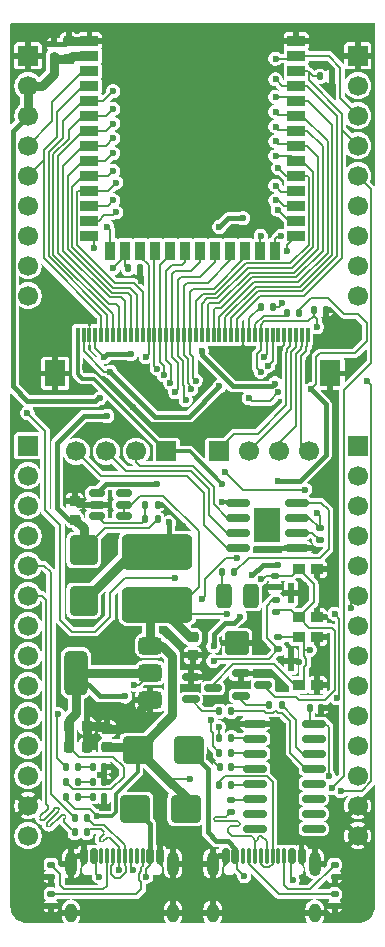
<source format=gbr>
%TF.GenerationSoftware,KiCad,Pcbnew,9.0.6*%
%TF.CreationDate,2025-12-29T11:34:57+00:00*%
%TF.ProjectId,ESP32 S3,45535033-3220-4533-932e-6b696361645f,rev?*%
%TF.SameCoordinates,Original*%
%TF.FileFunction,Copper,L1,Top*%
%TF.FilePolarity,Positive*%
%FSLAX46Y46*%
G04 Gerber Fmt 4.6, Leading zero omitted, Abs format (unit mm)*
G04 Created by KiCad (PCBNEW 9.0.6) date 2025-12-29 11:34:57*
%MOMM*%
%LPD*%
G01*
G04 APERTURE LIST*
G04 Aperture macros list*
%AMRoundRect*
0 Rectangle with rounded corners*
0 $1 Rounding radius*
0 $2 $3 $4 $5 $6 $7 $8 $9 X,Y pos of 4 corners*
0 Add a 4 corners polygon primitive as box body*
4,1,4,$2,$3,$4,$5,$6,$7,$8,$9,$2,$3,0*
0 Add four circle primitives for the rounded corners*
1,1,$1+$1,$2,$3*
1,1,$1+$1,$4,$5*
1,1,$1+$1,$6,$7*
1,1,$1+$1,$8,$9*
0 Add four rect primitives between the rounded corners*
20,1,$1+$1,$2,$3,$4,$5,0*
20,1,$1+$1,$4,$5,$6,$7,0*
20,1,$1+$1,$6,$7,$8,$9,0*
20,1,$1+$1,$8,$9,$2,$3,0*%
G04 Aperture macros list end*
%TA.AperFunction,SMDPad,CuDef*%
%ADD10RoundRect,0.150000X-0.825000X-0.150000X0.825000X-0.150000X0.825000X0.150000X-0.825000X0.150000X0*%
%TD*%
%TA.AperFunction,SMDPad,CuDef*%
%ADD11RoundRect,0.250000X1.000000X0.900000X-1.000000X0.900000X-1.000000X-0.900000X1.000000X-0.900000X0*%
%TD*%
%TA.AperFunction,SMDPad,CuDef*%
%ADD12RoundRect,0.150000X-0.587500X-0.150000X0.587500X-0.150000X0.587500X0.150000X-0.587500X0.150000X0*%
%TD*%
%TA.AperFunction,SMDPad,CuDef*%
%ADD13RoundRect,0.150000X-0.150000X-0.500000X0.150000X-0.500000X0.150000X0.500000X-0.150000X0.500000X0*%
%TD*%
%TA.AperFunction,SMDPad,CuDef*%
%ADD14RoundRect,0.075000X-0.075000X-0.575000X0.075000X-0.575000X0.075000X0.575000X-0.075000X0.575000X0*%
%TD*%
%TA.AperFunction,HeatsinkPad*%
%ADD15O,1.000000X2.100000*%
%TD*%
%TA.AperFunction,HeatsinkPad*%
%ADD16O,1.000000X1.600000*%
%TD*%
%TA.AperFunction,SMDPad,CuDef*%
%ADD17RoundRect,0.135000X0.135000X0.185000X-0.135000X0.185000X-0.135000X-0.185000X0.135000X-0.185000X0*%
%TD*%
%TA.AperFunction,SMDPad,CuDef*%
%ADD18RoundRect,0.135000X-0.185000X0.135000X-0.185000X-0.135000X0.185000X-0.135000X0.185000X0.135000X0*%
%TD*%
%TA.AperFunction,SMDPad,CuDef*%
%ADD19RoundRect,0.135000X-0.135000X-0.185000X0.135000X-0.185000X0.135000X0.185000X-0.135000X0.185000X0*%
%TD*%
%TA.AperFunction,SMDPad,CuDef*%
%ADD20RoundRect,0.140000X0.170000X-0.140000X0.170000X0.140000X-0.170000X0.140000X-0.170000X-0.140000X0*%
%TD*%
%TA.AperFunction,SMDPad,CuDef*%
%ADD21RoundRect,0.140000X-0.170000X0.140000X-0.170000X-0.140000X0.170000X-0.140000X0.170000X0.140000X0*%
%TD*%
%TA.AperFunction,SMDPad,CuDef*%
%ADD22RoundRect,0.225000X0.250000X-0.225000X0.250000X0.225000X-0.250000X0.225000X-0.250000X-0.225000X0*%
%TD*%
%TA.AperFunction,SMDPad,CuDef*%
%ADD23RoundRect,0.140000X0.140000X0.170000X-0.140000X0.170000X-0.140000X-0.170000X0.140000X-0.170000X0*%
%TD*%
%TA.AperFunction,SMDPad,CuDef*%
%ADD24RoundRect,0.135000X0.185000X-0.135000X0.185000X0.135000X-0.185000X0.135000X-0.185000X-0.135000X0*%
%TD*%
%TA.AperFunction,SMDPad,CuDef*%
%ADD25RoundRect,0.250000X-0.400000X-0.750000X0.400000X-0.750000X0.400000X0.750000X-0.400000X0.750000X0*%
%TD*%
%TA.AperFunction,SMDPad,CuDef*%
%ADD26RoundRect,0.250000X-0.750000X-0.750000X0.750000X-0.750000X0.750000X0.750000X-0.750000X0.750000X0*%
%TD*%
%TA.AperFunction,SMDPad,CuDef*%
%ADD27RoundRect,0.150000X-0.512500X-0.150000X0.512500X-0.150000X0.512500X0.150000X-0.512500X0.150000X0*%
%TD*%
%TA.AperFunction,SMDPad,CuDef*%
%ADD28RoundRect,0.375000X0.625000X0.375000X-0.625000X0.375000X-0.625000X-0.375000X0.625000X-0.375000X0*%
%TD*%
%TA.AperFunction,SMDPad,CuDef*%
%ADD29RoundRect,0.500000X0.500000X1.400000X-0.500000X1.400000X-0.500000X-1.400000X0.500000X-1.400000X0*%
%TD*%
%TA.AperFunction,SMDPad,CuDef*%
%ADD30R,1.500000X0.900000*%
%TD*%
%TA.AperFunction,SMDPad,CuDef*%
%ADD31R,0.900000X1.500000*%
%TD*%
%TA.AperFunction,HeatsinkPad*%
%ADD32C,0.600000*%
%TD*%
%TA.AperFunction,HeatsinkPad*%
%ADD33R,3.900000X3.900000*%
%TD*%
%TA.AperFunction,SMDPad,CuDef*%
%ADD34RoundRect,0.250000X-0.900000X1.000000X-0.900000X-1.000000X0.900000X-1.000000X0.900000X1.000000X0*%
%TD*%
%TA.AperFunction,SMDPad,CuDef*%
%ADD35RoundRect,0.225000X-0.250000X0.225000X-0.250000X-0.225000X0.250000X-0.225000X0.250000X0.225000X0*%
%TD*%
%TA.AperFunction,SMDPad,CuDef*%
%ADD36RoundRect,0.450000X2.550000X-1.050000X2.550000X1.050000X-2.550000X1.050000X-2.550000X-1.050000X0*%
%TD*%
%TA.AperFunction,SMDPad,CuDef*%
%ADD37RoundRect,0.225000X0.225000X0.250000X-0.225000X0.250000X-0.225000X-0.250000X0.225000X-0.250000X0*%
%TD*%
%TA.AperFunction,SMDPad,CuDef*%
%ADD38RoundRect,0.147500X0.147500X0.172500X-0.147500X0.172500X-0.147500X-0.172500X0.147500X-0.172500X0*%
%TD*%
%TA.AperFunction,SMDPad,CuDef*%
%ADD39R,1.000000X0.900000*%
%TD*%
%TA.AperFunction,SMDPad,CuDef*%
%ADD40R,0.550000X1.700000*%
%TD*%
%TA.AperFunction,SMDPad,CuDef*%
%ADD41R,0.300000X1.300000*%
%TD*%
%TA.AperFunction,SMDPad,CuDef*%
%ADD42R,1.800000X2.200000*%
%TD*%
%TA.AperFunction,SMDPad,CuDef*%
%ADD43RoundRect,0.250000X-1.000000X-0.900000X1.000000X-0.900000X1.000000X0.900000X-1.000000X0.900000X0*%
%TD*%
%TA.AperFunction,HeatsinkPad*%
%ADD44R,2.290000X3.000000*%
%TD*%
%TA.AperFunction,ComponentPad*%
%ADD45R,1.700000X1.700000*%
%TD*%
%TA.AperFunction,ComponentPad*%
%ADD46C,1.700000*%
%TD*%
%TA.AperFunction,ViaPad*%
%ADD47C,0.600000*%
%TD*%
%TA.AperFunction,Conductor*%
%ADD48C,0.400000*%
%TD*%
%TA.AperFunction,Conductor*%
%ADD49C,0.200000*%
%TD*%
%TA.AperFunction,Conductor*%
%ADD50C,0.800000*%
%TD*%
%TA.AperFunction,Conductor*%
%ADD51C,0.300000*%
%TD*%
G04 APERTURE END LIST*
D10*
%TO.P,U5,1,GND*%
%TO.N,GND*%
X125275000Y-152555000D03*
%TO.P,U5,2,TXD*%
%TO.N,Net-(U5-TXD)*%
X125275000Y-153825000D03*
%TO.P,U5,3,RXD*%
%TO.N,Net-(U5-RXD)*%
X125275000Y-155095000D03*
%TO.P,U5,4,V3*%
%TO.N,Net-(U5-V3)*%
X125275000Y-156365000D03*
%TO.P,U5,5,UD+*%
%TO.N,Net-(U5-UD+)*%
X125275000Y-157635000D03*
%TO.P,U5,6,UD-*%
%TO.N,Net-(U5-UD-)*%
X125275000Y-158905000D03*
%TO.P,U5,7,NC*%
%TO.N,unconnected-(U5-NC-Pad7)*%
X125275000Y-160175000D03*
%TO.P,U5,8,NC*%
%TO.N,unconnected-(U5-NC-Pad8)*%
X125275000Y-161445000D03*
%TO.P,U5,9,~{CTS}*%
%TO.N,unconnected-(U5-~{CTS}-Pad9)*%
X130225000Y-161445000D03*
%TO.P,U5,10,~{DSR}*%
%TO.N,unconnected-(U5-~{DSR}-Pad10)*%
X130225000Y-160175000D03*
%TO.P,U5,11,~{RI}*%
%TO.N,unconnected-(U5-~{RI}-Pad11)*%
X130225000Y-158905000D03*
%TO.P,U5,12,~{DCD}*%
%TO.N,unconnected-(U5-~{DCD}-Pad12)*%
X130225000Y-157635000D03*
%TO.P,U5,13,~{DTR}*%
%TO.N,DTR*%
X130225000Y-156365000D03*
%TO.P,U5,14,~{RTS}*%
%TO.N,RTS*%
X130225000Y-155095000D03*
%TO.P,U5,15,R232*%
%TO.N,unconnected-(U5-R232-Pad15)*%
X130225000Y-153825000D03*
%TO.P,U5,16,VCC*%
%TO.N,+5V*%
X130225000Y-152555000D03*
%TD*%
D11*
%TO.P,D6,1,K*%
%TO.N,+5V*%
X119400000Y-159750000D03*
%TO.P,D6,2,A*%
%TO.N,Net-(D6-A)*%
X115100000Y-159750000D03*
%TD*%
D12*
%TO.P,Q2,1,E*%
%TO.N,GND*%
X119812500Y-148600000D03*
%TO.P,Q2,2,B*%
%TO.N,Net-(Q2-B)*%
X119812500Y-150500000D03*
%TO.P,Q2,3,C*%
%TO.N,BOOT0*%
X121687500Y-149550000D03*
%TD*%
D13*
%TO.P,J1,A1,GND*%
%TO.N,GND*%
X110800000Y-163755000D03*
%TO.P,J1,A4,VBUS*%
%TO.N,Net-(D6-A)*%
X111600000Y-163755000D03*
D14*
%TO.P,J1,A5,CC1*%
%TO.N,Net-(J1-CC1)*%
X112750000Y-163755000D03*
%TO.P,J1,A6,D+*%
%TO.N,Net-(J1-D+-PadA6)*%
X113750000Y-163755000D03*
%TO.P,J1,A7,D-*%
%TO.N,Net-(J1-D--PadA7)*%
X114250000Y-163755000D03*
%TO.P,J1,A8,SBU1*%
%TO.N,unconnected-(J1-SBU1-PadA8)*%
X115250000Y-163755000D03*
D13*
%TO.P,J1,A9,VBUS*%
%TO.N,Net-(D6-A)*%
X116400000Y-163755000D03*
%TO.P,J1,A12,GND*%
%TO.N,GND*%
X117200000Y-163755000D03*
%TO.P,J1,B1,GND*%
X117200000Y-163755000D03*
%TO.P,J1,B4,VBUS*%
%TO.N,Net-(D6-A)*%
X116400000Y-163755000D03*
D14*
%TO.P,J1,B5,CC2*%
%TO.N,Net-(J1-CC2)*%
X115750000Y-163755000D03*
%TO.P,J1,B6,D+*%
%TO.N,Net-(J1-D+-PadA6)*%
X114750000Y-163755000D03*
%TO.P,J1,B7,D-*%
%TO.N,Net-(J1-D--PadA7)*%
X113250000Y-163755000D03*
%TO.P,J1,B8,SBU2*%
%TO.N,unconnected-(J1-SBU2-PadB8)*%
X112250000Y-163755000D03*
D13*
%TO.P,J1,B9,VBUS*%
%TO.N,Net-(D6-A)*%
X111600000Y-163755000D03*
%TO.P,J1,B12,GND*%
%TO.N,GND*%
X110800000Y-163755000D03*
D15*
%TO.P,J1,S1,SHIELD*%
X109680000Y-164395000D03*
D16*
X109680000Y-168575000D03*
D15*
X118320000Y-164395000D03*
D16*
X118320000Y-168575000D03*
%TD*%
D17*
%TO.P,R7,1*%
%TO.N,GND*%
X115510000Y-114000000D03*
%TO.P,R7,2*%
%TO.N,GPIO_LED*%
X114490000Y-114000000D03*
%TD*%
D18*
%TO.P,R22,1*%
%TO.N,Net-(J6-CC2)*%
X132000000Y-164490000D03*
%TO.P,R22,2*%
%TO.N,GND*%
X132000000Y-165510000D03*
%TD*%
D17*
%TO.P,R27,1*%
%TO.N,GND*%
X131760000Y-97750000D03*
%TO.P,R27,2*%
%TO.N,B7*%
X130740000Y-97750000D03*
%TD*%
D19*
%TO.P,R6,1*%
%TO.N,+3.3V*%
X109240000Y-157500000D03*
%TO.P,R6,2*%
%TO.N,Net-(D2-A)*%
X110260000Y-157500000D03*
%TD*%
D20*
%TO.P,C10,1*%
%TO.N,GND*%
X126950000Y-141000000D03*
%TO.P,C10,2*%
%TO.N,EN*%
X126950000Y-140040000D03*
%TD*%
D21*
%TO.P,C1,1*%
%TO.N,GND*%
X108250000Y-95040000D03*
%TO.P,C1,2*%
%TO.N,+3.3V*%
X108250000Y-96000000D03*
%TD*%
D22*
%TO.P,C3,1*%
%TO.N,+5V*%
X112750000Y-154525000D03*
%TO.P,C3,2*%
%TO.N,GND*%
X112750000Y-152975000D03*
%TD*%
D17*
%TO.P,R26,1*%
%TO.N,RTS*%
X127510000Y-151000000D03*
%TO.P,R26,2*%
%TO.N,Net-(Q1-B)*%
X126490000Y-151000000D03*
%TD*%
D23*
%TO.P,C7,1*%
%TO.N,Net-(U5-V3)*%
X123230000Y-156250000D03*
%TO.P,C7,2*%
%TO.N,GND*%
X122270000Y-156250000D03*
%TD*%
D18*
%TO.P,R1,1*%
%TO.N,Net-(J1-CC1)*%
X108000000Y-164490000D03*
%TO.P,R1,2*%
%TO.N,GND*%
X108000000Y-165510000D03*
%TD*%
D24*
%TO.P,R12,1*%
%TO.N,Net-(U4-EN{slash}PWM)*%
X130750000Y-137010000D03*
%TO.P,R12,2*%
%TO.N,+5V*%
X130750000Y-135990000D03*
%TD*%
D17*
%TO.P,R4,1*%
%TO.N,Net-(J1-D+-PadA6)*%
X111010000Y-161750000D03*
%TO.P,R4,2*%
%TO.N,GPIO20*%
X109990000Y-161750000D03*
%TD*%
%TO.P,R10,1*%
%TO.N,VLED+*%
X117010000Y-135250000D03*
%TO.P,R10,2*%
%TO.N,Net-(U3-FB)*%
X115990000Y-135250000D03*
%TD*%
%TO.P,R23,1*%
%TO.N,Net-(U5-RXD)*%
X123260000Y-155000000D03*
%TO.P,R23,2*%
%TO.N,B5*%
X122240000Y-155000000D03*
%TD*%
D25*
%TO.P,RV1,1,1*%
%TO.N,unconnected-(RV1-Pad1)*%
X124900000Y-141750000D03*
D26*
%TO.P,RV1,2,2*%
%TO.N,GND*%
X123750000Y-145750000D03*
D25*
%TO.P,RV1,3,3*%
%TO.N,Net-(R13-Pad1)*%
X122600000Y-141750000D03*
%TD*%
D23*
%TO.P,C8,1*%
%TO.N,GND*%
X130880000Y-151200000D03*
%TO.P,C8,2*%
%TO.N,+5V*%
X129920000Y-151200000D03*
%TD*%
D27*
%TO.P,U3,1,SW*%
%TO.N,Net-(D4-A)*%
X111862500Y-133050000D03*
%TO.P,U3,2,GND*%
%TO.N,GND*%
X111862500Y-134000000D03*
%TO.P,U3,3,FB*%
%TO.N,Net-(U3-FB)*%
X111862500Y-134950000D03*
%TO.P,U3,4,EN*%
%TO.N,+5V*%
X114137500Y-134950000D03*
%TO.P,U3,5,IN*%
X114137500Y-134000000D03*
%TO.P,U3,6,NC*%
%TO.N,unconnected-(U3-NC-Pad6)*%
X114137500Y-133050000D03*
%TD*%
D24*
%TO.P,R8,1*%
%TO.N,EN*%
X127050000Y-143110000D03*
%TO.P,R8,2*%
%TO.N,+3.3V*%
X127050000Y-142090000D03*
%TD*%
D28*
%TO.P,U6,1,GND*%
%TO.N,GND*%
X116400000Y-150550000D03*
%TO.P,U6,2,VO*%
%TO.N,+3.3V*%
X116400000Y-148250000D03*
D29*
X110100000Y-148250000D03*
D28*
%TO.P,U6,3,VI*%
%TO.N,+5V*%
X116400000Y-145950000D03*
%TD*%
D17*
%TO.P,R24,1*%
%TO.N,Net-(U5-TXD)*%
X123260000Y-153750000D03*
%TO.P,R24,2*%
%TO.N,B6*%
X122240000Y-153750000D03*
%TD*%
%TO.P,R18,1*%
%TO.N,IO8*%
X126760000Y-117250000D03*
%TO.P,R18,2*%
%TO.N,PCLK*%
X125740000Y-117250000D03*
%TD*%
D30*
%TO.P,U1,1,GND*%
%TO.N,GND*%
X111250000Y-94740000D03*
%TO.P,U1,2,3V3*%
%TO.N,+3.3V*%
X111250000Y-96010000D03*
%TO.P,U1,3,EN*%
%TO.N,EN*%
X111250000Y-97280000D03*
%TO.P,U1,4,IO4*%
%TO.N,IO4*%
X111250000Y-98550000D03*
%TO.P,U1,5,IO5*%
%TO.N,IO5*%
X111250000Y-99820000D03*
%TO.P,U1,6,IO6*%
%TO.N,IO6*%
X111250000Y-101090000D03*
%TO.P,U1,7,IO7*%
%TO.N,IO7*%
X111250000Y-102360000D03*
%TO.P,U1,8,IO15*%
%TO.N,IO15*%
X111250000Y-103630000D03*
%TO.P,U1,9,IO16*%
%TO.N,IO16*%
X111250000Y-104900000D03*
%TO.P,U1,10,IO17*%
%TO.N,IO17*%
X111250000Y-106170000D03*
%TO.P,U1,11,IO18*%
%TO.N,IO18*%
X111250000Y-107440000D03*
%TO.P,U1,12,IO8*%
%TO.N,IO8*%
X111250000Y-108710000D03*
%TO.P,U1,13,USB_D-*%
%TO.N,GPIO19*%
X111250000Y-109980000D03*
%TO.P,U1,14,USB_D+*%
%TO.N,GPIO20*%
X111250000Y-111250000D03*
D31*
%TO.P,U1,15,IO3*%
%TO.N,IO3*%
X113015000Y-112500000D03*
%TO.P,U1,16,IO46*%
%TO.N,GPIO_LED*%
X114285000Y-112500000D03*
%TO.P,U1,17,IO9*%
%TO.N,G0*%
X115555000Y-112500000D03*
%TO.P,U1,18,IO10*%
%TO.N,G1*%
X116825000Y-112500000D03*
%TO.P,U1,19,IO11*%
%TO.N,G2*%
X118095000Y-112500000D03*
%TO.P,U1,20,IO12*%
%TO.N,G3*%
X119365000Y-112500000D03*
%TO.P,U1,21,IO13*%
%TO.N,G4*%
X120635000Y-112500000D03*
%TO.P,U1,22,IO14*%
%TO.N,G5*%
X121905000Y-112500000D03*
%TO.P,U1,23,IO21*%
%TO.N,G6*%
X123175000Y-112500000D03*
%TO.P,U1,24,IO47*%
%TO.N,G7*%
X124445000Y-112500000D03*
%TO.P,U1,25,IO48*%
%TO.N,IO48*%
X125715000Y-112500000D03*
%TO.P,U1,26,IO45*%
%TO.N,HSYNC*%
X126985000Y-112500000D03*
D30*
%TO.P,U1,27,IO0*%
%TO.N,BOOT0*%
X128750000Y-111250000D03*
%TO.P,U1,28,IO35*%
%TO.N,IO35*%
X128750000Y-109980000D03*
%TO.P,U1,29,IO36*%
%TO.N,IO36*%
X128750000Y-108710000D03*
%TO.P,U1,30,IO37*%
%TO.N,IO37*%
X128750000Y-107440000D03*
%TO.P,U1,31,IO38*%
%TO.N,B0*%
X128750000Y-106170000D03*
%TO.P,U1,32,IO39*%
%TO.N,B1*%
X128750000Y-104900000D03*
%TO.P,U1,33,IO40*%
%TO.N,B2*%
X128750000Y-103630000D03*
%TO.P,U1,34,IO41*%
%TO.N,B3*%
X128750000Y-102360000D03*
%TO.P,U1,35,IO42*%
%TO.N,B4*%
X128750000Y-101090000D03*
%TO.P,U1,36,RXD0*%
%TO.N,B5*%
X128750000Y-99820000D03*
%TO.P,U1,37,TXD0*%
%TO.N,B6*%
X128750000Y-98550000D03*
%TO.P,U1,38,IO2*%
%TO.N,B7*%
X128750000Y-97280000D03*
%TO.P,U1,39,IO1*%
%TO.N,DE*%
X128750000Y-96010000D03*
%TO.P,U1,40,GND*%
%TO.N,GND*%
X128750000Y-94740000D03*
D32*
%TO.P,U1,41,GND*%
X117100000Y-101760000D03*
X117100000Y-103160000D03*
X117800000Y-101060000D03*
X117800000Y-102460000D03*
X117800000Y-103860000D03*
X118500000Y-101760000D03*
D33*
X118500000Y-102460000D03*
D32*
X118500000Y-103160000D03*
X119200000Y-101060000D03*
X119200000Y-102460000D03*
X119200000Y-103860000D03*
X119900000Y-101760000D03*
X119900000Y-103160000D03*
%TD*%
D17*
%TO.P,R25,1*%
%TO.N,DTR*%
X123260000Y-151500000D03*
%TO.P,R25,2*%
%TO.N,Net-(Q2-B)*%
X122240000Y-151500000D03*
%TD*%
D19*
%TO.P,R11,1*%
%TO.N,Net-(U3-FB)*%
X115990000Y-134000000D03*
%TO.P,R11,2*%
%TO.N,GND*%
X117010000Y-134000000D03*
%TD*%
D13*
%TO.P,J6,A1,GND*%
%TO.N,GND*%
X122800000Y-163755000D03*
%TO.P,J6,A4,VBUS*%
%TO.N,Net-(D5-A)*%
X123600000Y-163755000D03*
D14*
%TO.P,J6,A5,CC1*%
%TO.N,Net-(J6-CC1)*%
X124750000Y-163755000D03*
%TO.P,J6,A6,D+*%
%TO.N,Net-(J6-D+-PadA6)*%
X125750000Y-163755000D03*
%TO.P,J6,A7,D-*%
%TO.N,Net-(J6-D--PadA7)*%
X126250000Y-163755000D03*
%TO.P,J6,A8,SBU1*%
%TO.N,unconnected-(J6-SBU1-PadA8)*%
X127250000Y-163755000D03*
D13*
%TO.P,J6,A9,VBUS*%
%TO.N,Net-(D5-A)*%
X128400000Y-163755000D03*
%TO.P,J6,A12,GND*%
%TO.N,GND*%
X129200000Y-163755000D03*
%TO.P,J6,B1,GND*%
X129200000Y-163755000D03*
%TO.P,J6,B4,VBUS*%
%TO.N,Net-(D5-A)*%
X128400000Y-163755000D03*
D14*
%TO.P,J6,B5,CC2*%
%TO.N,Net-(J6-CC2)*%
X127750000Y-163755000D03*
%TO.P,J6,B6,D+*%
%TO.N,Net-(J6-D+-PadA6)*%
X126750000Y-163755000D03*
%TO.P,J6,B7,D-*%
%TO.N,Net-(J6-D--PadA7)*%
X125250000Y-163755000D03*
%TO.P,J6,B8,SBU2*%
%TO.N,unconnected-(J6-SBU2-PadB8)*%
X124250000Y-163755000D03*
D13*
%TO.P,J6,B9,VBUS*%
%TO.N,Net-(D5-A)*%
X123600000Y-163755000D03*
%TO.P,J6,B12,GND*%
%TO.N,GND*%
X122800000Y-163755000D03*
D15*
%TO.P,J6,S1,SHIELD*%
X121680000Y-164395000D03*
D16*
X121680000Y-168575000D03*
D15*
X130320000Y-164395000D03*
D16*
X130320000Y-168575000D03*
%TD*%
D12*
%TO.P,Q1,1,E*%
%TO.N,GND*%
X124062500Y-148300000D03*
%TO.P,Q1,2,B*%
%TO.N,Net-(Q1-B)*%
X124062500Y-150200000D03*
%TO.P,Q1,3,C*%
%TO.N,EN*%
X125937500Y-149250000D03*
%TD*%
D34*
%TO.P,D4,1,K*%
%TO.N,VLED+*%
X110750000Y-137850000D03*
%TO.P,D4,2,A*%
%TO.N,Net-(D4-A)*%
X110750000Y-142150000D03*
%TD*%
D19*
%TO.P,R20,1*%
%TO.N,Net-(J6-D+-PadA6)*%
X122240000Y-157750000D03*
%TO.P,R20,2*%
%TO.N,Net-(U5-UD+)*%
X123260000Y-157750000D03*
%TD*%
%TO.P,R5,1*%
%TO.N,+5V*%
X109240000Y-158750000D03*
%TO.P,R5,2*%
%TO.N,Net-(D1-A)*%
X110260000Y-158750000D03*
%TD*%
D35*
%TO.P,C5,1*%
%TO.N,GND*%
X110000000Y-133725000D03*
%TO.P,C5,2*%
%TO.N,VLED+*%
X110000000Y-135275000D03*
%TD*%
D18*
%TO.P,R2,1*%
%TO.N,Net-(J1-CC2)*%
X108000000Y-166990000D03*
%TO.P,R2,2*%
%TO.N,GND*%
X108000000Y-168010000D03*
%TD*%
D36*
%TO.P,L1,1,1*%
%TO.N,+5V*%
X117000000Y-142500000D03*
%TO.P,L1,2,2*%
%TO.N,Net-(D4-A)*%
X117000000Y-138000000D03*
%TD*%
D37*
%TO.P,C4,1*%
%TO.N,GND*%
X111025000Y-152750000D03*
%TO.P,C4,2*%
%TO.N,+3.3V*%
X109475000Y-152750000D03*
%TD*%
D38*
%TO.P,D2,1,K*%
%TO.N,GND*%
X112485000Y-157500000D03*
%TO.P,D2,2,A*%
%TO.N,Net-(D2-A)*%
X111515000Y-157500000D03*
%TD*%
%TO.P,D1,1,K*%
%TO.N,GND*%
X112485000Y-158750000D03*
%TO.P,D1,2,A*%
%TO.N,Net-(D1-A)*%
X111515000Y-158750000D03*
%TD*%
D37*
%TO.P,C9,1*%
%TO.N,GND*%
X111025000Y-154500000D03*
%TO.P,C9,2*%
%TO.N,+3.3V*%
X109475000Y-154500000D03*
%TD*%
D18*
%TO.P,R9,1*%
%TO.N,BOOT0*%
X127250000Y-145240000D03*
%TO.P,R9,2*%
%TO.N,+3.3V*%
X127250000Y-146260000D03*
%TD*%
D38*
%TO.P,D3,1,K*%
%TO.N,GND*%
X112485000Y-156250000D03*
%TO.P,D3,2,A*%
%TO.N,Net-(D3-A)*%
X111515000Y-156250000D03*
%TD*%
D19*
%TO.P,R15,1*%
%TO.N,DISP*%
X127990000Y-117750000D03*
%TO.P,R15,2*%
%TO.N,+3.3V*%
X129010000Y-117750000D03*
%TD*%
%TO.P,R14,1*%
%TO.N,GPIO_LED*%
X109240000Y-156250000D03*
%TO.P,R14,2*%
%TO.N,Net-(D3-A)*%
X110260000Y-156250000D03*
%TD*%
D24*
%TO.P,R19,1*%
%TO.N,Net-(J6-D--PadA7)*%
X123250000Y-160010000D03*
%TO.P,R19,2*%
%TO.N,Net-(U5-UD-)*%
X123250000Y-158990000D03*
%TD*%
D39*
%TO.P,SW1,1,1*%
%TO.N,EN*%
X128950000Y-143550000D03*
X128950000Y-139450000D03*
%TO.P,SW1,2,2*%
%TO.N,GND*%
X130550000Y-143550000D03*
X130550000Y-139450000D03*
D40*
%TO.P,SW1,SH*%
X128325000Y-141500000D03*
%TD*%
D41*
%TO.P,J2,1,Pin_1*%
%TO.N,LED_SINK_1*%
X110250000Y-119650000D03*
%TO.P,J2,2,Pin_2*%
%TO.N,VLED+*%
X110750000Y-119650000D03*
%TO.P,J2,3,Pin_3*%
%TO.N,GND*%
X111250000Y-119650000D03*
%TO.P,J2,4,Pin_4*%
%TO.N,+3.3V*%
X111750000Y-119650000D03*
%TO.P,J2,5,Pin_5*%
%TO.N,IO4*%
X112250000Y-119650000D03*
%TO.P,J2,6,Pin_6*%
%TO.N,IO5*%
X112750000Y-119650000D03*
%TO.P,J2,7,Pin_7*%
%TO.N,IO6*%
X113250000Y-119650000D03*
%TO.P,J2,8,Pin_8*%
%TO.N,IO7*%
X113750000Y-119650000D03*
%TO.P,J2,9,Pin_9*%
%TO.N,IO15*%
X114250000Y-119650000D03*
%TO.P,J2,10,Pin_10*%
%TO.N,IO16*%
X114750000Y-119650000D03*
%TO.P,J2,11,Pin_11*%
%TO.N,IO17*%
X115250000Y-119650000D03*
%TO.P,J2,12,Pin_12*%
%TO.N,IO18*%
X115750000Y-119650000D03*
%TO.P,J2,13,Pin_13*%
%TO.N,G0*%
X116250000Y-119650000D03*
%TO.P,J2,14,Pin_14*%
%TO.N,G1*%
X116750000Y-119650000D03*
%TO.P,J2,15,Pin_15*%
%TO.N,G2*%
X117250000Y-119650000D03*
%TO.P,J2,16,Pin_16*%
%TO.N,G3*%
X117750000Y-119650000D03*
%TO.P,J2,17,Pin_17*%
%TO.N,G4*%
X118250000Y-119650000D03*
%TO.P,J2,18,Pin_18*%
%TO.N,G5*%
X118750000Y-119650000D03*
%TO.P,J2,19,Pin_19*%
%TO.N,G6*%
X119250000Y-119650000D03*
%TO.P,J2,20,Pin_20*%
%TO.N,G7*%
X119750000Y-119650000D03*
%TO.P,J2,21,Pin_21*%
%TO.N,B0*%
X120250000Y-119650000D03*
%TO.P,J2,22,Pin_22*%
%TO.N,B1*%
X120750000Y-119650000D03*
%TO.P,J2,23,Pin_23*%
%TO.N,B2*%
X121250000Y-119650000D03*
%TO.P,J2,24,Pin_24*%
%TO.N,B3*%
X121750000Y-119650000D03*
%TO.P,J2,25,Pin_25*%
%TO.N,B4*%
X122250000Y-119650000D03*
%TO.P,J2,26,Pin_26*%
%TO.N,B5*%
X122750000Y-119650000D03*
%TO.P,J2,27,Pin_27*%
%TO.N,B6*%
X123250000Y-119650000D03*
%TO.P,J2,28,Pin_28*%
%TO.N,B7*%
X123750000Y-119650000D03*
%TO.P,J2,29,Pin_29*%
%TO.N,GND*%
X124250000Y-119650000D03*
%TO.P,J2,30,Pin_30*%
%TO.N,PCLK*%
X124750000Y-119650000D03*
%TO.P,J2,31,Pin_31*%
%TO.N,DISP*%
X125250000Y-119650000D03*
%TO.P,J2,32,Pin_32*%
%TO.N,HSYNC*%
X125750000Y-119650000D03*
%TO.P,J2,33,Pin_33*%
%TO.N,IO48*%
X126250000Y-119650000D03*
%TO.P,J2,34,Pin_34*%
%TO.N,DE*%
X126750000Y-119650000D03*
%TO.P,J2,35,Pin_35*%
%TO.N,unconnected-(J2-Pin_35-Pad35)*%
X127250000Y-119650000D03*
%TO.P,J2,36,Pin_36*%
%TO.N,GND*%
X127750000Y-119650000D03*
%TO.P,J2,37,Pin_37*%
%TO.N,XR*%
X128250000Y-119650000D03*
%TO.P,J2,38,Pin_38*%
%TO.N,YD*%
X128750000Y-119650000D03*
%TO.P,J2,39,Pin_39*%
%TO.N,XL*%
X129250000Y-119650000D03*
%TO.P,J2,40,Pin_40*%
%TO.N,YU*%
X129750000Y-119650000D03*
D42*
%TO.P,J2,MP*%
%TO.N,GND*%
X108350000Y-122900000D03*
X131650000Y-122900000D03*
%TD*%
D18*
%TO.P,R21,1*%
%TO.N,Net-(J6-CC1)*%
X132000000Y-166990000D03*
%TO.P,R21,2*%
%TO.N,GND*%
X132000000Y-168010000D03*
%TD*%
D22*
%TO.P,C6,1*%
%TO.N,GND*%
X120000000Y-146775000D03*
%TO.P,C6,2*%
%TO.N,+5V*%
X120000000Y-145225000D03*
%TD*%
D17*
%TO.P,R3,1*%
%TO.N,Net-(J1-D--PadA7)*%
X111010000Y-160500000D03*
%TO.P,R3,2*%
%TO.N,GPIO19*%
X109990000Y-160500000D03*
%TD*%
D35*
%TO.P,C2,1*%
%TO.N,GND*%
X109500000Y-94725000D03*
%TO.P,C2,2*%
%TO.N,+3.3V*%
X109500000Y-96275000D03*
%TD*%
D39*
%TO.P,SW2,1,1*%
%TO.N,BOOT0*%
X128950000Y-149300000D03*
X128950000Y-145200000D03*
%TO.P,SW2,2,2*%
%TO.N,GND*%
X130550000Y-149300000D03*
X130550000Y-145200000D03*
D40*
%TO.P,SW2,SH*%
X128325000Y-147250000D03*
%TD*%
D43*
%TO.P,D5,1,K*%
%TO.N,+5V*%
X115350000Y-154750000D03*
%TO.P,D5,2,A*%
%TO.N,Net-(D5-A)*%
X119650000Y-154750000D03*
%TD*%
D10*
%TO.P,U4,1,LED1*%
%TO.N,LED_SINK_1*%
X123845000Y-133845000D03*
%TO.P,U4,2,LED2*%
%TO.N,LED_SINK_2*%
X123845000Y-135115000D03*
%TO.P,U4,3,LED3*%
%TO.N,LED_SINK_3*%
X123845000Y-136385000D03*
%TO.P,U4,4,LED4*%
%TO.N,LED_SINK_4*%
X123845000Y-137655000D03*
%TO.P,U4,5,GND*%
%TO.N,GND*%
X128795000Y-137655000D03*
%TO.P,U4,6,EN/PWM*%
%TO.N,Net-(U4-EN{slash}PWM)*%
X128795000Y-136385000D03*
%TO.P,U4,7,VIN*%
%TO.N,+5V*%
X128795000Y-135115000D03*
%TO.P,U4,8,RSET*%
%TO.N,Net-(U4-RSET)*%
X128795000Y-133845000D03*
D44*
%TO.P,U4,9*%
%TO.N,N/C*%
X126320000Y-135750000D03*
%TD*%
D19*
%TO.P,R13,1*%
%TO.N,Net-(R13-Pad1)*%
X122490000Y-139750000D03*
%TO.P,R13,2*%
%TO.N,Net-(U4-RSET)*%
X123510000Y-139750000D03*
%TD*%
%TO.P,R17,1*%
%TO.N,HSYNC*%
X130240000Y-117500000D03*
%TO.P,R17,2*%
%TO.N,GND*%
X131260000Y-117500000D03*
%TD*%
D45*
%TO.P,J11,1,Pin_1*%
%TO.N,B1*%
X133960000Y-129020000D03*
D46*
%TO.P,J11,2,Pin_2*%
%TO.N,B0*%
X133960000Y-131560000D03*
%TO.P,J11,3,Pin_3*%
%TO.N,IO37*%
X133960000Y-134100000D03*
%TO.P,J11,4,Pin_4*%
%TO.N,IO36*%
X133960000Y-136640000D03*
%TO.P,J11,5,Pin_5*%
%TO.N,IO35*%
X133960000Y-139180000D03*
%TO.P,J11,6,Pin_6*%
%TO.N,BOOT0*%
X133960000Y-141720000D03*
%TO.P,J11,7,Pin_7*%
%TO.N,HSYNC*%
X133960000Y-144260000D03*
%TO.P,J11,8,Pin_8*%
%TO.N,IO48*%
X133960000Y-146800000D03*
%TO.P,J11,9,Pin_9*%
%TO.N,G7*%
X133960000Y-149340000D03*
%TO.P,J11,10,Pin_10*%
%TO.N,G6*%
X133960000Y-151880000D03*
%TO.P,J11,11,Pin_11*%
%TO.N,G5*%
X133960000Y-154420000D03*
%TO.P,J11,12,Pin_12*%
%TO.N,G4*%
X133960000Y-156960000D03*
%TO.P,J11,13,Pin_13*%
%TO.N,GND*%
X133960000Y-159500000D03*
%TO.P,J11,14,Pin_14*%
X133960000Y-162040000D03*
%TD*%
D45*
%TO.P,J10,1,Pin_1*%
%TO.N,IO16*%
X106040000Y-129020000D03*
D46*
%TO.P,J10,2,Pin_2*%
%TO.N,IO17*%
X106040000Y-131560000D03*
%TO.P,J10,3,Pin_3*%
%TO.N,IO18*%
X106040000Y-134100000D03*
%TO.P,J10,4,Pin_4*%
%TO.N,IO8*%
X106040000Y-136640000D03*
%TO.P,J10,5,Pin_5*%
%TO.N,GPIO19*%
X106040000Y-139180000D03*
%TO.P,J10,6,Pin_6*%
%TO.N,GPIO20*%
X106040000Y-141720000D03*
%TO.P,J10,7,Pin_7*%
%TO.N,IO3*%
X106040000Y-144260000D03*
%TO.P,J10,8,Pin_8*%
%TO.N,GPIO_LED*%
X106040000Y-146800000D03*
%TO.P,J10,9,Pin_9*%
%TO.N,G0*%
X106040000Y-149340000D03*
%TO.P,J10,10,Pin_10*%
%TO.N,G1*%
X106040000Y-151880000D03*
%TO.P,J10,11,Pin_11*%
%TO.N,G2*%
X106040000Y-154420000D03*
%TO.P,J10,12,Pin_12*%
%TO.N,G3*%
X106040000Y-156960000D03*
%TO.P,J10,13,Pin_13*%
%TO.N,GND*%
X106040000Y-159500000D03*
%TO.P,J10,14,Pin_14*%
%TO.N,+5V*%
X106040000Y-162040000D03*
%TD*%
D45*
%TO.P,J5,1,Pin_1*%
%TO.N,LED_SINK_1*%
X117750000Y-129500000D03*
D46*
%TO.P,J5,2,Pin_2*%
%TO.N,LED_SINK_2*%
X115210000Y-129500000D03*
%TO.P,J5,3,Pin_3*%
%TO.N,LED_SINK_3*%
X112670000Y-129500000D03*
%TO.P,J5,4,Pin_4*%
%TO.N,LED_SINK_4*%
X110130000Y-129500000D03*
%TD*%
D45*
%TO.P,J7,1,Pin_1*%
%TO.N,XR*%
X122190000Y-129500000D03*
D46*
%TO.P,J7,2,Pin_2*%
%TO.N,YD*%
X124730000Y-129500000D03*
%TO.P,J7,3,Pin_3*%
%TO.N,XL*%
X127270000Y-129500000D03*
%TO.P,J7,4,Pin_4*%
%TO.N,YU*%
X129810000Y-129500000D03*
%TD*%
D45*
%TO.P,J8,1,Pin_1*%
%TO.N,GND*%
X106040000Y-96000000D03*
D46*
%TO.P,J8,2,Pin_2*%
%TO.N,+3.3V*%
X106040000Y-98540000D03*
%TO.P,J8,3,Pin_3*%
X106040000Y-101080000D03*
%TO.P,J8,4,Pin_4*%
%TO.N,EN*%
X106040000Y-103620000D03*
%TO.P,J8,5,Pin_5*%
%TO.N,IO4*%
X106040000Y-106160000D03*
%TO.P,J8,6,Pin_6*%
%TO.N,IO5*%
X106040000Y-108700000D03*
%TO.P,J8,7,Pin_7*%
%TO.N,IO6*%
X106040000Y-111240000D03*
%TO.P,J8,8,Pin_8*%
%TO.N,IO7*%
X106040000Y-113780000D03*
%TO.P,J8,9,Pin_9*%
%TO.N,IO15*%
X106040000Y-116320000D03*
%TD*%
D45*
%TO.P,J9,1,Pin_1*%
%TO.N,GND*%
X133960000Y-96000000D03*
D46*
%TO.P,J9,2,Pin_2*%
%TO.N,VLED+*%
X133960000Y-98540000D03*
%TO.P,J9,3,Pin_3*%
%TO.N,DE*%
X133960000Y-101080000D03*
%TO.P,J9,4,Pin_4*%
%TO.N,B7*%
X133960000Y-103620000D03*
%TO.P,J9,5,Pin_5*%
%TO.N,B6*%
X133960000Y-106160000D03*
%TO.P,J9,6,Pin_6*%
%TO.N,B5*%
X133960000Y-108700000D03*
%TO.P,J9,7,Pin_7*%
%TO.N,B4*%
X133960000Y-111240000D03*
%TO.P,J9,8,Pin_8*%
%TO.N,B3*%
X133960000Y-113780000D03*
%TO.P,J9,9,Pin_9*%
%TO.N,B2*%
X133960000Y-116320000D03*
%TD*%
D47*
%TO.N,+3.3V*%
X127250000Y-132000000D03*
X126951028Y-123757966D03*
X120750000Y-121000000D03*
X115000000Y-149250000D03*
X125000000Y-140000000D03*
X130000000Y-124250000D03*
X127250000Y-139100000D03*
X114750000Y-121250000D03*
X114250000Y-150250000D03*
X112500000Y-121500000D03*
X124000000Y-143500000D03*
X112119000Y-125000000D03*
X121750000Y-146000000D03*
X121750000Y-147250000D03*
%TO.N,GND*%
X127450000Y-147200000D03*
X134200000Y-121700000D03*
X112350514Y-159725000D03*
X110400000Y-124200000D03*
X129800000Y-122300000D03*
X131750000Y-98750000D03*
X129400000Y-140800000D03*
X129000000Y-147300000D03*
X134100000Y-119350000D03*
X115650000Y-115051473D03*
X116200000Y-105900000D03*
X121450000Y-148350000D03*
X122600000Y-121400000D03*
X110050000Y-131750000D03*
X117100000Y-127400000D03*
X125100000Y-144350000D03*
X125200000Y-166400000D03*
X127900000Y-160600000D03*
X110900000Y-122350000D03*
X114950000Y-125700000D03*
X112129748Y-156875112D03*
X115750000Y-167900000D03*
X121350000Y-123250000D03*
X124100000Y-123200000D03*
X119150000Y-135800000D03*
X124100000Y-149300000D03*
X114600000Y-127700000D03*
X127350000Y-120850000D03*
X112100000Y-147300000D03*
X108250000Y-115700000D03*
X106800000Y-164100000D03*
X130400000Y-137900000D03*
X110750000Y-144100000D03*
X122050000Y-126950000D03*
X121400000Y-155400000D03*
X123550000Y-125300000D03*
X127900000Y-158400000D03*
X132000000Y-151800000D03*
X110000000Y-140000000D03*
X131100000Y-141000000D03*
X115250000Y-147100000D03*
X115800000Y-109900000D03*
X130600000Y-147000000D03*
X131400000Y-147350000D03*
X111800000Y-153700000D03*
%TO.N,+5V*%
X119750000Y-157250000D03*
X130500000Y-134750000D03*
X129500000Y-132750000D03*
X122850000Y-143250000D03*
X131500000Y-157000000D03*
X111875000Y-160375000D03*
X122750000Y-131250000D03*
%TO.N,VLED+*%
X113000000Y-122750000D03*
X122250000Y-124000000D03*
X124250000Y-109750000D03*
X112750000Y-126500000D03*
X122250000Y-110500000D03*
%TO.N,EN*%
X118500000Y-140250000D03*
X125749065Y-140280900D03*
X120750000Y-142000000D03*
X106000000Y-126250000D03*
X123750000Y-138500000D03*
%TO.N,Net-(D4-A)*%
X116961000Y-132250000D03*
X118000000Y-135500000D03*
%TO.N,Net-(D5-A)*%
X124350000Y-165450000D03*
X128450000Y-165800000D03*
%TO.N,Net-(D6-A)*%
X116050000Y-165500000D03*
X112050000Y-165500000D03*
%TO.N,Net-(J1-D+-PadA6)*%
X113750000Y-164900000D03*
X114951000Y-164900000D03*
%TO.N,G3*%
X118100000Y-123750000D03*
%TO.N,G7*%
X120250000Y-123500000D03*
%TO.N,HSYNC*%
X127499998Y-111250000D03*
X130500000Y-119000000D03*
X125750000Y-122750000D03*
%TO.N,IO15*%
X113250000Y-103000000D03*
%TO.N,IO48*%
X126000000Y-121500000D03*
X125750000Y-111250000D03*
%TO.N,B6*%
X122200000Y-152850000D03*
X131750000Y-158000000D03*
X127000000Y-98000000D03*
%TO.N,B1*%
X127000000Y-104500000D03*
%TO.N,IO7*%
X113250000Y-101750000D03*
%TO.N,IO18*%
X113500000Y-106750000D03*
%TO.N,G6*%
X119850000Y-124250000D03*
%TO.N,G4*%
X118501000Y-124500000D03*
%TO.N,IO17*%
X113250000Y-105750000D03*
%TO.N,B0*%
X127250000Y-105500000D03*
%TO.N,DE*%
X127000000Y-96250000D03*
X126375001Y-122250622D03*
%TO.N,B2*%
X127000000Y-103250000D03*
%TO.N,G0*%
X116000000Y-121500000D03*
%TO.N,B3*%
X127000000Y-102000000D03*
%TO.N,IO5*%
X113250000Y-99000000D03*
%TO.N,IO16*%
X113250000Y-104250000D03*
%TO.N,B5*%
X132508949Y-158252983D03*
X127000000Y-99500000D03*
X121550000Y-152250000D03*
X134750000Y-123500000D03*
%TO.N,G5*%
X119388585Y-125155855D03*
%TO.N,IO6*%
X113250000Y-100500000D03*
%TO.N,B4*%
X127000000Y-100750000D03*
%TO.N,LED_SINK_1*%
X122500000Y-133750000D03*
X122500000Y-132250000D03*
%TO.N,G2*%
X117561000Y-123044070D03*
%TO.N,G1*%
X116961000Y-122500000D03*
%TO.N,GPIO20*%
X111600000Y-112250000D03*
%TO.N,GPIO19*%
X113500000Y-109250000D03*
%TO.N,GPIO_LED*%
X113250000Y-114000000D03*
X108600000Y-151750000D03*
%TO.N,IO3*%
X112750000Y-110500000D03*
%TO.N,IO8*%
X127250000Y-124500000D03*
X127575735Y-116958000D03*
X113250000Y-108250000D03*
X124750000Y-125000000D03*
%TO.N,IO36*%
X127000000Y-108250000D03*
%TO.N,IO37*%
X127000000Y-107000000D03*
%TO.N,BOOT0*%
X127947000Y-112500000D03*
X132000000Y-143250000D03*
X129900000Y-146300000D03*
X133409000Y-142750000D03*
X132209000Y-150400000D03*
%TO.N,IO35*%
X127198902Y-109047431D03*
%TD*%
D48*
%TO.N,+3.3V*%
X111750000Y-125250000D02*
X106000000Y-125250000D01*
D49*
X115400000Y-149250000D02*
X116400000Y-148250000D01*
D48*
X126708994Y-124000000D02*
X123400000Y-124000000D01*
X112119000Y-125000000D02*
X112000000Y-125000000D01*
X131250000Y-125500000D02*
X130000000Y-124250000D01*
D49*
X133950000Y-117850000D02*
X132825170Y-117850000D01*
X111750000Y-119650000D02*
X111750000Y-120750000D01*
X126710000Y-142090000D02*
X126250000Y-142550000D01*
D50*
X110100000Y-151650000D02*
X110100000Y-148250000D01*
D49*
X129010000Y-117490000D02*
X129010000Y-117750000D01*
X113100681Y-158121000D02*
X109861000Y-158121000D01*
X133700000Y-121200000D02*
X134710000Y-120190000D01*
D48*
X127250000Y-132000000D02*
X129079182Y-132000000D01*
D50*
X108250000Y-97532081D02*
X107242081Y-98540000D01*
D48*
X125000000Y-140000000D02*
X125900000Y-139100000D01*
X106000000Y-125250000D02*
X104750000Y-124000000D01*
D49*
X113250000Y-155350000D02*
X114150000Y-156250000D01*
D48*
X110100000Y-148250000D02*
X112100000Y-150250000D01*
D49*
X114150000Y-156250000D02*
X114150000Y-157071681D01*
X126410000Y-147100000D02*
X121900000Y-147100000D01*
D50*
X109475000Y-154500000D02*
X109475000Y-152750000D01*
D48*
X121750000Y-145000000D02*
X122750000Y-144000000D01*
D49*
X126250000Y-145260000D02*
X126250000Y-142550000D01*
X121900000Y-147100000D02*
X121750000Y-147250000D01*
D48*
X131250000Y-126102000D02*
X131250000Y-125500000D01*
X123500000Y-144000000D02*
X124000000Y-143500000D01*
X114750000Y-121250000D02*
X112750000Y-121250000D01*
X129010000Y-117648240D02*
X129010000Y-117750000D01*
D49*
X131475170Y-116500000D02*
X130000000Y-116500000D01*
D50*
X113500000Y-148250000D02*
X116400000Y-148250000D01*
D48*
X131250000Y-129829182D02*
X131250000Y-126102000D01*
D49*
X130000000Y-116500000D02*
X129010000Y-117490000D01*
D48*
X120750000Y-121350000D02*
X120750000Y-121000000D01*
X112100000Y-150250000D02*
X114250000Y-150250000D01*
D49*
X134710000Y-118610000D02*
X133950000Y-117850000D01*
D48*
X126951028Y-123757966D02*
X126708994Y-124000000D01*
X112000000Y-125000000D02*
X111750000Y-125250000D01*
X104750000Y-102370000D02*
X106040000Y-101080000D01*
D49*
X110985000Y-96275000D02*
X111250000Y-96010000D01*
D48*
X104750000Y-124000000D02*
X104750000Y-102370000D01*
D49*
X109225000Y-96000000D02*
X109500000Y-96275000D01*
D50*
X106040000Y-98540000D02*
X106040000Y-101080000D01*
X111250000Y-96010000D02*
X109765000Y-96010000D01*
X107242081Y-98540000D02*
X106040000Y-98540000D01*
D49*
X114150000Y-157071681D02*
X113100681Y-158121000D01*
X110325000Y-155350000D02*
X113250000Y-155350000D01*
D50*
X109475000Y-152750000D02*
X109475000Y-152275000D01*
D49*
X109475000Y-154500000D02*
X110325000Y-155350000D01*
X127050000Y-142090000D02*
X126710000Y-142090000D01*
D50*
X109500000Y-96275000D02*
X108525000Y-96275000D01*
D49*
X132825170Y-117850000D02*
X131475170Y-116500000D01*
X130450000Y-121498000D02*
X130748000Y-121200000D01*
X109861000Y-158121000D02*
X109240000Y-157500000D01*
X130748000Y-121200000D02*
X133700000Y-121200000D01*
X134710000Y-120190000D02*
X134710000Y-118610000D01*
D48*
X123400000Y-124000000D02*
X120750000Y-121350000D01*
X112750000Y-121250000D02*
X112500000Y-121500000D01*
X122750000Y-144000000D02*
X123500000Y-144000000D01*
D49*
X111750000Y-120750000D02*
X112500000Y-121500000D01*
X130000000Y-124250000D02*
X130450000Y-123800000D01*
D50*
X108525000Y-96275000D02*
X108250000Y-96000000D01*
D49*
X127250000Y-146260000D02*
X126250000Y-145260000D01*
D48*
X125900000Y-139100000D02*
X127250000Y-139100000D01*
D50*
X110100000Y-148250000D02*
X113500000Y-148250000D01*
D49*
X127250000Y-146260000D02*
X126410000Y-147100000D01*
D48*
X129079182Y-132000000D02*
X131250000Y-129829182D01*
D50*
X109475000Y-152275000D02*
X110100000Y-151650000D01*
D49*
X115000000Y-149250000D02*
X115400000Y-149250000D01*
D50*
X109765000Y-96010000D02*
X109500000Y-96275000D01*
D48*
X121750000Y-146000000D02*
X121750000Y-145000000D01*
D50*
X108250000Y-96000000D02*
X108250000Y-97532081D01*
D49*
X130450000Y-123800000D02*
X130450000Y-121498000D01*
D50*
%TO.N,GND*%
X111025000Y-152750000D02*
X112525000Y-152750000D01*
D49*
X115510000Y-114911473D02*
X115650000Y-115051473D01*
D50*
X111025000Y-154475000D02*
X111800000Y-153700000D01*
D49*
X131760000Y-97750000D02*
X131760000Y-98740000D01*
X117350000Y-134000000D02*
X117010000Y-134000000D01*
X127750000Y-120450000D02*
X127350000Y-120850000D01*
D48*
X110275000Y-134000000D02*
X111862500Y-134000000D01*
D49*
X127750000Y-119650000D02*
X127750000Y-120450000D01*
X122250000Y-156250000D02*
X121400000Y-155400000D01*
D48*
X110000000Y-133725000D02*
X110275000Y-134000000D01*
D49*
X122270000Y-156250000D02*
X122250000Y-156250000D01*
D50*
X112750000Y-152975000D02*
X113975000Y-152975000D01*
D49*
X119150000Y-135800000D02*
X117350000Y-134000000D01*
X133210000Y-96750000D02*
X133960000Y-96000000D01*
D48*
X109185000Y-95040000D02*
X109500000Y-94725000D01*
D50*
X112525000Y-152750000D02*
X112750000Y-152975000D01*
D49*
X112485000Y-157230364D02*
X112129748Y-156875112D01*
X112485000Y-158750000D02*
X112485000Y-159590514D01*
X112485000Y-157500000D02*
X112485000Y-157230364D01*
D50*
X109500000Y-94725000D02*
X111235000Y-94725000D01*
D49*
X115510000Y-114000000D02*
X115510000Y-114911473D01*
X131760000Y-98740000D02*
X131750000Y-98750000D01*
D50*
X111235000Y-94725000D02*
X111250000Y-94740000D01*
X111025000Y-154500000D02*
X111025000Y-152750000D01*
D48*
X108250000Y-95040000D02*
X109185000Y-95040000D01*
D49*
X112485000Y-159590514D02*
X112350514Y-159725000D01*
D50*
X113975000Y-152975000D02*
X116400000Y-150550000D01*
X111025000Y-154500000D02*
X111025000Y-154475000D01*
D49*
%TO.N,+5V*%
X111875000Y-160375000D02*
X111300000Y-159800000D01*
D50*
X119725000Y-145225000D02*
X117000000Y-142500000D01*
X118250000Y-146800000D02*
X118250000Y-151850000D01*
X118250000Y-151850000D02*
X115350000Y-154750000D01*
X117400000Y-145950000D02*
X118250000Y-146800000D01*
D49*
X115500000Y-133250000D02*
X117500000Y-133250000D01*
X119000000Y-142500000D02*
X117000000Y-142500000D01*
D51*
X113500000Y-160000000D02*
X113500000Y-158500000D01*
X111875000Y-160375000D02*
X113125000Y-160375000D01*
D49*
X131199999Y-152555000D02*
X130225000Y-152555000D01*
X120500000Y-136250000D02*
X120500000Y-141000000D01*
X109240000Y-158990000D02*
X109240000Y-158750000D01*
X131500000Y-152855001D02*
X131199999Y-152555000D01*
D50*
X116400000Y-145950000D02*
X116400000Y-143100000D01*
D49*
X124250000Y-132750000D02*
X122750000Y-131250000D01*
D50*
X119400000Y-159750000D02*
X119400000Y-158800000D01*
D49*
X129920000Y-152250000D02*
X130225000Y-152555000D01*
X114137500Y-134950000D02*
X114137500Y-134000000D01*
X130750000Y-135990000D02*
X130750000Y-135000000D01*
D50*
X118250000Y-143750000D02*
X117000000Y-142500000D01*
D49*
X129920000Y-151200000D02*
X129920000Y-152250000D01*
X122850000Y-143250000D02*
X117750000Y-143250000D01*
D51*
X113125000Y-160375000D02*
X113500000Y-160000000D01*
D49*
X117500000Y-133250000D02*
X120500000Y-136250000D01*
D51*
X115350000Y-156650000D02*
X115350000Y-154750000D01*
D50*
X112750000Y-154525000D02*
X115125000Y-154525000D01*
X118250000Y-143500000D02*
X117000000Y-142250000D01*
X116400000Y-145950000D02*
X117400000Y-145950000D01*
D49*
X119750000Y-157250000D02*
X117850000Y-157250000D01*
X117750000Y-143250000D02*
X117000000Y-142500000D01*
D50*
X120000000Y-145225000D02*
X119725000Y-145225000D01*
X115125000Y-154525000D02*
X115350000Y-154750000D01*
X117850000Y-157250000D02*
X115350000Y-154750000D01*
D49*
X114750000Y-134000000D02*
X115500000Y-133250000D01*
X120500000Y-141000000D02*
X119000000Y-142500000D01*
D50*
X116400000Y-143100000D02*
X117000000Y-142500000D01*
D49*
X130750000Y-135990000D02*
X129875000Y-135115000D01*
X130750000Y-135000000D02*
X130500000Y-134750000D01*
D51*
X113500000Y-158500000D02*
X115350000Y-156650000D01*
D49*
X114137500Y-134000000D02*
X114750000Y-134000000D01*
D50*
X119400000Y-158800000D02*
X117850000Y-157250000D01*
D49*
X110050000Y-159800000D02*
X109240000Y-158990000D01*
X129875000Y-135115000D02*
X128795000Y-135115000D01*
X111300000Y-159800000D02*
X110050000Y-159800000D01*
X131500000Y-157000000D02*
X131500000Y-152855001D01*
X129500000Y-132750000D02*
X124250000Y-132750000D01*
%TO.N,VLED+*%
X112475793Y-122750000D02*
X110750000Y-121024207D01*
D48*
X122250000Y-124000000D02*
X119700000Y-126550000D01*
D49*
X112600000Y-136000000D02*
X110750000Y-137850000D01*
D48*
X119700000Y-126550000D02*
X116800000Y-126550000D01*
X123000000Y-109750000D02*
X122250000Y-110500000D01*
D49*
X117010000Y-135250000D02*
X116260000Y-136000000D01*
D48*
X108500000Y-134250000D02*
X108500000Y-128750000D01*
X110750000Y-126500000D02*
X112750000Y-126500000D01*
X108500000Y-128750000D02*
X110750000Y-126500000D01*
D49*
X116260000Y-136000000D02*
X112600000Y-136000000D01*
D50*
X110750000Y-137850000D02*
X110750000Y-136025000D01*
D48*
X116800000Y-126550000D02*
X113000000Y-122750000D01*
X124250000Y-109750000D02*
X123000000Y-109750000D01*
X109525000Y-135275000D02*
X108500000Y-134250000D01*
X110000000Y-135275000D02*
X109525000Y-135275000D01*
D50*
X110750000Y-136025000D02*
X110000000Y-135275000D01*
D49*
X113000000Y-122750000D02*
X112475793Y-122750000D01*
X110750000Y-121024207D02*
X110750000Y-119650000D01*
%TO.N,Net-(U5-V3)*%
X123230000Y-156250000D02*
X125160000Y-156250000D01*
X125160000Y-156250000D02*
X125275000Y-156365000D01*
%TO.N,EN*%
X109750000Y-144750000D02*
X108750000Y-143750000D01*
X114250000Y-140250000D02*
X113000000Y-141500000D01*
X126987500Y-150300000D02*
X128700000Y-150300000D01*
X130250000Y-140750000D02*
X130250000Y-142250000D01*
X108099000Y-101561000D02*
X108099000Y-99899000D01*
X128360000Y-140040000D02*
X128950000Y-139450000D01*
X125749065Y-140280900D02*
X125969100Y-140280900D01*
X125937500Y-149250000D02*
X126987500Y-150300000D01*
X128950000Y-143550000D02*
X128350000Y-142950000D01*
X127210000Y-142950000D02*
X127050000Y-143110000D01*
X132001000Y-148831143D02*
X132001000Y-147668857D01*
X130250000Y-142250000D02*
X128950000Y-143550000D01*
X132007000Y-147662857D02*
X132007000Y-144707000D01*
X107500000Y-127750000D02*
X106000000Y-126250000D01*
X123750000Y-138500000D02*
X122799660Y-138500000D01*
X125969100Y-140280900D02*
X126210000Y-140040000D01*
X108750000Y-135750000D02*
X107500000Y-134500000D01*
X129849000Y-144449000D02*
X128950000Y-143550000D01*
X126210000Y-140040000D02*
X127250000Y-140040000D01*
X107500000Y-134500000D02*
X107500000Y-133750000D01*
X121000000Y-140299660D02*
X121000000Y-141750000D01*
X108750000Y-143750000D02*
X108750000Y-135750000D01*
X108099000Y-99899000D02*
X110718000Y-97280000D01*
X127250000Y-140040000D02*
X128360000Y-140040000D01*
X132007000Y-148837143D02*
X132001000Y-148831143D01*
X128950000Y-139450000D02*
X130250000Y-140750000D01*
X110718000Y-97280000D02*
X111250000Y-97280000D01*
X132007000Y-144707000D02*
X131749000Y-144449000D01*
X111750000Y-144750000D02*
X109750000Y-144750000D01*
X113000000Y-141500000D02*
X113000000Y-143500000D01*
X106040000Y-103620000D02*
X108099000Y-101561000D01*
X132001000Y-147668857D02*
X132007000Y-147662857D01*
X128700000Y-150300000D02*
X128950000Y-150550000D01*
X131200000Y-150550000D02*
X132007000Y-149743000D01*
X121000000Y-141750000D02*
X120750000Y-142000000D01*
X128950000Y-150550000D02*
X131200000Y-150550000D01*
X107500000Y-133750000D02*
X107500000Y-127750000D01*
X122799660Y-138500000D02*
X121000000Y-140299660D01*
X132007000Y-149743000D02*
X132007000Y-148837143D01*
X113000000Y-143500000D02*
X111750000Y-144750000D01*
X131749000Y-144449000D02*
X129849000Y-144449000D01*
X128350000Y-142950000D02*
X127210000Y-142950000D01*
X118500000Y-140250000D02*
X114250000Y-140250000D01*
%TO.N,Net-(D1-A)*%
X110260000Y-158750000D02*
X111515000Y-158750000D01*
%TO.N,Net-(D2-A)*%
X111515000Y-157500000D02*
X110260000Y-157500000D01*
%TO.N,Net-(D3-A)*%
X110260000Y-156250000D02*
X111515000Y-156250000D01*
D50*
%TO.N,Net-(D4-A)*%
X115150000Y-137750000D02*
X117000000Y-137750000D01*
D48*
X118000000Y-137000000D02*
X117000000Y-138000000D01*
X111862500Y-133050000D02*
X112662500Y-132250000D01*
X112662500Y-132250000D02*
X116961000Y-132250000D01*
X118000000Y-135500000D02*
X118000000Y-137000000D01*
D50*
X110750000Y-142150000D02*
X115150000Y-137750000D01*
D49*
%TO.N,Net-(D5-A)*%
X123716000Y-164816000D02*
X124350000Y-165450000D01*
D48*
X123600000Y-163755000D02*
X123600000Y-163121612D01*
X121250000Y-156350000D02*
X119650000Y-154750000D01*
D49*
X128284000Y-163871000D02*
X128400000Y-163755000D01*
X123716000Y-163871000D02*
X123716000Y-164816000D01*
D48*
X122978388Y-162500000D02*
X122000000Y-162500000D01*
D49*
X128450000Y-165800000D02*
X128284000Y-165634000D01*
D48*
X121250000Y-161750000D02*
X121250000Y-156350000D01*
X122000000Y-162500000D02*
X121250000Y-161750000D01*
X123600000Y-163121612D02*
X122978388Y-162500000D01*
D49*
X123600000Y-163755000D02*
X123716000Y-163871000D01*
X128284000Y-165634000D02*
X128284000Y-163871000D01*
%TO.N,Net-(D6-A)*%
X111799000Y-165249000D02*
X111799000Y-163954000D01*
X112050000Y-165500000D02*
X111799000Y-165249000D01*
D48*
X116400000Y-161050000D02*
X115100000Y-159750000D01*
X116400000Y-163755000D02*
X116400000Y-161050000D01*
D49*
X116400000Y-164527987D02*
X116050000Y-164877987D01*
X116050000Y-164877987D02*
X116050000Y-165500000D01*
X116400000Y-163755000D02*
X116400000Y-164527987D01*
X111799000Y-163954000D02*
X111600000Y-163755000D01*
%TO.N,Net-(J1-D--PadA7)*%
X113450000Y-165650000D02*
X113101000Y-165301000D01*
X113250000Y-164438824D02*
X113250000Y-163755000D01*
X111010000Y-160500000D02*
X111610000Y-161100000D01*
X114351000Y-165148943D02*
X113849943Y-165650000D01*
X114250000Y-163755000D02*
X114250000Y-164550057D01*
X114250000Y-164550057D02*
X114351000Y-164651057D01*
X113849943Y-165650000D02*
X113450000Y-165650000D01*
X114250000Y-162850000D02*
X114250000Y-163755000D01*
X111610000Y-161100000D02*
X112500000Y-161100000D01*
X113101000Y-164587824D02*
X113250000Y-164438824D01*
X113101000Y-165301000D02*
X113101000Y-164587824D01*
X114351000Y-164651057D02*
X114351000Y-165148943D01*
X112500000Y-161100000D02*
X114250000Y-162850000D01*
%TO.N,Net-(J1-CC2)*%
X115649000Y-166551000D02*
X115649000Y-165948943D01*
X115750000Y-164610887D02*
X115750000Y-163755000D01*
X108000000Y-166990000D02*
X115210000Y-166990000D01*
X115210000Y-166990000D02*
X115649000Y-166551000D01*
X115649000Y-165051057D02*
X115649000Y-164711887D01*
X115649000Y-165948943D02*
X115449000Y-165748943D01*
X115649000Y-164711887D02*
X115750000Y-164610887D01*
X115449000Y-165748943D02*
X115449000Y-165251057D01*
X115449000Y-165251057D02*
X115649000Y-165051057D01*
%TO.N,Net-(J1-D+-PadA6)*%
X112200012Y-162510673D02*
X112143443Y-162454104D01*
X114951000Y-164900000D02*
X114799000Y-164748000D01*
X112447498Y-161697499D02*
X112390933Y-161640933D01*
X113750000Y-163755000D02*
X113750000Y-163000000D01*
X113750000Y-163755000D02*
X113750000Y-164900000D01*
X111260000Y-161500000D02*
X111010000Y-161750000D01*
X112143443Y-162227830D02*
X112447499Y-161923775D01*
X113750000Y-163000000D02*
X112956619Y-162206619D01*
X112730343Y-162206618D02*
X112426288Y-162510674D01*
X112250000Y-161500000D02*
X111260000Y-161500000D01*
X114799000Y-164748000D02*
X114799000Y-163804000D01*
X112390933Y-161640933D02*
X112250000Y-161500000D01*
X114799000Y-163804000D02*
X114750000Y-163755000D01*
X113750000Y-164900000D02*
X113800000Y-164900000D01*
X112143443Y-162454104D02*
G75*
G02*
X112143476Y-162227863I113157J113104D01*
G01*
X112426288Y-162510674D02*
G75*
G02*
X112200061Y-162510624I-113088J113174D01*
G01*
X112447499Y-161923775D02*
G75*
G03*
X112447536Y-161697461I-113099J113175D01*
G01*
X112956619Y-162206619D02*
G75*
G03*
X112730362Y-162206637I-113119J-113181D01*
G01*
%TO.N,Net-(J1-CC1)*%
X109089000Y-166589000D02*
X112411000Y-166589000D01*
X112700000Y-163805000D02*
X112750000Y-163755000D01*
X112411000Y-166589000D02*
X112700000Y-166300000D01*
X112700000Y-166300000D02*
X112700000Y-163805000D01*
X108000000Y-164490000D02*
X108750000Y-165240000D01*
X108750000Y-166250000D02*
X109089000Y-166589000D01*
X108750000Y-165240000D02*
X108750000Y-166250000D01*
%TO.N,G3*%
X117750000Y-119650000D02*
X117750000Y-114250000D01*
X117750000Y-114250000D02*
X118250000Y-113750000D01*
X119365000Y-113450000D02*
X119365000Y-112500000D01*
X118100000Y-123750000D02*
X118162000Y-123688000D01*
X118162000Y-122162000D02*
X117750000Y-121750000D01*
X117750000Y-121750000D02*
X117750000Y-119650000D01*
X119065000Y-113750000D02*
X119365000Y-113450000D01*
X118250000Y-113750000D02*
X119065000Y-113750000D01*
X118162000Y-123688000D02*
X118162000Y-122162000D01*
%TO.N,G7*%
X120000000Y-121500000D02*
X119750000Y-121250000D01*
X119750000Y-121250000D02*
X119750000Y-119650000D01*
X120250000Y-123500000D02*
X120000000Y-123250000D01*
X124445000Y-113055000D02*
X124445000Y-112500000D01*
X120000000Y-115750000D02*
X121750000Y-115750000D01*
X119750000Y-119650000D02*
X119750000Y-116000000D01*
X121750000Y-115750000D02*
X124445000Y-113055000D01*
X119750000Y-116000000D02*
X120000000Y-115750000D01*
X120000000Y-123250000D02*
X120000000Y-121500000D01*
%TO.N,HSYNC*%
X126065100Y-118500000D02*
X129750000Y-118500000D01*
X125750000Y-120900057D02*
X125750000Y-119650000D01*
X130500000Y-119000000D02*
X130500000Y-118270000D01*
X125399000Y-121251057D02*
X125750000Y-120900057D01*
X130240000Y-118010000D02*
X130240000Y-117500000D01*
X130500000Y-118270000D02*
X130240000Y-118010000D01*
X125750000Y-122750000D02*
X125399000Y-122399000D01*
X129750000Y-118500000D02*
X130240000Y-118010000D01*
X127499998Y-111250000D02*
X127220000Y-111250000D01*
X127220000Y-111250000D02*
X126985000Y-111485000D01*
X126985000Y-111485000D02*
X126985000Y-112500000D01*
X125399000Y-122399000D02*
X125399000Y-121251057D01*
X125750000Y-118815100D02*
X126065100Y-118500000D01*
X125750000Y-119650000D02*
X125750000Y-118815100D01*
%TO.N,IO15*%
X108996000Y-105352000D02*
X110718000Y-103630000D01*
X110718000Y-103630000D02*
X111250000Y-103630000D01*
X113953000Y-116453000D02*
X112949700Y-116453000D01*
X112620000Y-103630000D02*
X111250000Y-103630000D01*
X114250000Y-116750000D02*
X113953000Y-116453000D01*
X113250000Y-103000000D02*
X112620000Y-103630000D01*
X114250000Y-119650000D02*
X114250000Y-116750000D01*
X112949700Y-116453000D02*
X108996000Y-112499300D01*
X108996000Y-112499300D02*
X108996000Y-105352000D01*
%TO.N,XR*%
X123500000Y-128000000D02*
X122000000Y-129500000D01*
X127917000Y-121132943D02*
X127917000Y-125583000D01*
X127917000Y-125583000D02*
X125500000Y-128000000D01*
X128199000Y-120601000D02*
X127951000Y-120849000D01*
X122000000Y-129500000D02*
X121500000Y-129500000D01*
X127951000Y-121098943D02*
X127917000Y-121132943D01*
X127951000Y-120849000D02*
X127951000Y-121098943D01*
X125500000Y-128000000D02*
X123500000Y-128000000D01*
X128250000Y-119650000D02*
X128250000Y-120550000D01*
X128201000Y-120601000D02*
X128199000Y-120601000D01*
X128250000Y-120550000D02*
X128201000Y-120599000D01*
X128201000Y-120599000D02*
X128201000Y-120601000D01*
%TO.N,IO48*%
X126250000Y-119650000D02*
X126250000Y-121250000D01*
X125715000Y-112500000D02*
X125715000Y-111285000D01*
X126250000Y-121250000D02*
X126000000Y-121500000D01*
X125715000Y-111285000D02*
X125750000Y-111250000D01*
%TO.N,B6*%
X127000000Y-98000000D02*
X127550000Y-98550000D01*
X129625000Y-98550000D02*
X128750000Y-98550000D01*
X132207000Y-101132000D02*
X129625000Y-98550000D01*
X123250000Y-118219700D02*
X125512700Y-115957000D01*
X132809000Y-124301000D02*
X135111000Y-121999000D01*
X129247600Y-115957000D02*
X132207000Y-112997600D01*
X135111000Y-121999000D02*
X135111000Y-107311000D01*
X122200000Y-152850000D02*
X122240000Y-152890000D01*
X131750000Y-158000000D02*
X132809000Y-156941000D01*
X123250000Y-119650000D02*
X123250000Y-118219700D01*
X127550000Y-98550000D02*
X128750000Y-98550000D01*
X122240000Y-152890000D02*
X122240000Y-153750000D01*
X132809000Y-156941000D02*
X132809000Y-124301000D01*
X125512700Y-115957000D02*
X129247600Y-115957000D01*
X132207000Y-112997600D02*
X132207000Y-101132000D01*
X135111000Y-107311000D02*
X133960000Y-106160000D01*
%TO.N,B1*%
X121198000Y-116552000D02*
X122082200Y-116552000D01*
X120750000Y-117000000D02*
X121198000Y-116552000D01*
X120750000Y-119650000D02*
X120750000Y-117000000D01*
X128417100Y-113952000D02*
X130202000Y-112167100D01*
X129282000Y-104900000D02*
X128750000Y-104900000D01*
X122082200Y-116552000D02*
X124682200Y-113952000D01*
X124682200Y-113952000D02*
X128417100Y-113952000D01*
X127000000Y-104500000D02*
X128350000Y-104500000D01*
X130202000Y-105820000D02*
X129282000Y-104900000D01*
X130202000Y-112167100D02*
X130202000Y-105820000D01*
X128350000Y-104500000D02*
X128750000Y-104900000D01*
%TO.N,IO7*%
X112640000Y-102360000D02*
X111250000Y-102360000D01*
X113250000Y-101750000D02*
X112640000Y-102360000D01*
X108595000Y-104483000D02*
X110718000Y-102360000D01*
X108595000Y-112665400D02*
X108595000Y-104483000D01*
X112929600Y-117000000D02*
X108595000Y-112665400D01*
X113500000Y-117000000D02*
X112929600Y-117000000D01*
X113750000Y-117250000D02*
X113500000Y-117000000D01*
X113750000Y-119650000D02*
X113750000Y-117250000D01*
X110718000Y-102360000D02*
X111250000Y-102360000D01*
%TO.N,XL*%
X128753000Y-121431143D02*
X128719000Y-121465143D01*
X129250000Y-119650000D02*
X129201000Y-119699000D01*
X128719000Y-121465143D02*
X128719000Y-127361000D01*
X128719000Y-127361000D02*
X126580000Y-129500000D01*
X129151000Y-120601000D02*
X129151000Y-120816100D01*
X129151000Y-120816100D02*
X128753000Y-121214100D01*
X129201000Y-119699000D02*
X129201000Y-120601000D01*
X129201000Y-120601000D02*
X129151000Y-120601000D01*
X128753000Y-121214100D02*
X128753000Y-121431143D01*
%TO.N,IO18*%
X110199000Y-112001000D02*
X110199000Y-107541000D01*
X110199000Y-107541000D02*
X110300000Y-107440000D01*
X110300000Y-107440000D02*
X111250000Y-107440000D01*
X113500000Y-106750000D02*
X112810000Y-107440000D01*
X113448000Y-115250000D02*
X110199000Y-112001000D01*
X112810000Y-107440000D02*
X111250000Y-107440000D01*
X115750000Y-119650000D02*
X115750000Y-116000000D01*
X115750000Y-116000000D02*
X115000000Y-115250000D01*
X115000000Y-115250000D02*
X113448000Y-115250000D01*
%TO.N,G6*%
X119250000Y-121365800D02*
X119250000Y-119650000D01*
X119552000Y-121667800D02*
X119250000Y-121365800D01*
X119250000Y-119650000D02*
X119250000Y-115500000D01*
X119500000Y-115250000D02*
X121250000Y-115250000D01*
X119250000Y-115500000D02*
X119500000Y-115250000D01*
X119750000Y-124250000D02*
X119850000Y-124150000D01*
X119552000Y-123734900D02*
X119552000Y-121667800D01*
X119850000Y-124032900D02*
X119552000Y-123734900D01*
X121250000Y-115250000D02*
X123175000Y-113325000D01*
X123175000Y-113325000D02*
X123175000Y-112500000D01*
X119850000Y-124150000D02*
X119850000Y-124032900D01*
X119850000Y-124250000D02*
X119750000Y-124250000D01*
%TO.N,G4*%
X118250000Y-119650000D02*
X118250000Y-114500000D01*
X120635000Y-113450000D02*
X120635000Y-112500000D01*
X118500000Y-114250000D02*
X119835000Y-114250000D01*
X118250000Y-121500000D02*
X118250000Y-119650000D01*
X118501000Y-124500000D02*
X118750000Y-124251000D01*
X118750000Y-122000000D02*
X118250000Y-121500000D01*
X118750000Y-124251000D02*
X118750000Y-122000000D01*
X118250000Y-114500000D02*
X118500000Y-114250000D01*
X119835000Y-114250000D02*
X120635000Y-113450000D01*
%TO.N,IO17*%
X110199000Y-106689000D02*
X110212000Y-106689000D01*
X113250000Y-105750000D02*
X112830000Y-106170000D01*
X110212000Y-106689000D02*
X110731000Y-106170000D01*
X113281900Y-115651000D02*
X109798000Y-112167100D01*
X110731000Y-106170000D02*
X111250000Y-106170000D01*
X112830000Y-106170000D02*
X111250000Y-106170000D01*
X114651000Y-115651000D02*
X113281900Y-115651000D01*
X109798000Y-107103000D02*
X110199000Y-106702000D01*
X110199000Y-106702000D02*
X110199000Y-106689000D01*
X109798000Y-112167100D02*
X109798000Y-107103000D01*
X115250000Y-116250000D02*
X114651000Y-115651000D01*
X115250000Y-119650000D02*
X115250000Y-116250000D01*
%TO.N,B0*%
X129801000Y-106271000D02*
X129700000Y-106170000D01*
X127920000Y-106170000D02*
X128750000Y-106170000D01*
X121916100Y-116151000D02*
X124516100Y-113551000D01*
X120250000Y-119650000D02*
X120250000Y-116750000D01*
X120849000Y-116151000D02*
X121916100Y-116151000D01*
X129700000Y-106170000D02*
X128750000Y-106170000D01*
X128251000Y-113551000D02*
X129801000Y-112001000D01*
X127250000Y-105500000D02*
X127920000Y-106170000D01*
X120250000Y-116750000D02*
X120849000Y-116151000D01*
X124516100Y-113551000D02*
X128251000Y-113551000D01*
X129801000Y-112001000D02*
X129801000Y-106271000D01*
%TO.N,DE*%
X126375001Y-122250622D02*
X126750000Y-121875623D01*
X132500000Y-99620000D02*
X132500000Y-97000000D01*
X131510000Y-96010000D02*
X128750000Y-96010000D01*
X133960000Y-101080000D02*
X133830000Y-101080000D01*
X133960000Y-101080000D02*
X132500000Y-99620000D01*
X127000000Y-96250000D02*
X128510000Y-96250000D01*
X132500000Y-97000000D02*
X131510000Y-96010000D01*
X128510000Y-96250000D02*
X128750000Y-96010000D01*
X126750000Y-121875623D02*
X126750000Y-119650000D01*
%TO.N,B2*%
X130603000Y-104533000D02*
X129700000Y-103630000D01*
X121250000Y-117067100D02*
X121364100Y-116953000D01*
X130603000Y-112333200D02*
X130603000Y-104533000D01*
X128620000Y-103500000D02*
X128750000Y-103630000D01*
X127000000Y-103250000D02*
X127250000Y-103500000D01*
X128583200Y-114353000D02*
X130603000Y-112333200D01*
X121250000Y-119650000D02*
X121250000Y-117067100D01*
X129700000Y-103630000D02*
X128750000Y-103630000D01*
X124848300Y-114353000D02*
X128583200Y-114353000D01*
X122248300Y-116953000D02*
X124848300Y-114353000D01*
X121364100Y-116953000D02*
X122248300Y-116953000D01*
X127250000Y-103500000D02*
X128620000Y-103500000D01*
%TO.N,G0*%
X115555000Y-113055000D02*
X116250000Y-113750000D01*
X116000000Y-121500000D02*
X116250000Y-121250000D01*
X115555000Y-112500000D02*
X115555000Y-113055000D01*
X116250000Y-121250000D02*
X116250000Y-119650000D01*
X116250000Y-113750000D02*
X116250000Y-119650000D01*
%TO.N,B3*%
X131004000Y-103664000D02*
X129700000Y-102360000D01*
X121750000Y-117500000D02*
X121896000Y-117354000D01*
X131004000Y-112499300D02*
X131004000Y-103664000D01*
X128749300Y-114754000D02*
X131004000Y-112499300D01*
X127250000Y-102250000D02*
X128640000Y-102250000D01*
X121750000Y-119650000D02*
X121750000Y-117500000D01*
X125014400Y-114754000D02*
X128749300Y-114754000D01*
X127000000Y-102000000D02*
X127250000Y-102250000D01*
X122414400Y-117354000D02*
X125014400Y-114754000D01*
X121896000Y-117354000D02*
X122414400Y-117354000D01*
X129700000Y-102360000D02*
X128750000Y-102360000D01*
X128640000Y-102250000D02*
X128750000Y-102360000D01*
%TO.N,IO4*%
X108500000Y-100768000D02*
X110718000Y-98550000D01*
X107392000Y-104808000D02*
X107392000Y-103984700D01*
X107392000Y-103984700D02*
X108500000Y-102876700D01*
X110718000Y-98550000D02*
X111250000Y-98550000D01*
X106040000Y-106160000D02*
X107392000Y-104808000D01*
X112250000Y-118021700D02*
X107392000Y-113163700D01*
X107392000Y-113163700D02*
X107392000Y-103984700D01*
X108500000Y-102876700D02*
X108500000Y-100768000D01*
X112250000Y-119650000D02*
X112250000Y-118021700D01*
%TO.N,IO5*%
X110680000Y-99820000D02*
X111250000Y-99820000D01*
X107793000Y-104150800D02*
X109000000Y-102943800D01*
X113250000Y-99000000D02*
X112430000Y-99820000D01*
X107793000Y-112997600D02*
X107793000Y-104150800D01*
X112750000Y-117954600D02*
X107793000Y-112997600D01*
X112430000Y-99820000D02*
X111250000Y-99820000D01*
X112750000Y-119650000D02*
X112750000Y-117954600D01*
X109000000Y-102943800D02*
X109000000Y-101500000D01*
X109000000Y-101500000D02*
X110680000Y-99820000D01*
%TO.N,DISP*%
X125250000Y-118748000D02*
X125998000Y-118000000D01*
X125250000Y-119650000D02*
X125250000Y-118748000D01*
X125998000Y-118000000D02*
X127990000Y-118000000D01*
%TO.N,IO16*%
X114750000Y-119650000D02*
X114750000Y-116317100D01*
X112600000Y-104900000D02*
X111250000Y-104900000D01*
X114484900Y-116052000D02*
X113115800Y-116052000D01*
X113115800Y-116052000D02*
X109397000Y-112333200D01*
X114750000Y-116317100D02*
X114484900Y-116052000D01*
X110718000Y-104900000D02*
X111250000Y-104900000D01*
X109397000Y-112333200D02*
X109397000Y-106221000D01*
X109397000Y-106221000D02*
X110718000Y-104900000D01*
X113250000Y-104250000D02*
X112600000Y-104900000D01*
%TO.N,B5*%
X121669000Y-154429000D02*
X122240000Y-155000000D01*
X129081500Y-115556000D02*
X131806000Y-112831500D01*
X135111000Y-157436760D02*
X135111000Y-123861000D01*
X134294777Y-158252983D02*
X135111000Y-157436760D01*
X131806000Y-101857000D02*
X129769000Y-99820000D01*
X131806000Y-112831500D02*
X131806000Y-101857000D01*
X135111000Y-123861000D02*
X134750000Y-123500000D01*
X121550000Y-152250000D02*
X121550000Y-153212000D01*
X121669000Y-153331000D02*
X121669000Y-154429000D01*
X125346600Y-115556000D02*
X129081500Y-115556000D01*
X127000000Y-99500000D02*
X128430000Y-99500000D01*
X128430000Y-99500000D02*
X128750000Y-99820000D01*
X129769000Y-99820000D02*
X128750000Y-99820000D01*
X122750000Y-118152600D02*
X125346600Y-115556000D01*
X132508949Y-158252983D02*
X134294777Y-158252983D01*
X122750000Y-119650000D02*
X122750000Y-118152600D01*
X121550000Y-153212000D02*
X121669000Y-153331000D01*
%TO.N,G5*%
X119250000Y-124000000D02*
X119151000Y-123901000D01*
X118750000Y-119650000D02*
X118750000Y-115000000D01*
X119151000Y-123901000D02*
X119151000Y-121833900D01*
X119151000Y-121833900D02*
X118750000Y-121432900D01*
X118750000Y-115000000D02*
X119000000Y-114750000D01*
X120605000Y-114750000D02*
X121905000Y-113450000D01*
X118750000Y-121432900D02*
X118750000Y-119650000D01*
X121905000Y-113450000D02*
X121905000Y-112500000D01*
X119250000Y-125017270D02*
X119250000Y-124000000D01*
X119388585Y-125155855D02*
X119250000Y-125017270D01*
X119000000Y-114750000D02*
X120605000Y-114750000D01*
%TO.N,B7*%
X132608000Y-113163700D02*
X132608000Y-102268000D01*
X123750000Y-118286800D02*
X125678800Y-116358000D01*
X125678800Y-116358000D02*
X129413700Y-116358000D01*
X129801000Y-98083900D02*
X129801000Y-97381000D01*
X132608000Y-102268000D02*
X132608000Y-100890900D01*
X129700000Y-97280000D02*
X128750000Y-97280000D01*
X132608000Y-100890900D02*
X129801000Y-98083900D01*
X123750000Y-119650000D02*
X123750000Y-118286800D01*
X129413700Y-116358000D02*
X132608000Y-113163700D01*
X129801000Y-97381000D02*
X129700000Y-97280000D01*
X133960000Y-103620000D02*
X132608000Y-102268000D01*
X130740000Y-97750000D02*
X130170000Y-97750000D01*
X130170000Y-97750000D02*
X129801000Y-97381000D01*
%TO.N,IO6*%
X113250000Y-119650000D02*
X113250000Y-117887500D01*
X112660000Y-101090000D02*
X111250000Y-101090000D01*
X113250000Y-117887500D02*
X108194000Y-112831500D01*
X109500000Y-102308000D02*
X110718000Y-101090000D01*
X110718000Y-101090000D02*
X111250000Y-101090000D01*
X109500000Y-103010900D02*
X109500000Y-102308000D01*
X108194000Y-112831500D02*
X108194000Y-104316900D01*
X113250000Y-100500000D02*
X112660000Y-101090000D01*
X108194000Y-104316900D02*
X109500000Y-103010900D01*
%TO.N,YD*%
X128352000Y-121048000D02*
X128352000Y-121265043D01*
X128318000Y-125932000D02*
X124750000Y-129500000D01*
X128352000Y-121265043D02*
X128318000Y-121299043D01*
X128318000Y-121299043D02*
X128318000Y-125932000D01*
X124750000Y-129500000D02*
X124040000Y-129500000D01*
X128750000Y-120650000D02*
X128352000Y-121048000D01*
X128750000Y-119650000D02*
X128750000Y-120650000D01*
%TO.N,YU*%
X129552000Y-120817100D02*
X129552000Y-120982200D01*
X129154000Y-121597243D02*
X129120000Y-121631243D01*
X129120000Y-121631243D02*
X129120000Y-129500000D01*
X129750000Y-119650000D02*
X129701000Y-119699000D01*
X129701000Y-120601000D02*
X129602000Y-120601000D01*
X129154000Y-121380200D02*
X129154000Y-121597243D01*
X129552000Y-120982200D02*
X129154000Y-121380200D01*
X129602000Y-120601000D02*
X129602000Y-120767100D01*
X129602000Y-120767100D02*
X129552000Y-120817100D01*
X129701000Y-119699000D02*
X129701000Y-120601000D01*
%TO.N,PCLK*%
X124750000Y-118240000D02*
X125740000Y-117250000D01*
X124750000Y-119650000D02*
X124750000Y-118240000D01*
%TO.N,B4*%
X131405000Y-112665400D02*
X131405000Y-103213000D01*
X122250000Y-118085500D02*
X125180500Y-115155000D01*
X127000000Y-100750000D02*
X127250000Y-101000000D01*
X128660000Y-101000000D02*
X128750000Y-101090000D01*
X129282000Y-101090000D02*
X128750000Y-101090000D01*
X131405000Y-103213000D02*
X129282000Y-101090000D01*
X122250000Y-119650000D02*
X122250000Y-118085500D01*
X127250000Y-101000000D02*
X128660000Y-101000000D01*
X125180500Y-115155000D02*
X128915400Y-115155000D01*
X128915400Y-115155000D02*
X131405000Y-112665400D01*
D51*
%TO.N,LED_SINK_1*%
X119750000Y-129500000D02*
X122500000Y-132250000D01*
X117750000Y-129500000D02*
X119750000Y-129500000D01*
X123750000Y-133750000D02*
X123845000Y-133845000D01*
X110650000Y-123350000D02*
X111600000Y-123350000D01*
X110250000Y-119650000D02*
X110250000Y-122950000D01*
X111600000Y-123350000D02*
X117750000Y-129500000D01*
X110250000Y-122950000D02*
X110650000Y-123350000D01*
X122500000Y-133750000D02*
X123750000Y-133750000D01*
D49*
%TO.N,G2*%
X117561000Y-122250000D02*
X117250000Y-121939000D01*
X117201000Y-119601000D02*
X117201000Y-119750000D01*
X118095000Y-112905000D02*
X117250000Y-113750000D01*
X117561000Y-123044070D02*
X117561000Y-122250000D01*
X117250000Y-119650000D02*
X117201000Y-119601000D01*
X118095000Y-112500000D02*
X118095000Y-112905000D01*
X117250000Y-121939000D02*
X117250000Y-119650000D01*
X117250000Y-113750000D02*
X117250000Y-119650000D01*
%TO.N,G1*%
X116825000Y-112500000D02*
X116750000Y-112575000D01*
X116750000Y-122289000D02*
X116750000Y-119650000D01*
X116961000Y-122500000D02*
X116750000Y-122289000D01*
X116750000Y-112575000D02*
X116750000Y-119650000D01*
%TO.N,GPIO20*%
X109108199Y-160868199D02*
X109164768Y-160924768D01*
X108825356Y-160359081D02*
X108917279Y-160267158D01*
X107599000Y-142099000D02*
X107599000Y-159359000D01*
X108634439Y-159984317D02*
X108429379Y-160189378D01*
X108429379Y-160189378D02*
X108429379Y-160189379D01*
X109143555Y-160267159D02*
X109200123Y-160323727D01*
X111600000Y-112250000D02*
X111600000Y-111600000D01*
X108429379Y-160189379D02*
X107658632Y-160960125D01*
X109200123Y-160550001D02*
X109108200Y-160641925D01*
X111600000Y-111600000D02*
X111250000Y-111250000D01*
X107599000Y-159359000D02*
X107750558Y-159510558D01*
X107375790Y-160677283D02*
X108033399Y-160019673D01*
X109552592Y-161312592D02*
X109990000Y-161750000D01*
X107941474Y-161242967D02*
X108712220Y-160472220D01*
X108146536Y-159906536D02*
X108351595Y-159701474D01*
X108577871Y-159701475D02*
X108634439Y-159758043D01*
X107658632Y-161186399D02*
X107715200Y-161242967D01*
X107750558Y-159736832D02*
X107092948Y-160394441D01*
X107220000Y-141720000D02*
X107599000Y-142099000D01*
X106040000Y-141720000D02*
X107220000Y-141720000D01*
X109164768Y-160924768D02*
X109552592Y-161312592D01*
X108033399Y-160019673D02*
X108146536Y-159906536D01*
X108712220Y-160472220D02*
X108825356Y-160359081D01*
X107092948Y-160620715D02*
X107149516Y-160677283D01*
X109200123Y-160323727D02*
G75*
G02*
X109200159Y-160550037I-113123J-113173D01*
G01*
X108351595Y-159701474D02*
G75*
G02*
X108577838Y-159701507I113105J-113126D01*
G01*
X107149516Y-160677283D02*
G75*
G03*
X107375790Y-160677283I113137J113137D01*
G01*
X107658632Y-160960125D02*
G75*
G03*
X107658594Y-161186437I113168J-113175D01*
G01*
X107750558Y-159510558D02*
G75*
G02*
X107750563Y-159736837I-113158J-113142D01*
G01*
X107715200Y-161242967D02*
G75*
G03*
X107941474Y-161242967I113137J113137D01*
G01*
X108634439Y-159758043D02*
G75*
G02*
X108634459Y-159984337I-113139J-113157D01*
G01*
X109108200Y-160641925D02*
G75*
G03*
X109108161Y-160868237I113100J-113175D01*
G01*
X107092948Y-160394441D02*
G75*
G03*
X107092926Y-160620737I113152J-113159D01*
G01*
X108917279Y-160267158D02*
G75*
G02*
X109143538Y-160267175I113121J-113142D01*
G01*
%TO.N,GPIO19*%
X108000000Y-158510000D02*
X108000000Y-139750000D01*
X113500000Y-109250000D02*
X113250000Y-109500000D01*
X113250000Y-109500000D02*
X112500000Y-109500000D01*
X109990000Y-160500000D02*
X108000000Y-158510000D01*
X112020000Y-109980000D02*
X111250000Y-109980000D01*
X112500000Y-109500000D02*
X112020000Y-109980000D01*
X107430000Y-139180000D02*
X106040000Y-139180000D01*
X108000000Y-139750000D02*
X107430000Y-139180000D01*
%TO.N,GPIO_LED*%
X108474000Y-151876000D02*
X108600000Y-151750000D01*
X114285000Y-113795000D02*
X114490000Y-114000000D01*
X108474000Y-155484000D02*
X108474000Y-151876000D01*
X113250000Y-114000000D02*
X114285000Y-112965000D01*
X109240000Y-156250000D02*
X108474000Y-155484000D01*
X114285000Y-112965000D02*
X114285000Y-112500000D01*
X114285000Y-112500000D02*
X114285000Y-113795000D01*
%TO.N,IO3*%
X113015000Y-110765000D02*
X113015000Y-112500000D01*
X112750000Y-110500000D02*
X113015000Y-110765000D01*
%TO.N,IO8*%
X126250000Y-125250000D02*
X125000000Y-125250000D01*
X125000000Y-125250000D02*
X124750000Y-125000000D01*
X126760000Y-117250000D02*
X127283735Y-117250000D01*
X127283735Y-117250000D02*
X127575735Y-116958000D01*
X112790000Y-108710000D02*
X111250000Y-108710000D01*
X126500000Y-125250000D02*
X126250000Y-125250000D01*
X113250000Y-108250000D02*
X112790000Y-108710000D01*
X127250000Y-124500000D02*
X126500000Y-125250000D01*
%TO.N,IO36*%
X127000000Y-108250000D02*
X127250000Y-108250000D01*
X127710000Y-108710000D02*
X128750000Y-108710000D01*
X127250000Y-108250000D02*
X127710000Y-108710000D01*
%TO.N,IO37*%
X127500000Y-107500000D02*
X128690000Y-107500000D01*
X127000000Y-107000000D02*
X127500000Y-107500000D01*
X128690000Y-107500000D02*
X128750000Y-107440000D01*
%TO.N,BOOT0*%
X123437501Y-147500000D02*
X126848000Y-147500000D01*
X132408000Y-143658000D02*
X132000000Y-143250000D01*
X129900000Y-146300000D02*
X129400000Y-146300000D01*
X132402000Y-147834957D02*
X132408000Y-147828957D01*
X132408000Y-150400000D02*
X132408000Y-148671043D01*
X133409000Y-142750000D02*
X133409000Y-142271000D01*
X132408000Y-147828957D02*
X132408000Y-143658000D01*
X129400000Y-146300000D02*
X129400000Y-145650000D01*
X127947000Y-112053000D02*
X128750000Y-111250000D01*
X128950000Y-149300000D02*
X129400000Y-148850000D01*
X129601000Y-147051057D02*
X129400000Y-146850057D01*
X129601000Y-147548943D02*
X129601000Y-147051057D01*
X132209000Y-150400000D02*
X132408000Y-150400000D01*
X129400000Y-146850057D02*
X129400000Y-146300000D01*
X127250000Y-145240000D02*
X128910000Y-145240000D01*
X121687500Y-149550000D02*
X121687500Y-149250001D01*
X126848000Y-147500000D02*
X128648000Y-149300000D01*
X127947000Y-112500000D02*
X127947000Y-112053000D01*
X132402000Y-148665043D02*
X132402000Y-147834957D01*
X129400000Y-147749943D02*
X129601000Y-147548943D01*
X129400000Y-148850000D02*
X129400000Y-147749943D01*
X132408000Y-148671043D02*
X132402000Y-148665043D01*
X129400000Y-145650000D02*
X128950000Y-145200000D01*
X128648000Y-149300000D02*
X128950000Y-149300000D01*
X121687500Y-149250001D02*
X123437501Y-147500000D01*
X133409000Y-142271000D02*
X133960000Y-141720000D01*
%TO.N,IO35*%
X127198902Y-109047431D02*
X128131471Y-109980000D01*
X128131471Y-109980000D02*
X128750000Y-109980000D01*
%TO.N,LED_SINK_3*%
X119833900Y-131151000D02*
X114321000Y-131151000D01*
X121349000Y-132666100D02*
X119833900Y-131151000D01*
X114321000Y-131151000D02*
X112670000Y-129500000D01*
X123845000Y-136385000D02*
X122870001Y-136385000D01*
X122870001Y-136385000D02*
X121349000Y-134863999D01*
X121349000Y-134863999D02*
X121349000Y-132666100D01*
%TO.N,LED_SINK_4*%
X123845000Y-137655000D02*
X122870001Y-137655000D01*
X119500000Y-131552000D02*
X112182000Y-131552000D01*
X112182000Y-131552000D02*
X110130000Y-129500000D01*
X120948000Y-135732999D02*
X120948000Y-133000000D01*
X120948000Y-133000000D02*
X119500000Y-131552000D01*
X122870001Y-137655000D02*
X120948000Y-135732999D01*
%TO.N,LED_SINK_2*%
X115210000Y-130420000D02*
X115210000Y-129500000D01*
X115540000Y-130750000D02*
X115210000Y-130420000D01*
X123845000Y-135115000D02*
X122870001Y-135115000D01*
X121750000Y-132500000D02*
X120000000Y-130750000D01*
X122870001Y-135115000D02*
X121750000Y-133994999D01*
X121750000Y-133994999D02*
X121750000Y-132500000D01*
X120000000Y-130750000D02*
X115540000Y-130750000D01*
%TO.N,Net-(J6-CC1)*%
X124750000Y-164438824D02*
X124750000Y-163755000D01*
X132000000Y-166990000D02*
X127301176Y-166990000D01*
X127301176Y-166990000D02*
X124750000Y-164438824D01*
%TO.N,Net-(J6-CC2)*%
X127750000Y-166250000D02*
X127750000Y-163755000D01*
X129906000Y-166589000D02*
X128089000Y-166589000D01*
X132000000Y-164490000D02*
X132000000Y-164495000D01*
X132000000Y-164495000D02*
X129906000Y-166589000D01*
X128089000Y-166589000D02*
X127750000Y-166250000D01*
%TO.N,Net-(Q1-B)*%
X124062500Y-150562500D02*
X124500000Y-151000000D01*
X124500000Y-151000000D02*
X126490000Y-151000000D01*
X124062500Y-150200000D02*
X124062500Y-150562500D01*
%TO.N,Net-(Q2-B)*%
X120812500Y-151500000D02*
X119812500Y-150500000D01*
X122240000Y-151500000D02*
X120812500Y-151500000D01*
%TO.N,Net-(U3-FB)*%
X115990000Y-135250000D02*
X115990000Y-134000000D01*
X111862500Y-134950000D02*
X112463500Y-135551000D01*
X112463500Y-135551000D02*
X115689000Y-135551000D01*
X115689000Y-135551000D02*
X115990000Y-135250000D01*
%TO.N,Net-(U4-EN{slash}PWM)*%
X128795000Y-136385000D02*
X130125000Y-136385000D01*
X130125000Y-136385000D02*
X130750000Y-137010000D01*
%TO.N,Net-(R13-Pad1)*%
X122490000Y-139750000D02*
X122490000Y-141640000D01*
X122490000Y-141640000D02*
X122600000Y-141750000D01*
%TO.N,Net-(U4-RSET)*%
X124760000Y-138500000D02*
X130750000Y-138500000D01*
X131500000Y-137750000D02*
X131500000Y-134500000D01*
X130845000Y-133845000D02*
X128795000Y-133845000D01*
X131500000Y-134500000D02*
X130845000Y-133845000D01*
X123510000Y-139750000D02*
X124760000Y-138500000D01*
X130750000Y-138500000D02*
X131500000Y-137750000D01*
%TO.N,Net-(U5-UD-)*%
X125180000Y-159000000D02*
X125275000Y-158905000D01*
X123510000Y-159000000D02*
X125180000Y-159000000D01*
%TO.N,Net-(U5-UD+)*%
X125160000Y-157750000D02*
X125275000Y-157635000D01*
X123510000Y-157750000D02*
X125160000Y-157750000D01*
%TO.N,Net-(U5-RXD)*%
X123260000Y-155000000D02*
X125180000Y-155000000D01*
X125180000Y-155000000D02*
X125275000Y-155095000D01*
%TO.N,Net-(U5-TXD)*%
X123260000Y-153750000D02*
X125200000Y-153750000D01*
X125200000Y-153750000D02*
X125275000Y-153825000D01*
%TO.N,DTR*%
X127563900Y-151621000D02*
X128250000Y-152307100D01*
X129615000Y-156365000D02*
X130225000Y-156365000D01*
X128250000Y-152307100D02*
X128250000Y-155000000D01*
X126930340Y-151500000D02*
X127069660Y-151500000D01*
X128250000Y-155000000D02*
X129615000Y-156365000D01*
X127190660Y-151621000D02*
X127563900Y-151621000D01*
X126170660Y-151621000D02*
X126809340Y-151621000D01*
X123260000Y-151500000D02*
X126049660Y-151500000D01*
X127069660Y-151500000D02*
X127190660Y-151621000D01*
X126809340Y-151621000D02*
X126930340Y-151500000D01*
X126049660Y-151500000D02*
X126170660Y-151621000D01*
%TO.N,RTS*%
X127510000Y-151000000D02*
X128750000Y-152240000D01*
X129345000Y-155095000D02*
X130225000Y-155095000D01*
X128750000Y-154500000D02*
X129345000Y-155095000D01*
X128750000Y-152240000D02*
X128750000Y-154500000D01*
%TO.N,Net-(J6-D+-PadA6)*%
X126482824Y-164706000D02*
X126017176Y-164706000D01*
X126256968Y-157000000D02*
X122750000Y-157000000D01*
X126750000Y-157493032D02*
X126256968Y-157000000D01*
X125750000Y-164438824D02*
X125750000Y-163755000D01*
X122240000Y-157510000D02*
X122240000Y-157750000D01*
X126750000Y-163755000D02*
X126750000Y-157493032D01*
X126750000Y-164438824D02*
X126482824Y-164706000D01*
X126017176Y-164706000D02*
X125750000Y-164438824D01*
X122750000Y-157000000D02*
X122240000Y-157510000D01*
X126750000Y-163755000D02*
X126750000Y-164438824D01*
%TO.N,Net-(J6-D--PadA7)*%
X124898258Y-162046000D02*
X124809517Y-162046000D01*
X121750000Y-160580000D02*
X121750000Y-160660000D01*
X125250000Y-163755000D02*
X125250000Y-162624258D01*
X125378258Y-162496000D02*
X125298258Y-162496000D01*
X123017091Y-160242909D02*
X123000000Y-160260000D01*
X122840000Y-160420000D02*
X121910000Y-160420000D01*
X123296000Y-162046000D02*
X123000000Y-161750000D01*
X124978258Y-162046000D02*
X124898258Y-162046000D01*
X125538258Y-162206000D02*
X125538258Y-162336000D01*
X123250000Y-160010000D02*
X123017091Y-160242909D01*
X122840000Y-160820000D02*
X123160000Y-160820000D01*
X125796000Y-162046000D02*
X125698258Y-162046000D01*
X126250000Y-162500000D02*
X125796000Y-162046000D01*
X123840000Y-161220000D02*
X123160000Y-161220000D01*
X125250000Y-162624258D02*
X125378258Y-162496000D01*
X126250000Y-163755000D02*
X126250000Y-162500000D01*
X124000000Y-160980000D02*
X124000000Y-161060000D01*
X125138258Y-162336000D02*
X125138258Y-162206000D01*
X123160000Y-160820000D02*
X123840000Y-160820000D01*
X123000000Y-161460000D02*
X123000000Y-161750000D01*
X124809517Y-162046000D02*
X123296000Y-162046000D01*
X123000000Y-161380000D02*
X123000000Y-161460000D01*
X121910000Y-160820000D02*
X122840000Y-160820000D01*
X123000000Y-160260000D02*
G75*
G02*
X122840000Y-160420000I-160000J0D01*
G01*
X125538258Y-162336000D02*
G75*
G02*
X125378258Y-162495958I-159958J0D01*
G01*
X124000000Y-161060000D02*
G75*
G02*
X123840000Y-161220000I-160000J0D01*
G01*
X125698258Y-162046000D02*
G75*
G03*
X125538300Y-162206000I42J-160000D01*
G01*
X125138258Y-162206000D02*
G75*
G03*
X124978258Y-162046042I-159958J0D01*
G01*
X123160000Y-161220000D02*
G75*
G03*
X123000000Y-161380000I0J-160000D01*
G01*
X121750000Y-160660000D02*
G75*
G03*
X121910000Y-160820000I160000J0D01*
G01*
X121910000Y-160420000D02*
G75*
G03*
X121750000Y-160580000I0J-160000D01*
G01*
X125298258Y-162496000D02*
G75*
G02*
X125138300Y-162336000I42J160000D01*
G01*
X123840000Y-160820000D02*
G75*
G02*
X124000000Y-160980000I0J-160000D01*
G01*
%TD*%
%TA.AperFunction,Conductor*%
%TO.N,GND*%
G36*
X104634148Y-124591962D02*
G01*
X105692685Y-125650499D01*
X105695233Y-125652454D01*
X105694385Y-125653559D01*
X105714354Y-125679575D01*
X105709464Y-125716758D01*
X105691526Y-125734699D01*
X105631281Y-125769482D01*
X105519482Y-125881281D01*
X105519475Y-125881290D01*
X105440423Y-126018213D01*
X105440422Y-126018217D01*
X105399500Y-126170939D01*
X105399500Y-126329060D01*
X105440422Y-126481782D01*
X105440423Y-126481786D01*
X105519475Y-126618709D01*
X105519478Y-126618713D01*
X105519480Y-126618716D01*
X105631284Y-126730520D01*
X105631287Y-126730521D01*
X105631290Y-126730524D01*
X105768213Y-126809576D01*
X105768215Y-126809576D01*
X105768216Y-126809577D01*
X105888665Y-126841851D01*
X105920939Y-126850499D01*
X105920940Y-126850500D01*
X105920943Y-126850500D01*
X106013811Y-126850500D01*
X106048459Y-126864852D01*
X106969459Y-127785852D01*
X106983811Y-127820500D01*
X106969459Y-127855148D01*
X106934811Y-127869500D01*
X105145141Y-127869500D01*
X105145131Y-127869501D01*
X105120007Y-127872415D01*
X105017233Y-127917794D01*
X104937794Y-127997233D01*
X104892415Y-128100006D01*
X104889500Y-128125134D01*
X104889500Y-129914858D01*
X104889501Y-129914868D01*
X104892415Y-129939992D01*
X104937794Y-130042766D01*
X105017233Y-130122205D01*
X105120006Y-130167584D01*
X105120009Y-130167585D01*
X105145135Y-130170500D01*
X106934864Y-130170499D01*
X106959991Y-130167585D01*
X107030709Y-130136359D01*
X107068201Y-130135494D01*
X107095325Y-130161393D01*
X107099500Y-130181185D01*
X107099500Y-130910122D01*
X107085148Y-130944770D01*
X107050500Y-130959122D01*
X107015852Y-130944770D01*
X107010858Y-130938923D01*
X106968979Y-130881281D01*
X106917553Y-130810499D01*
X106917551Y-130810497D01*
X106917548Y-130810493D01*
X106789507Y-130682452D01*
X106789502Y-130682448D01*
X106778210Y-130674244D01*
X106642994Y-130576004D01*
X106481639Y-130493789D01*
X106481638Y-130493788D01*
X106481637Y-130493788D01*
X106309409Y-130437829D01*
X106309406Y-130437828D01*
X106172007Y-130416066D01*
X106130546Y-130409500D01*
X105949454Y-130409500D01*
X105915794Y-130414831D01*
X105770593Y-130437828D01*
X105770590Y-130437829D01*
X105598362Y-130493788D01*
X105437006Y-130576004D01*
X105290497Y-130682448D01*
X105162448Y-130810497D01*
X105056004Y-130957006D01*
X104973788Y-131118362D01*
X104917829Y-131290590D01*
X104917828Y-131290593D01*
X104889500Y-131469454D01*
X104889500Y-131650545D01*
X104917828Y-131829406D01*
X104917829Y-131829409D01*
X104973743Y-132001500D01*
X104973789Y-132001639D01*
X105056004Y-132162994D01*
X105162447Y-132309501D01*
X105162448Y-132309502D01*
X105162452Y-132309507D01*
X105290493Y-132437548D01*
X105290497Y-132437551D01*
X105290499Y-132437553D01*
X105437006Y-132543996D01*
X105598361Y-132626211D01*
X105770591Y-132682171D01*
X105949454Y-132710500D01*
X105949455Y-132710500D01*
X106130545Y-132710500D01*
X106130546Y-132710500D01*
X106309409Y-132682171D01*
X106481639Y-132626211D01*
X106642994Y-132543996D01*
X106789501Y-132437553D01*
X106789504Y-132437549D01*
X106789507Y-132437548D01*
X106917548Y-132309507D01*
X106917549Y-132309504D01*
X106917553Y-132309501D01*
X107010859Y-132181075D01*
X107042834Y-132161480D01*
X107079301Y-132170235D01*
X107098897Y-132202211D01*
X107099500Y-132209877D01*
X107099500Y-133450122D01*
X107085148Y-133484770D01*
X107050500Y-133499122D01*
X107015852Y-133484770D01*
X107010858Y-133478923D01*
X106962878Y-133412884D01*
X106917553Y-133350499D01*
X106917551Y-133350497D01*
X106917548Y-133350493D01*
X106789507Y-133222452D01*
X106789502Y-133222448D01*
X106780560Y-133215951D01*
X106642994Y-133116004D01*
X106481639Y-133033789D01*
X106481638Y-133033788D01*
X106481637Y-133033788D01*
X106309409Y-132977829D01*
X106309406Y-132977828D01*
X106172007Y-132956066D01*
X106130546Y-132949500D01*
X105949454Y-132949500D01*
X105915794Y-132954831D01*
X105770593Y-132977828D01*
X105770590Y-132977829D01*
X105598362Y-133033788D01*
X105437006Y-133116004D01*
X105290497Y-133222448D01*
X105162448Y-133350497D01*
X105056004Y-133497006D01*
X104973788Y-133658362D01*
X104917829Y-133830590D01*
X104917828Y-133830593D01*
X104896353Y-133966187D01*
X104889500Y-134009454D01*
X104889500Y-134190546D01*
X104891727Y-134204606D01*
X104917828Y-134369406D01*
X104917829Y-134369409D01*
X104970109Y-134530315D01*
X104973789Y-134541639D01*
X105056004Y-134702994D01*
X105130592Y-134805656D01*
X105162448Y-134849502D01*
X105162452Y-134849507D01*
X105290493Y-134977548D01*
X105290497Y-134977551D01*
X105290499Y-134977553D01*
X105437006Y-135083996D01*
X105598361Y-135166211D01*
X105770591Y-135222171D01*
X105949454Y-135250500D01*
X105949455Y-135250500D01*
X106130545Y-135250500D01*
X106130546Y-135250500D01*
X106309409Y-135222171D01*
X106481639Y-135166211D01*
X106642994Y-135083996D01*
X106789501Y-134977553D01*
X106789504Y-134977549D01*
X106789507Y-134977548D01*
X106917547Y-134849507D01*
X106917553Y-134849501D01*
X107023996Y-134702994D01*
X107044318Y-134663109D01*
X107072833Y-134638754D01*
X107110220Y-134641695D01*
X107130411Y-134660855D01*
X107179520Y-134745913D01*
X108335148Y-135901541D01*
X108349500Y-135936189D01*
X108349500Y-139414810D01*
X108335149Y-139449458D01*
X108335148Y-139449458D01*
X108335148Y-139449459D01*
X108314853Y-139457865D01*
X108300501Y-139463811D01*
X108300500Y-139463810D01*
X108300500Y-139463811D01*
X108265853Y-139449460D01*
X108256816Y-139440423D01*
X108245913Y-139429520D01*
X108245910Y-139429518D01*
X107675913Y-138859520D01*
X107620488Y-138827520D01*
X107584589Y-138806793D01*
X107584587Y-138806792D01*
X107482730Y-138779500D01*
X107482727Y-138779500D01*
X107155179Y-138779500D01*
X107120531Y-138765148D01*
X107108578Y-138745643D01*
X107106213Y-138738366D01*
X107106211Y-138738362D01*
X107106211Y-138738361D01*
X107023996Y-138577006D01*
X106917553Y-138430499D01*
X106917551Y-138430497D01*
X106917548Y-138430493D01*
X106789507Y-138302452D01*
X106789502Y-138302448D01*
X106789501Y-138302447D01*
X106642994Y-138196004D01*
X106481639Y-138113789D01*
X106481638Y-138113788D01*
X106481637Y-138113788D01*
X106309409Y-138057829D01*
X106309406Y-138057828D01*
X106172007Y-138036066D01*
X106130546Y-138029500D01*
X105949454Y-138029500D01*
X105915794Y-138034831D01*
X105770593Y-138057828D01*
X105770590Y-138057829D01*
X105598362Y-138113788D01*
X105437006Y-138196004D01*
X105290497Y-138302448D01*
X105162448Y-138430497D01*
X105056004Y-138577006D01*
X104973788Y-138738362D01*
X104917829Y-138910590D01*
X104917828Y-138910593D01*
X104889500Y-139089454D01*
X104889500Y-139270545D01*
X104917828Y-139449406D01*
X104917829Y-139449409D01*
X104968561Y-139605551D01*
X104973789Y-139621639D01*
X105056004Y-139782994D01*
X105162447Y-139929501D01*
X105162448Y-139929502D01*
X105162452Y-139929507D01*
X105290493Y-140057548D01*
X105290497Y-140057551D01*
X105290499Y-140057553D01*
X105437006Y-140163996D01*
X105598361Y-140246211D01*
X105770591Y-140302171D01*
X105949454Y-140330500D01*
X105949455Y-140330500D01*
X106130545Y-140330500D01*
X106130546Y-140330500D01*
X106309409Y-140302171D01*
X106481639Y-140246211D01*
X106642994Y-140163996D01*
X106789501Y-140057553D01*
X106789504Y-140057549D01*
X106789507Y-140057548D01*
X106917548Y-139929507D01*
X106917549Y-139929504D01*
X106917553Y-139929501D01*
X107023996Y-139782994D01*
X107106211Y-139621639D01*
X107106213Y-139621633D01*
X107108578Y-139614357D01*
X107116099Y-139605551D01*
X107120531Y-139594852D01*
X107127814Y-139591834D01*
X107132935Y-139585840D01*
X107155179Y-139580500D01*
X107243811Y-139580500D01*
X107278459Y-139594852D01*
X107585148Y-139901540D01*
X107599500Y-139936188D01*
X107599500Y-141414811D01*
X107585148Y-141449459D01*
X107550500Y-141463811D01*
X107515852Y-141449459D01*
X107465913Y-141399520D01*
X107374589Y-141346793D01*
X107374587Y-141346792D01*
X107272730Y-141319500D01*
X107272727Y-141319500D01*
X107155179Y-141319500D01*
X107120531Y-141305148D01*
X107108578Y-141285643D01*
X107106213Y-141278366D01*
X107106211Y-141278362D01*
X107106211Y-141278361D01*
X107023996Y-141117006D01*
X106917553Y-140970499D01*
X106917551Y-140970497D01*
X106917548Y-140970493D01*
X106789507Y-140842452D01*
X106789502Y-140842448D01*
X106786791Y-140840478D01*
X106642994Y-140736004D01*
X106481639Y-140653789D01*
X106481638Y-140653788D01*
X106481637Y-140653788D01*
X106309409Y-140597829D01*
X106309406Y-140597828D01*
X106172007Y-140576066D01*
X106130546Y-140569500D01*
X105949454Y-140569500D01*
X105915794Y-140574831D01*
X105770593Y-140597828D01*
X105770590Y-140597829D01*
X105598362Y-140653788D01*
X105437006Y-140736004D01*
X105290497Y-140842448D01*
X105162448Y-140970497D01*
X105056004Y-141117006D01*
X104973788Y-141278362D01*
X104917829Y-141450590D01*
X104917828Y-141450593D01*
X104889500Y-141629454D01*
X104889500Y-141810545D01*
X104917828Y-141989406D01*
X104917829Y-141989409D01*
X104973789Y-142161639D01*
X105056004Y-142322994D01*
X105162447Y-142469501D01*
X105162448Y-142469502D01*
X105162452Y-142469507D01*
X105290493Y-142597548D01*
X105290497Y-142597551D01*
X105290499Y-142597553D01*
X105437006Y-142703996D01*
X105598361Y-142786211D01*
X105770591Y-142842171D01*
X105949454Y-142870500D01*
X105949455Y-142870500D01*
X106130545Y-142870500D01*
X106130546Y-142870500D01*
X106309409Y-142842171D01*
X106481639Y-142786211D01*
X106642994Y-142703996D01*
X106789501Y-142597553D01*
X106789504Y-142597549D01*
X106789507Y-142597548D01*
X106917547Y-142469507D01*
X106917553Y-142469501D01*
X107023996Y-142322994D01*
X107071891Y-142228994D01*
X107077885Y-142223874D01*
X107080902Y-142216591D01*
X107091601Y-142212159D01*
X107100408Y-142204637D01*
X107108267Y-142205255D01*
X107115550Y-142202239D01*
X107126250Y-142206671D01*
X107137795Y-142207580D01*
X107150198Y-142216591D01*
X107184148Y-142250541D01*
X107198500Y-142285189D01*
X107198500Y-143795389D01*
X107184148Y-143830037D01*
X107149500Y-143844389D01*
X107114852Y-143830037D01*
X107105841Y-143817635D01*
X107101735Y-143809576D01*
X107023996Y-143657006D01*
X106917553Y-143510499D01*
X106917551Y-143510497D01*
X106917548Y-143510493D01*
X106789507Y-143382452D01*
X106789502Y-143382448D01*
X106765283Y-143364852D01*
X106642994Y-143276004D01*
X106481639Y-143193789D01*
X106481638Y-143193788D01*
X106481637Y-143193788D01*
X106309409Y-143137829D01*
X106309406Y-143137828D01*
X106172007Y-143116066D01*
X106130546Y-143109500D01*
X105949454Y-143109500D01*
X105915794Y-143114831D01*
X105770593Y-143137828D01*
X105770590Y-143137829D01*
X105598362Y-143193788D01*
X105437006Y-143276004D01*
X105290497Y-143382448D01*
X105162448Y-143510497D01*
X105056004Y-143657006D01*
X104973788Y-143818362D01*
X104917829Y-143990590D01*
X104917828Y-143990593D01*
X104895983Y-144128520D01*
X104889500Y-144169454D01*
X104889500Y-144350546D01*
X104896066Y-144392007D01*
X104917828Y-144529406D01*
X104917829Y-144529409D01*
X104970879Y-144692685D01*
X104973789Y-144701639D01*
X105056004Y-144862994D01*
X105151332Y-144994202D01*
X105162448Y-145009502D01*
X105162452Y-145009507D01*
X105290493Y-145137548D01*
X105290497Y-145137551D01*
X105290499Y-145137553D01*
X105437006Y-145243996D01*
X105598361Y-145326211D01*
X105770591Y-145382171D01*
X105949454Y-145410500D01*
X105949455Y-145410500D01*
X106130545Y-145410500D01*
X106130546Y-145410500D01*
X106309409Y-145382171D01*
X106481639Y-145326211D01*
X106642994Y-145243996D01*
X106789501Y-145137553D01*
X106789504Y-145137549D01*
X106789507Y-145137548D01*
X106917548Y-145009507D01*
X106917549Y-145009504D01*
X106917553Y-145009501D01*
X107023996Y-144862994D01*
X107105842Y-144702363D01*
X107134358Y-144678008D01*
X107171746Y-144680951D01*
X107196102Y-144709468D01*
X107198500Y-144724610D01*
X107198500Y-146335389D01*
X107184148Y-146370037D01*
X107149500Y-146384389D01*
X107114852Y-146370037D01*
X107105841Y-146357635D01*
X107091823Y-146330123D01*
X107023996Y-146197006D01*
X106917553Y-146050499D01*
X106917551Y-146050497D01*
X106917548Y-146050493D01*
X106789507Y-145922452D01*
X106789502Y-145922448D01*
X106787431Y-145920943D01*
X106642994Y-145816004D01*
X106481639Y-145733789D01*
X106481638Y-145733788D01*
X106481637Y-145733788D01*
X106309409Y-145677829D01*
X106309406Y-145677828D01*
X106164337Y-145654852D01*
X106130546Y-145649500D01*
X105949454Y-145649500D01*
X105928865Y-145652761D01*
X105770593Y-145677828D01*
X105770590Y-145677829D01*
X105598362Y-145733788D01*
X105437006Y-145816004D01*
X105290497Y-145922448D01*
X105162448Y-146050497D01*
X105056004Y-146197006D01*
X104973788Y-146358362D01*
X104917829Y-146530590D01*
X104917828Y-146530593D01*
X104895631Y-146670745D01*
X104889500Y-146709454D01*
X104889500Y-146890546D01*
X104892833Y-146911592D01*
X104917828Y-147069406D01*
X104917829Y-147069409D01*
X104972361Y-147237246D01*
X104973789Y-147241639D01*
X105056004Y-147402994D01*
X105123733Y-147496216D01*
X105162446Y-147549500D01*
X105162452Y-147549507D01*
X105290493Y-147677548D01*
X105290497Y-147677551D01*
X105290499Y-147677553D01*
X105437006Y-147783996D01*
X105598361Y-147866211D01*
X105770591Y-147922171D01*
X105949454Y-147950500D01*
X105949455Y-147950500D01*
X106130545Y-147950500D01*
X106130546Y-147950500D01*
X106309409Y-147922171D01*
X106481639Y-147866211D01*
X106642994Y-147783996D01*
X106789501Y-147677553D01*
X106789504Y-147677549D01*
X106789507Y-147677548D01*
X106917548Y-147549507D01*
X106917554Y-147549500D01*
X106950590Y-147504029D01*
X107023996Y-147402994D01*
X107105842Y-147242363D01*
X107134358Y-147218008D01*
X107171746Y-147220951D01*
X107196102Y-147249468D01*
X107198500Y-147264610D01*
X107198500Y-148875389D01*
X107184148Y-148910037D01*
X107149500Y-148924389D01*
X107114852Y-148910037D01*
X107105841Y-148897635D01*
X107023996Y-148737006D01*
X106917553Y-148590499D01*
X106917551Y-148590497D01*
X106917548Y-148590493D01*
X106789507Y-148462452D01*
X106789502Y-148462448D01*
X106770991Y-148448999D01*
X106642994Y-148356004D01*
X106481639Y-148273789D01*
X106481638Y-148273788D01*
X106481637Y-148273788D01*
X106309409Y-148217829D01*
X106309406Y-148217828D01*
X106172007Y-148196066D01*
X106130546Y-148189500D01*
X105949454Y-148189500D01*
X105915794Y-148194831D01*
X105770593Y-148217828D01*
X105770590Y-148217829D01*
X105598362Y-148273788D01*
X105437006Y-148356004D01*
X105290497Y-148462448D01*
X105162448Y-148590497D01*
X105056004Y-148737006D01*
X104973788Y-148898362D01*
X104917829Y-149070590D01*
X104917828Y-149070593D01*
X104889500Y-149249454D01*
X104889500Y-149430545D01*
X104917828Y-149609406D01*
X104917829Y-149609409D01*
X104968158Y-149764310D01*
X104973789Y-149781639D01*
X105056004Y-149942994D01*
X105134110Y-150050498D01*
X105162448Y-150089502D01*
X105162452Y-150089507D01*
X105290493Y-150217548D01*
X105290497Y-150217551D01*
X105290499Y-150217553D01*
X105437006Y-150323996D01*
X105598361Y-150406211D01*
X105770591Y-150462171D01*
X105949454Y-150490500D01*
X105949455Y-150490500D01*
X106130545Y-150490500D01*
X106130546Y-150490500D01*
X106309409Y-150462171D01*
X106481639Y-150406211D01*
X106642994Y-150323996D01*
X106789501Y-150217553D01*
X106789504Y-150217549D01*
X106789507Y-150217548D01*
X106917548Y-150089507D01*
X106917549Y-150089504D01*
X106917553Y-150089501D01*
X107023996Y-149942994D01*
X107105842Y-149782363D01*
X107134358Y-149758008D01*
X107171746Y-149760951D01*
X107196102Y-149789468D01*
X107198500Y-149804610D01*
X107198500Y-151415389D01*
X107184148Y-151450037D01*
X107149500Y-151464389D01*
X107114852Y-151450037D01*
X107105841Y-151437635D01*
X107098418Y-151423066D01*
X107023996Y-151277006D01*
X106917553Y-151130499D01*
X106917551Y-151130497D01*
X106917548Y-151130493D01*
X106789507Y-151002452D01*
X106789502Y-151002448D01*
X106786821Y-151000500D01*
X106642994Y-150896004D01*
X106481639Y-150813789D01*
X106481638Y-150813788D01*
X106481637Y-150813788D01*
X106309409Y-150757829D01*
X106309406Y-150757828D01*
X106163371Y-150734699D01*
X106130546Y-150729500D01*
X105949454Y-150729500D01*
X105926592Y-150733121D01*
X105770593Y-150757828D01*
X105770590Y-150757829D01*
X105598362Y-150813788D01*
X105437006Y-150896004D01*
X105290497Y-151002448D01*
X105162448Y-151130497D01*
X105056004Y-151277006D01*
X104973788Y-151438362D01*
X104917829Y-151610590D01*
X104917828Y-151610593D01*
X104893626Y-151763403D01*
X104889500Y-151789454D01*
X104889500Y-151970546D01*
X104893599Y-151996424D01*
X104917828Y-152149406D01*
X104917829Y-152149409D01*
X104968382Y-152305000D01*
X104973789Y-152321639D01*
X105056004Y-152482994D01*
X105162447Y-152629501D01*
X105162448Y-152629502D01*
X105162452Y-152629507D01*
X105290493Y-152757548D01*
X105290497Y-152757551D01*
X105290499Y-152757553D01*
X105437006Y-152863996D01*
X105598361Y-152946211D01*
X105770591Y-153002171D01*
X105949454Y-153030500D01*
X105949455Y-153030500D01*
X106130545Y-153030500D01*
X106130546Y-153030500D01*
X106309409Y-153002171D01*
X106481639Y-152946211D01*
X106642994Y-152863996D01*
X106789501Y-152757553D01*
X106789504Y-152757549D01*
X106789507Y-152757548D01*
X106917548Y-152629507D01*
X106917549Y-152629504D01*
X106917553Y-152629501D01*
X107023996Y-152482994D01*
X107105842Y-152322363D01*
X107134358Y-152298008D01*
X107171746Y-152300951D01*
X107196102Y-152329468D01*
X107198500Y-152344610D01*
X107198500Y-153955389D01*
X107184148Y-153990037D01*
X107149500Y-154004389D01*
X107114852Y-153990037D01*
X107105841Y-153977635D01*
X107078982Y-153924922D01*
X107023996Y-153817006D01*
X106917553Y-153670499D01*
X106917551Y-153670497D01*
X106917548Y-153670493D01*
X106789507Y-153542452D01*
X106789502Y-153542448D01*
X106754736Y-153517189D01*
X106642994Y-153436004D01*
X106481639Y-153353789D01*
X106481638Y-153353788D01*
X106481637Y-153353788D01*
X106309409Y-153297829D01*
X106309406Y-153297828D01*
X106172007Y-153276066D01*
X106130546Y-153269500D01*
X105949454Y-153269500D01*
X105915794Y-153274831D01*
X105770593Y-153297828D01*
X105770590Y-153297829D01*
X105598362Y-153353788D01*
X105437006Y-153436004D01*
X105290497Y-153542448D01*
X105162448Y-153670497D01*
X105056004Y-153817006D01*
X104973788Y-153978362D01*
X104917829Y-154150590D01*
X104917828Y-154150593D01*
X104889500Y-154329454D01*
X104889500Y-154510545D01*
X104917828Y-154689406D01*
X104917829Y-154689409D01*
X104973789Y-154861639D01*
X105056004Y-155022994D01*
X105151612Y-155154588D01*
X105162448Y-155169502D01*
X105162452Y-155169507D01*
X105290493Y-155297548D01*
X105290497Y-155297551D01*
X105290499Y-155297553D01*
X105437006Y-155403996D01*
X105598361Y-155486211D01*
X105770591Y-155542171D01*
X105949454Y-155570500D01*
X105949455Y-155570500D01*
X106130545Y-155570500D01*
X106130546Y-155570500D01*
X106309409Y-155542171D01*
X106481639Y-155486211D01*
X106642994Y-155403996D01*
X106789501Y-155297553D01*
X106789504Y-155297549D01*
X106789507Y-155297548D01*
X106917548Y-155169507D01*
X106917549Y-155169504D01*
X106917553Y-155169501D01*
X107023996Y-155022994D01*
X107105842Y-154862363D01*
X107134358Y-154838008D01*
X107171746Y-154840951D01*
X107196102Y-154869468D01*
X107198500Y-154884610D01*
X107198500Y-156495389D01*
X107184148Y-156530037D01*
X107149500Y-156544389D01*
X107114852Y-156530037D01*
X107105841Y-156517635D01*
X107098292Y-156502819D01*
X107023996Y-156357006D01*
X106917553Y-156210499D01*
X106917551Y-156210497D01*
X106917548Y-156210493D01*
X106789507Y-156082452D01*
X106789502Y-156082448D01*
X106759348Y-156060540D01*
X106642994Y-155976004D01*
X106481639Y-155893789D01*
X106481638Y-155893788D01*
X106481637Y-155893788D01*
X106309409Y-155837829D01*
X106309406Y-155837828D01*
X106156994Y-155813689D01*
X106130546Y-155809500D01*
X105949454Y-155809500D01*
X105923006Y-155813689D01*
X105770593Y-155837828D01*
X105770590Y-155837829D01*
X105598362Y-155893788D01*
X105437006Y-155976004D01*
X105290497Y-156082448D01*
X105162448Y-156210497D01*
X105056004Y-156357006D01*
X104973788Y-156518362D01*
X104917829Y-156690590D01*
X104917828Y-156690593D01*
X104889500Y-156869454D01*
X104889500Y-157050545D01*
X104917828Y-157229406D01*
X104917829Y-157229409D01*
X104953256Y-157338446D01*
X104973789Y-157401639D01*
X105056004Y-157562994D01*
X105150754Y-157693407D01*
X105162448Y-157709502D01*
X105162452Y-157709507D01*
X105290493Y-157837548D01*
X105290497Y-157837551D01*
X105290499Y-157837553D01*
X105437006Y-157943996D01*
X105598361Y-158026211D01*
X105770591Y-158082171D01*
X105949454Y-158110500D01*
X105949455Y-158110500D01*
X106130545Y-158110500D01*
X106130546Y-158110500D01*
X106309409Y-158082171D01*
X106481639Y-158026211D01*
X106642994Y-157943996D01*
X106789501Y-157837553D01*
X106789504Y-157837549D01*
X106789507Y-157837548D01*
X106917548Y-157709507D01*
X106917549Y-157709504D01*
X106917553Y-157709501D01*
X107023996Y-157562994D01*
X107105842Y-157402363D01*
X107134358Y-157378008D01*
X107171746Y-157380951D01*
X107196102Y-157409468D01*
X107198500Y-157424610D01*
X107198500Y-159036492D01*
X107184148Y-159071140D01*
X107149500Y-159085492D01*
X107114852Y-159071140D01*
X107105841Y-159058738D01*
X107023567Y-158897268D01*
X107012085Y-158881466D01*
X106522962Y-159370590D01*
X106505925Y-159307007D01*
X106440099Y-159192993D01*
X106347007Y-159099901D01*
X106232993Y-159034075D01*
X106169407Y-159017037D01*
X106658533Y-158527912D01*
X106642730Y-158516432D01*
X106481445Y-158434252D01*
X106309292Y-158378317D01*
X106309289Y-158378316D01*
X106130506Y-158350000D01*
X105949494Y-158350000D01*
X105770710Y-158378316D01*
X105770707Y-158378317D01*
X105598554Y-158434252D01*
X105437270Y-158516431D01*
X105437265Y-158516434D01*
X105421466Y-158527912D01*
X105421466Y-158527913D01*
X105910590Y-159017037D01*
X105847007Y-159034075D01*
X105732993Y-159099901D01*
X105639901Y-159192993D01*
X105574075Y-159307007D01*
X105557037Y-159370590D01*
X105067913Y-158881466D01*
X105067912Y-158881466D01*
X105056434Y-158897265D01*
X105056431Y-158897270D01*
X104974252Y-159058554D01*
X104918317Y-159230707D01*
X104918316Y-159230710D01*
X104890000Y-159409493D01*
X104890000Y-159590506D01*
X104918316Y-159769289D01*
X104918317Y-159769292D01*
X104974252Y-159941445D01*
X105056432Y-160102730D01*
X105067912Y-160118533D01*
X105557037Y-159629408D01*
X105574075Y-159692993D01*
X105639901Y-159807007D01*
X105732993Y-159900099D01*
X105847007Y-159965925D01*
X105910590Y-159982962D01*
X105421466Y-160472085D01*
X105437268Y-160483567D01*
X105598554Y-160565747D01*
X105770707Y-160621682D01*
X105770710Y-160621683D01*
X105949494Y-160650000D01*
X106130506Y-160650000D01*
X106309289Y-160621683D01*
X106309292Y-160621682D01*
X106481445Y-160565747D01*
X106576516Y-160517306D01*
X106613904Y-160514363D01*
X106642421Y-160538719D01*
X106647454Y-160555484D01*
X106656184Y-160633042D01*
X106656186Y-160633050D01*
X106697883Y-160752260D01*
X106765060Y-160859205D01*
X106765060Y-160859206D01*
X106770177Y-160864324D01*
X106770178Y-160864324D01*
X106772450Y-160866597D01*
X106772468Y-160866628D01*
X106809705Y-160903865D01*
X106809711Y-160903871D01*
X106852898Y-160947071D01*
X106852992Y-160947152D01*
X106906393Y-161000553D01*
X106906399Y-161000558D01*
X106910976Y-161005135D01*
X106910978Y-161005136D01*
X107017918Y-161072332D01*
X107017922Y-161072333D01*
X107017923Y-161072334D01*
X107137141Y-161114050D01*
X107174480Y-161118257D01*
X107207304Y-161136398D01*
X107217687Y-161161470D01*
X107221875Y-161198698D01*
X107263556Y-161317903D01*
X107263557Y-161317907D01*
X107330715Y-161424849D01*
X107330717Y-161424851D01*
X107335842Y-161429979D01*
X107338121Y-161432260D01*
X107338152Y-161432312D01*
X107375349Y-161469509D01*
X107375359Y-161469519D01*
X107418478Y-161512663D01*
X107418663Y-161512823D01*
X107472077Y-161566237D01*
X107472083Y-161566242D01*
X107476660Y-161570819D01*
X107476662Y-161570820D01*
X107583602Y-161638016D01*
X107583606Y-161638017D01*
X107583607Y-161638018D01*
X107702825Y-161679734D01*
X107828337Y-161693876D01*
X107953849Y-161679734D01*
X108073067Y-161638018D01*
X108073069Y-161638016D01*
X108073071Y-161638016D01*
X108115845Y-161611138D01*
X108180014Y-161570819D01*
X108183353Y-161567480D01*
X108187385Y-161563447D01*
X108187387Y-161563447D01*
X108684324Y-161066508D01*
X108688376Y-161064830D01*
X108690719Y-161061123D01*
X108705228Y-161057849D01*
X108718972Y-161052157D01*
X108723023Y-161053835D01*
X108727303Y-161052870D01*
X108738003Y-161060040D01*
X108753620Y-161066509D01*
X108759006Y-161072904D01*
X108759767Y-161073982D01*
X108780341Y-161106730D01*
X108787713Y-161114103D01*
X108787719Y-161114112D01*
X108788969Y-161115362D01*
X108788970Y-161115363D01*
X109405148Y-161731541D01*
X109419500Y-161766189D01*
X109419500Y-161987445D01*
X109419502Y-161987469D01*
X109422258Y-162016876D01*
X109422259Y-162016879D01*
X109465619Y-162140794D01*
X109465620Y-162140796D01*
X109465619Y-162140796D01*
X109543576Y-162246423D01*
X109649203Y-162324379D01*
X109649206Y-162324381D01*
X109773121Y-162367741D01*
X109797176Y-162369996D01*
X109802531Y-162370499D01*
X109802532Y-162370499D01*
X109802543Y-162370500D01*
X110177456Y-162370499D01*
X110206879Y-162367741D01*
X110330794Y-162324381D01*
X110436423Y-162246423D01*
X110460574Y-162213698D01*
X110492696Y-162194342D01*
X110529096Y-162203369D01*
X110539424Y-162213697D01*
X110547169Y-162224191D01*
X110563577Y-162246424D01*
X110669203Y-162324379D01*
X110669206Y-162324381D01*
X110793121Y-162367741D01*
X110817176Y-162369996D01*
X110822531Y-162370499D01*
X110822532Y-162370499D01*
X110822543Y-162370500D01*
X111197456Y-162370499D01*
X111226879Y-162367741D01*
X111350794Y-162324381D01*
X111456423Y-162246423D01*
X111534381Y-162140794D01*
X111577741Y-162016879D01*
X111580500Y-161987457D01*
X111580500Y-161949500D01*
X111594852Y-161914852D01*
X111629500Y-161900500D01*
X111786084Y-161900500D01*
X111800770Y-161906583D01*
X111816107Y-161910775D01*
X111817722Y-161913605D01*
X111820732Y-161914852D01*
X111826815Y-161929538D01*
X111834696Y-161943347D01*
X111833718Y-161946203D01*
X111835084Y-161949500D01*
X111824817Y-161979498D01*
X111824824Y-161979503D01*
X111824809Y-161979521D01*
X111824809Y-161979523D01*
X111824602Y-161979790D01*
X111824596Y-161979792D01*
X111820528Y-161984413D01*
X111815639Y-161989302D01*
X111748443Y-162096226D01*
X111706720Y-162215423D01*
X111706719Y-162215429D01*
X111692563Y-162340912D01*
X111692563Y-162340915D01*
X111692563Y-162340918D01*
X111698485Y-162393553D01*
X111706683Y-162466420D01*
X111746956Y-162581579D01*
X111748372Y-162585627D01*
X111815540Y-162692574D01*
X111815542Y-162692577D01*
X111820685Y-162697721D01*
X111820694Y-162697730D01*
X111822940Y-162699977D01*
X111822963Y-162700017D01*
X111842211Y-162719265D01*
X111844079Y-162721134D01*
X111851211Y-162738373D01*
X111858417Y-162755768D01*
X111858412Y-162755777D01*
X111858417Y-162755788D01*
X111851197Y-162773196D01*
X111844065Y-162790416D01*
X111844055Y-162790420D01*
X111844051Y-162790430D01*
X111826811Y-162797562D01*
X111809417Y-162804768D01*
X111809399Y-162804767D01*
X111809397Y-162804768D01*
X111809394Y-162804766D01*
X111804842Y-162804554D01*
X111804275Y-162804500D01*
X111804266Y-162804500D01*
X111395734Y-162804500D01*
X111395724Y-162804500D01*
X111365301Y-162807353D01*
X111365300Y-162807353D01*
X111237124Y-162852204D01*
X111237117Y-162852207D01*
X111228673Y-162858439D01*
X111192272Y-162867463D01*
X111170483Y-162858437D01*
X111162648Y-162852654D01*
X111050000Y-162813237D01*
X111050000Y-163025809D01*
X111047250Y-163041992D01*
X111002353Y-163170300D01*
X111002353Y-163170301D01*
X110999500Y-163200724D01*
X110999500Y-164309275D01*
X111002353Y-164339698D01*
X111002353Y-164339699D01*
X111004367Y-164345453D01*
X111002264Y-164382897D01*
X110974300Y-164407886D01*
X110970799Y-164408966D01*
X110914885Y-164423948D01*
X110914881Y-164423949D01*
X110799615Y-164490499D01*
X110799615Y-164490500D01*
X110705500Y-164584615D01*
X110705499Y-164584615D01*
X110644127Y-164690913D01*
X110644125Y-164690918D01*
X110638949Y-164699884D01*
X110625415Y-164750390D01*
X110625400Y-164750441D01*
X110604500Y-164828446D01*
X110604500Y-164961553D01*
X110638948Y-165090114D01*
X110638949Y-165090118D01*
X110696534Y-165189857D01*
X110705499Y-165205384D01*
X110799616Y-165299501D01*
X110838376Y-165321879D01*
X110914881Y-165366050D01*
X110914883Y-165366050D01*
X110914884Y-165366051D01*
X111016279Y-165393219D01*
X111043446Y-165400499D01*
X111043447Y-165400500D01*
X111043450Y-165400500D01*
X111176553Y-165400500D01*
X111176553Y-165400499D01*
X111305116Y-165366051D01*
X111345613Y-165342669D01*
X111348883Y-165342239D01*
X111351209Y-165339898D01*
X111367067Y-165339844D01*
X111382793Y-165337774D01*
X111385411Y-165339783D01*
X111388712Y-165339772D01*
X111395601Y-165347602D01*
X111412547Y-165360604D01*
X111415319Y-165366202D01*
X111416590Y-165369241D01*
X111425793Y-165403588D01*
X111444500Y-165435990D01*
X111445707Y-165438875D01*
X111445723Y-165443682D01*
X111449500Y-165457778D01*
X111449500Y-165579060D01*
X111490422Y-165731782D01*
X111490423Y-165731786D01*
X111569475Y-165868709D01*
X111569478Y-165868713D01*
X111569480Y-165868716D01*
X111681284Y-165980520D01*
X111681287Y-165980521D01*
X111681290Y-165980524D01*
X111818213Y-166059576D01*
X111818215Y-166059576D01*
X111818216Y-166059577D01*
X111834018Y-166063811D01*
X111939852Y-166092170D01*
X111969605Y-166115000D01*
X111974500Y-166152182D01*
X111951670Y-166181935D01*
X111927170Y-166188500D01*
X109275189Y-166188500D01*
X109240541Y-166174148D01*
X109164852Y-166098459D01*
X109150500Y-166063811D01*
X109150500Y-165645023D01*
X109164852Y-165610375D01*
X109199500Y-165596023D01*
X109226723Y-165604281D01*
X109301061Y-165653952D01*
X109429999Y-165707360D01*
X109430000Y-165707360D01*
X109430000Y-165111988D01*
X109439940Y-165129205D01*
X109495795Y-165185060D01*
X109564204Y-165224556D01*
X109640504Y-165245000D01*
X109719496Y-165245000D01*
X109795796Y-165224556D01*
X109864205Y-165185060D01*
X109920060Y-165129205D01*
X109930000Y-165111988D01*
X109930000Y-165707360D01*
X110058938Y-165653952D01*
X110189969Y-165566401D01*
X110301401Y-165454969D01*
X110388953Y-165323936D01*
X110449254Y-165178358D01*
X110449257Y-165178348D01*
X110480000Y-165023789D01*
X110480000Y-164741326D01*
X110494352Y-164706678D01*
X110529000Y-164692326D01*
X110540341Y-164694253D01*
X110550000Y-164663550D01*
X110550000Y-164005000D01*
X110194000Y-164005000D01*
X110159352Y-163990648D01*
X110145000Y-163956000D01*
X110145000Y-163554000D01*
X110159352Y-163519352D01*
X110194000Y-163505000D01*
X110550000Y-163505000D01*
X110550000Y-162813237D01*
X110437351Y-162852655D01*
X110328207Y-162933207D01*
X110247655Y-163042351D01*
X110247652Y-163042357D01*
X110206208Y-163160798D01*
X110181218Y-163188761D01*
X110143774Y-163190864D01*
X110132735Y-163185356D01*
X110058938Y-163136047D01*
X109930000Y-163082639D01*
X109930000Y-163678011D01*
X109920060Y-163660795D01*
X109864205Y-163604940D01*
X109795796Y-163565444D01*
X109719496Y-163545000D01*
X109640504Y-163545000D01*
X109564204Y-163565444D01*
X109495795Y-163604940D01*
X109439940Y-163660795D01*
X109430000Y-163678011D01*
X109430000Y-163082639D01*
X109301061Y-163136047D01*
X109170030Y-163223598D01*
X109058598Y-163335030D01*
X108971046Y-163466063D01*
X108910745Y-163611641D01*
X108910742Y-163611651D01*
X108880000Y-163766210D01*
X108880000Y-164145000D01*
X109380000Y-164145000D01*
X109380000Y-164645000D01*
X108880000Y-164645000D01*
X108880000Y-164685311D01*
X108865648Y-164719959D01*
X108831000Y-164734311D01*
X108796352Y-164719959D01*
X108634851Y-164558458D01*
X108620499Y-164523810D01*
X108620499Y-164302554D01*
X108620499Y-164302552D01*
X108620499Y-164302544D01*
X108617741Y-164273121D01*
X108574381Y-164149206D01*
X108574379Y-164149203D01*
X108574380Y-164149203D01*
X108496423Y-164043576D01*
X108390796Y-163965620D01*
X108390794Y-163965619D01*
X108353601Y-163952604D01*
X108266881Y-163922259D01*
X108266872Y-163922258D01*
X108237468Y-163919501D01*
X108237467Y-163919500D01*
X108237457Y-163919500D01*
X108237447Y-163919500D01*
X107762554Y-163919500D01*
X107762530Y-163919502D01*
X107733123Y-163922258D01*
X107733120Y-163922259D01*
X107609203Y-163965620D01*
X107503576Y-164043576D01*
X107425620Y-164149203D01*
X107382259Y-164273118D01*
X107382258Y-164273127D01*
X107379500Y-164302531D01*
X107379500Y-164677445D01*
X107379502Y-164677469D01*
X107382258Y-164706876D01*
X107382259Y-164706879D01*
X107425619Y-164830794D01*
X107425620Y-164830796D01*
X107425619Y-164830796D01*
X107503575Y-164936422D01*
X107520365Y-164948813D01*
X107536721Y-164960884D01*
X107556078Y-164993006D01*
X107547051Y-165029406D01*
X107536724Y-165039734D01*
X107503935Y-165063935D01*
X107503930Y-165063940D01*
X107426067Y-165169439D01*
X107394377Y-165260000D01*
X107951000Y-165260000D01*
X107985648Y-165274352D01*
X108000000Y-165309000D01*
X108000000Y-165510000D01*
X108201000Y-165510000D01*
X108235648Y-165524352D01*
X108250000Y-165559000D01*
X108250000Y-166078817D01*
X108266782Y-166077244D01*
X108284315Y-166071109D01*
X108321759Y-166073211D01*
X108346750Y-166101174D01*
X108349500Y-166117359D01*
X108349500Y-166302730D01*
X108369393Y-166376974D01*
X108364498Y-166414156D01*
X108334745Y-166436986D01*
X108305879Y-166435906D01*
X108296359Y-166432574D01*
X108266881Y-166422259D01*
X108266872Y-166422258D01*
X108237468Y-166419501D01*
X108237467Y-166419500D01*
X108237457Y-166419500D01*
X108237447Y-166419500D01*
X107762554Y-166419500D01*
X107762530Y-166419502D01*
X107733123Y-166422258D01*
X107733120Y-166422259D01*
X107609203Y-166465620D01*
X107503576Y-166543576D01*
X107425620Y-166649203D01*
X107382259Y-166773118D01*
X107382258Y-166773127D01*
X107379500Y-166802531D01*
X107379500Y-167177445D01*
X107379502Y-167177469D01*
X107382258Y-167206876D01*
X107382259Y-167206879D01*
X107425619Y-167330794D01*
X107425620Y-167330796D01*
X107425619Y-167330796D01*
X107503575Y-167436422D01*
X107507746Y-167439500D01*
X107536721Y-167460884D01*
X107556078Y-167493006D01*
X107547051Y-167529406D01*
X107536724Y-167539734D01*
X107503935Y-167563935D01*
X107503930Y-167563940D01*
X107426067Y-167669439D01*
X107394377Y-167760000D01*
X108605622Y-167760000D01*
X108573932Y-167669439D01*
X108573933Y-167669439D01*
X108496066Y-167563936D01*
X108463276Y-167539735D01*
X108461090Y-167536108D01*
X108457206Y-167534430D01*
X108451672Y-167520477D01*
X108443921Y-167507613D01*
X108444940Y-167503503D01*
X108443380Y-167499569D01*
X108448277Y-167490047D01*
X108452949Y-167471212D01*
X108458254Y-167465142D01*
X108460618Y-167462848D01*
X108496423Y-167436423D01*
X108518028Y-167407149D01*
X108520932Y-167404332D01*
X108534883Y-167398798D01*
X108547748Y-167391047D01*
X108555052Y-167390500D01*
X109528511Y-167390500D01*
X109563159Y-167404852D01*
X109577511Y-167439500D01*
X109563159Y-167474148D01*
X109538070Y-167487559D01*
X109446651Y-167505742D01*
X109446641Y-167505745D01*
X109301063Y-167566046D01*
X109170030Y-167653598D01*
X109058598Y-167765030D01*
X108971046Y-167896063D01*
X108910745Y-168041641D01*
X108910742Y-168041651D01*
X108880000Y-168196210D01*
X108880000Y-168325000D01*
X109380000Y-168325000D01*
X109380000Y-168825000D01*
X108880000Y-168825000D01*
X108880000Y-168953789D01*
X108910742Y-169108348D01*
X108910745Y-169108358D01*
X108971046Y-169253936D01*
X109050786Y-169373277D01*
X109058102Y-169410060D01*
X109037267Y-169441242D01*
X109010044Y-169449500D01*
X106001926Y-169449500D01*
X105998081Y-169449349D01*
X105777090Y-169431956D01*
X105769496Y-169430753D01*
X105555828Y-169379455D01*
X105548516Y-169377079D01*
X105345502Y-169292989D01*
X105338651Y-169289498D01*
X105151296Y-169174687D01*
X105145078Y-169170170D01*
X104977981Y-169027455D01*
X104972544Y-169022018D01*
X104934583Y-168977572D01*
X104829827Y-168854919D01*
X104825316Y-168848708D01*
X104710498Y-168661343D01*
X104707013Y-168654503D01*
X104622920Y-168451483D01*
X104620544Y-168444171D01*
X104577223Y-168263729D01*
X104576328Y-168260000D01*
X107394378Y-168260000D01*
X107426067Y-168350560D01*
X107426066Y-168350560D01*
X107503934Y-168456065D01*
X107609439Y-168533932D01*
X107733217Y-168577244D01*
X107733214Y-168577244D01*
X107749999Y-168578817D01*
X108250000Y-168578817D01*
X108266784Y-168577244D01*
X108390560Y-168533932D01*
X108496065Y-168456065D01*
X108573932Y-168350560D01*
X108605622Y-168260000D01*
X108250000Y-168260000D01*
X108250000Y-168578817D01*
X107749999Y-168578817D01*
X107750000Y-168578816D01*
X107750000Y-168260000D01*
X107394378Y-168260000D01*
X104576328Y-168260000D01*
X104570447Y-168235504D01*
X104569244Y-168230496D01*
X104568043Y-168222913D01*
X104550651Y-168001917D01*
X104550500Y-167998073D01*
X104550500Y-165760000D01*
X107394378Y-165760000D01*
X107426067Y-165850560D01*
X107426066Y-165850560D01*
X107503934Y-165956065D01*
X107609439Y-166033932D01*
X107733217Y-166077244D01*
X107733214Y-166077244D01*
X107749999Y-166078817D01*
X107750000Y-166078816D01*
X107750000Y-165760000D01*
X107394378Y-165760000D01*
X104550500Y-165760000D01*
X104550500Y-161949454D01*
X104889500Y-161949454D01*
X104889500Y-162130546D01*
X104894209Y-162160279D01*
X104917828Y-162309406D01*
X104917829Y-162309409D01*
X104945168Y-162393553D01*
X104973789Y-162481639D01*
X105056004Y-162642994D01*
X105142102Y-162761498D01*
X105162448Y-162789502D01*
X105162452Y-162789507D01*
X105290493Y-162917548D01*
X105290497Y-162917551D01*
X105290499Y-162917553D01*
X105437006Y-163023996D01*
X105598361Y-163106211D01*
X105770591Y-163162171D01*
X105949454Y-163190500D01*
X105949455Y-163190500D01*
X106130545Y-163190500D01*
X106130546Y-163190500D01*
X106309409Y-163162171D01*
X106481639Y-163106211D01*
X106642994Y-163023996D01*
X106789501Y-162917553D01*
X106789504Y-162917549D01*
X106789507Y-162917548D01*
X106917548Y-162789507D01*
X106917549Y-162789504D01*
X106917553Y-162789501D01*
X107023996Y-162642994D01*
X107106211Y-162481639D01*
X107162171Y-162309409D01*
X107190500Y-162130546D01*
X107190500Y-161949454D01*
X107162171Y-161770591D01*
X107106211Y-161598361D01*
X107023996Y-161437006D01*
X106917553Y-161290499D01*
X106917551Y-161290497D01*
X106917548Y-161290493D01*
X106789507Y-161162452D01*
X106789502Y-161162448D01*
X106788156Y-161161470D01*
X106642994Y-161056004D01*
X106481639Y-160973789D01*
X106481638Y-160973788D01*
X106481637Y-160973788D01*
X106309409Y-160917829D01*
X106309406Y-160917828D01*
X106172007Y-160896066D01*
X106130546Y-160889500D01*
X105949454Y-160889500D01*
X105915794Y-160894831D01*
X105770593Y-160917828D01*
X105770590Y-160917829D01*
X105598362Y-160973788D01*
X105437006Y-161056004D01*
X105290497Y-161162448D01*
X105162448Y-161290497D01*
X105056004Y-161437006D01*
X104973788Y-161598362D01*
X104917829Y-161770590D01*
X104917828Y-161770593D01*
X104896606Y-161904587D01*
X104889500Y-161949454D01*
X104550500Y-161949454D01*
X104550500Y-136549454D01*
X104889500Y-136549454D01*
X104889500Y-136730545D01*
X104917828Y-136909406D01*
X104917829Y-136909409D01*
X104968874Y-137066514D01*
X104973789Y-137081639D01*
X105056004Y-137242994D01*
X105162447Y-137389501D01*
X105162448Y-137389502D01*
X105162452Y-137389507D01*
X105290493Y-137517548D01*
X105290497Y-137517551D01*
X105290499Y-137517553D01*
X105437006Y-137623996D01*
X105598361Y-137706211D01*
X105770591Y-137762171D01*
X105949454Y-137790500D01*
X105949455Y-137790500D01*
X106130545Y-137790500D01*
X106130546Y-137790500D01*
X106309409Y-137762171D01*
X106481639Y-137706211D01*
X106642994Y-137623996D01*
X106789501Y-137517553D01*
X106789504Y-137517549D01*
X106789507Y-137517548D01*
X106917548Y-137389507D01*
X106917549Y-137389504D01*
X106917553Y-137389501D01*
X107023996Y-137242994D01*
X107106211Y-137081639D01*
X107162171Y-136909409D01*
X107190500Y-136730546D01*
X107190500Y-136549454D01*
X107162171Y-136370591D01*
X107106211Y-136198361D01*
X107023996Y-136037006D01*
X106917553Y-135890499D01*
X106917551Y-135890497D01*
X106917548Y-135890493D01*
X106789507Y-135762452D01*
X106789502Y-135762448D01*
X106789501Y-135762447D01*
X106642994Y-135656004D01*
X106481639Y-135573789D01*
X106481638Y-135573788D01*
X106481637Y-135573788D01*
X106309409Y-135517829D01*
X106309406Y-135517828D01*
X106172007Y-135496066D01*
X106130546Y-135489500D01*
X105949454Y-135489500D01*
X105915794Y-135494831D01*
X105770593Y-135517828D01*
X105770590Y-135517829D01*
X105598362Y-135573788D01*
X105437006Y-135656004D01*
X105290497Y-135762448D01*
X105162448Y-135890497D01*
X105056004Y-136037006D01*
X104973788Y-136198362D01*
X104917829Y-136370590D01*
X104917828Y-136370593D01*
X104889500Y-136549454D01*
X104550500Y-136549454D01*
X104550500Y-124626610D01*
X104564852Y-124591962D01*
X104599500Y-124577610D01*
X104634148Y-124591962D01*
G37*
%TD.AperFunction*%
%TA.AperFunction,Conductor*%
G36*
X115884148Y-156274805D02*
G01*
X118002459Y-158393116D01*
X118016811Y-158427764D01*
X118006854Y-158457372D01*
X117915640Y-158577655D01*
X117906631Y-158600500D01*
X117867101Y-158700743D01*
X117860123Y-158718437D01*
X117860121Y-158718443D01*
X117849500Y-158806894D01*
X117849500Y-160693105D01*
X117860121Y-160781556D01*
X117860122Y-160781560D01*
X117860123Y-160781564D01*
X117914052Y-160918317D01*
X117915640Y-160922344D01*
X117947001Y-160963699D01*
X118007078Y-161042922D01*
X118087278Y-161103740D01*
X118127652Y-161134357D01*
X118127658Y-161134361D01*
X118268436Y-161189877D01*
X118268442Y-161189877D01*
X118268443Y-161189878D01*
X118356895Y-161200500D01*
X118356898Y-161200500D01*
X120443105Y-161200500D01*
X120531556Y-161189878D01*
X120531556Y-161189877D01*
X120531564Y-161189877D01*
X120672342Y-161134361D01*
X120672345Y-161134358D01*
X120672349Y-161134357D01*
X120675266Y-161132718D01*
X120676049Y-161134111D01*
X120707170Y-161125960D01*
X120739542Y-161144895D01*
X120749500Y-161174504D01*
X120749500Y-161815895D01*
X120783607Y-161943184D01*
X120783608Y-161943188D01*
X120842679Y-162045500D01*
X120849500Y-162057314D01*
X121692686Y-162900500D01*
X121722214Y-162917548D01*
X121806811Y-162966391D01*
X121806814Y-162966392D01*
X121934107Y-163000500D01*
X121934108Y-163000500D01*
X122193240Y-163000500D01*
X122227888Y-163014852D01*
X122242240Y-163049500D01*
X122239490Y-163065684D01*
X122206208Y-163160798D01*
X122181218Y-163188762D01*
X122143774Y-163190864D01*
X122132735Y-163185356D01*
X122058936Y-163136046D01*
X121966177Y-163097623D01*
X121930000Y-163094334D01*
X121930000Y-163678011D01*
X121920060Y-163660795D01*
X121864205Y-163604940D01*
X121795796Y-163565444D01*
X121719496Y-163545000D01*
X121640504Y-163545000D01*
X121564204Y-163565444D01*
X121495795Y-163604940D01*
X121439940Y-163660795D01*
X121430000Y-163678011D01*
X121430000Y-163082639D01*
X121301061Y-163136047D01*
X121170030Y-163223598D01*
X121058598Y-163335030D01*
X120971046Y-163466063D01*
X120910745Y-163611641D01*
X120910742Y-163611651D01*
X120880000Y-163766210D01*
X120880000Y-164145000D01*
X121380000Y-164145000D01*
X121380000Y-164645000D01*
X120880000Y-164645000D01*
X120880000Y-165023789D01*
X120910742Y-165178348D01*
X120910745Y-165178358D01*
X120971046Y-165323936D01*
X121058598Y-165454969D01*
X121170030Y-165566401D01*
X121301061Y-165653952D01*
X121429999Y-165707360D01*
X121430000Y-165707360D01*
X121430000Y-165111988D01*
X121439940Y-165129205D01*
X121495795Y-165185060D01*
X121564204Y-165224556D01*
X121640504Y-165245000D01*
X121719496Y-165245000D01*
X121795796Y-165224556D01*
X121864205Y-165185060D01*
X121920060Y-165129205D01*
X121930000Y-165111988D01*
X121930000Y-165707360D01*
X122058938Y-165653952D01*
X122189969Y-165566401D01*
X122301401Y-165454969D01*
X122388953Y-165323936D01*
X122449254Y-165178358D01*
X122449257Y-165178348D01*
X122480000Y-165023789D01*
X122480000Y-164741326D01*
X122494352Y-164706678D01*
X122524455Y-164692537D01*
X122556140Y-164689585D01*
X122551670Y-164683759D01*
X122550000Y-164671077D01*
X122550000Y-164005000D01*
X122194000Y-164005000D01*
X122159352Y-163990648D01*
X122145000Y-163956000D01*
X122145000Y-163554000D01*
X122159352Y-163519352D01*
X122194000Y-163505000D01*
X122751000Y-163505000D01*
X122785648Y-163519352D01*
X122800000Y-163554000D01*
X122800000Y-163755000D01*
X122950500Y-163755000D01*
X122985148Y-163769352D01*
X122999500Y-163804000D01*
X122999500Y-164309275D01*
X123002353Y-164339698D01*
X123002353Y-164339699D01*
X123004367Y-164345453D01*
X123002264Y-164382897D01*
X122974300Y-164407886D01*
X122970799Y-164408966D01*
X122914885Y-164423948D01*
X122914881Y-164423949D01*
X122799615Y-164490499D01*
X122799615Y-164490500D01*
X122705500Y-164584615D01*
X122705499Y-164584615D01*
X122641435Y-164695577D01*
X122619269Y-164712584D01*
X122621158Y-164720856D01*
X122627136Y-164732184D01*
X122625184Y-164738495D01*
X122626655Y-164744935D01*
X122625677Y-164749411D01*
X122604500Y-164828446D01*
X122604500Y-164961553D01*
X122638948Y-165090114D01*
X122638949Y-165090118D01*
X122696534Y-165189857D01*
X122705499Y-165205384D01*
X122799616Y-165299501D01*
X122838376Y-165321879D01*
X122914881Y-165366050D01*
X122914883Y-165366050D01*
X122914884Y-165366051D01*
X123016279Y-165393219D01*
X123043446Y-165400499D01*
X123043447Y-165400500D01*
X123043450Y-165400500D01*
X123176553Y-165400500D01*
X123176553Y-165400499D01*
X123305116Y-165366051D01*
X123314551Y-165360604D01*
X123320560Y-165357134D01*
X123420384Y-165299501D01*
X123492098Y-165227787D01*
X123526746Y-165213435D01*
X123561394Y-165227787D01*
X123735148Y-165401541D01*
X123749500Y-165436189D01*
X123749500Y-165529060D01*
X123790422Y-165681782D01*
X123790423Y-165681786D01*
X123869475Y-165818709D01*
X123869478Y-165818713D01*
X123869480Y-165818716D01*
X123981284Y-165930520D01*
X123981287Y-165930521D01*
X123981290Y-165930524D01*
X124118213Y-166009576D01*
X124118215Y-166009576D01*
X124118216Y-166009577D01*
X124238665Y-166041851D01*
X124270939Y-166050499D01*
X124270940Y-166050500D01*
X124270943Y-166050500D01*
X124429060Y-166050500D01*
X124429060Y-166050499D01*
X124581784Y-166009577D01*
X124718716Y-165930520D01*
X124830520Y-165818716D01*
X124886969Y-165720943D01*
X124909576Y-165681786D01*
X124909576Y-165681785D01*
X124909577Y-165681784D01*
X124950499Y-165529060D01*
X124950500Y-165529060D01*
X124950500Y-165370941D01*
X124942682Y-165341767D01*
X124937353Y-165321878D01*
X124942247Y-165284697D01*
X124972000Y-165261866D01*
X125009182Y-165266760D01*
X125019331Y-165274548D01*
X126978980Y-167234196D01*
X126978985Y-167234202D01*
X126980696Y-167235913D01*
X127055263Y-167310480D01*
X127088689Y-167329778D01*
X127146586Y-167363206D01*
X127146588Y-167363206D01*
X127146589Y-167363207D01*
X127180542Y-167372305D01*
X127248447Y-167390501D01*
X127248449Y-167390501D01*
X127356900Y-167390501D01*
X127356916Y-167390500D01*
X130168511Y-167390500D01*
X130203159Y-167404852D01*
X130217511Y-167439500D01*
X130203159Y-167474148D01*
X130178070Y-167487559D01*
X130086651Y-167505742D01*
X130086641Y-167505745D01*
X129941063Y-167566046D01*
X129810030Y-167653598D01*
X129698598Y-167765030D01*
X129611046Y-167896063D01*
X129550745Y-168041641D01*
X129550742Y-168041651D01*
X129520000Y-168196210D01*
X129520000Y-168325000D01*
X130020000Y-168325000D01*
X130020000Y-168825000D01*
X129520000Y-168825000D01*
X129520000Y-168953789D01*
X129550742Y-169108348D01*
X129550745Y-169108358D01*
X129611046Y-169253936D01*
X129690786Y-169373277D01*
X129698102Y-169410060D01*
X129677267Y-169441242D01*
X129650044Y-169449500D01*
X122349956Y-169449500D01*
X122315308Y-169435148D01*
X122300956Y-169400500D01*
X122309214Y-169373277D01*
X122388953Y-169253936D01*
X122449254Y-169108358D01*
X122449257Y-169108348D01*
X122480000Y-168953789D01*
X122480000Y-168825000D01*
X121980000Y-168825000D01*
X121980000Y-168325000D01*
X122480000Y-168325000D01*
X122480000Y-168196210D01*
X122449257Y-168041651D01*
X122449254Y-168041641D01*
X122388953Y-167896063D01*
X122301401Y-167765030D01*
X122189969Y-167653598D01*
X122058938Y-167566047D01*
X121930000Y-167512639D01*
X121930000Y-168108011D01*
X121920060Y-168090795D01*
X121864205Y-168034940D01*
X121795796Y-167995444D01*
X121719496Y-167975000D01*
X121640504Y-167975000D01*
X121564204Y-167995444D01*
X121495795Y-168034940D01*
X121439940Y-168090795D01*
X121430000Y-168108011D01*
X121430000Y-167512639D01*
X121301061Y-167566047D01*
X121170030Y-167653598D01*
X121058598Y-167765030D01*
X120971046Y-167896063D01*
X120910745Y-168041641D01*
X120910742Y-168041651D01*
X120880000Y-168196210D01*
X120880000Y-168325000D01*
X121380000Y-168325000D01*
X121380000Y-168825000D01*
X120880000Y-168825000D01*
X120880000Y-168953789D01*
X120910742Y-169108348D01*
X120910745Y-169108358D01*
X120971046Y-169253936D01*
X121050786Y-169373277D01*
X121058102Y-169410060D01*
X121037267Y-169441242D01*
X121010044Y-169449500D01*
X118989956Y-169449500D01*
X118955308Y-169435148D01*
X118940956Y-169400500D01*
X118949214Y-169373277D01*
X119028953Y-169253936D01*
X119089254Y-169108358D01*
X119089257Y-169108348D01*
X119120000Y-168953789D01*
X119120000Y-168825000D01*
X118620000Y-168825000D01*
X118620000Y-168325000D01*
X119120000Y-168325000D01*
X119120000Y-168196210D01*
X119089257Y-168041651D01*
X119089254Y-168041641D01*
X119028953Y-167896063D01*
X118941401Y-167765030D01*
X118829969Y-167653598D01*
X118698938Y-167566047D01*
X118570000Y-167512639D01*
X118570000Y-168108011D01*
X118560060Y-168090795D01*
X118504205Y-168034940D01*
X118435796Y-167995444D01*
X118359496Y-167975000D01*
X118280504Y-167975000D01*
X118204204Y-167995444D01*
X118135795Y-168034940D01*
X118079940Y-168090795D01*
X118070000Y-168108011D01*
X118070000Y-167512639D01*
X117941061Y-167566047D01*
X117810030Y-167653598D01*
X117698598Y-167765030D01*
X117611046Y-167896063D01*
X117550745Y-168041641D01*
X117550742Y-168041651D01*
X117520000Y-168196210D01*
X117520000Y-168325000D01*
X118020000Y-168325000D01*
X118020000Y-168825000D01*
X117520000Y-168825000D01*
X117520000Y-168953789D01*
X117550742Y-169108348D01*
X117550745Y-169108358D01*
X117611046Y-169253936D01*
X117690786Y-169373277D01*
X117698102Y-169410060D01*
X117677267Y-169441242D01*
X117650044Y-169449500D01*
X110349956Y-169449500D01*
X110315308Y-169435148D01*
X110300956Y-169400500D01*
X110309214Y-169373277D01*
X110388953Y-169253936D01*
X110449254Y-169108358D01*
X110449257Y-169108348D01*
X110480000Y-168953789D01*
X110480000Y-168825000D01*
X109980000Y-168825000D01*
X109980000Y-168325000D01*
X110480000Y-168325000D01*
X110480000Y-168196210D01*
X110449257Y-168041651D01*
X110449254Y-168041641D01*
X110388953Y-167896063D01*
X110301401Y-167765030D01*
X110189969Y-167653598D01*
X110058936Y-167566046D01*
X109913358Y-167505745D01*
X109913348Y-167505742D01*
X109821930Y-167487559D01*
X109790747Y-167466723D01*
X109783430Y-167429941D01*
X109804266Y-167398758D01*
X109831489Y-167390500D01*
X115262730Y-167390500D01*
X115262730Y-167390499D01*
X115364588Y-167363207D01*
X115455913Y-167310480D01*
X115890878Y-166875512D01*
X115890883Y-166875509D01*
X115894911Y-166871480D01*
X115894913Y-166871480D01*
X115969480Y-166796913D01*
X115995843Y-166751250D01*
X116022207Y-166705588D01*
X116037316Y-166649203D01*
X116049501Y-166603729D01*
X116049501Y-166495277D01*
X116049500Y-166495259D01*
X116049500Y-166149500D01*
X116063852Y-166114852D01*
X116098500Y-166100500D01*
X116129060Y-166100500D01*
X116129060Y-166100499D01*
X116281784Y-166059577D01*
X116299502Y-166049348D01*
X116418709Y-165980524D01*
X116418708Y-165980524D01*
X116418716Y-165980520D01*
X116530520Y-165868716D01*
X116584526Y-165775174D01*
X116609576Y-165731786D01*
X116609576Y-165731785D01*
X116609577Y-165731784D01*
X116650499Y-165579060D01*
X116650500Y-165579060D01*
X116650500Y-165418016D01*
X116664852Y-165383368D01*
X116699500Y-165369016D01*
X116712182Y-165370686D01*
X116823446Y-165400499D01*
X116823447Y-165400500D01*
X116823450Y-165400500D01*
X116956553Y-165400500D01*
X116956553Y-165400499D01*
X117085116Y-165366051D01*
X117094551Y-165360604D01*
X117100560Y-165357134D01*
X117200384Y-165299501D01*
X117294501Y-165205384D01*
X117361051Y-165090116D01*
X117395499Y-164961553D01*
X117395500Y-164961553D01*
X117395500Y-164828447D01*
X117395499Y-164828446D01*
X117374322Y-164749411D01*
X117379217Y-164712229D01*
X117380211Y-164711465D01*
X117366352Y-164705725D01*
X117358565Y-164695577D01*
X117355026Y-164689448D01*
X117442390Y-164689448D01*
X117475545Y-164692537D01*
X117483396Y-164696680D01*
X117492259Y-164697178D01*
X117499328Y-164705088D01*
X117508713Y-164710041D01*
X117511334Y-164718522D01*
X117517250Y-164725141D01*
X117520000Y-164741326D01*
X117520000Y-165023789D01*
X117550742Y-165178348D01*
X117550745Y-165178358D01*
X117611046Y-165323936D01*
X117698598Y-165454969D01*
X117810030Y-165566401D01*
X117941061Y-165653952D01*
X118069999Y-165707360D01*
X118070000Y-165707360D01*
X118070000Y-165111988D01*
X118079940Y-165129205D01*
X118135795Y-165185060D01*
X118204204Y-165224556D01*
X118280504Y-165245000D01*
X118359496Y-165245000D01*
X118435796Y-165224556D01*
X118504205Y-165185060D01*
X118560060Y-165129205D01*
X118570000Y-165111988D01*
X118570000Y-165707360D01*
X118698938Y-165653952D01*
X118829969Y-165566401D01*
X118941401Y-165454969D01*
X119028953Y-165323936D01*
X119089254Y-165178358D01*
X119089257Y-165178348D01*
X119120000Y-165023789D01*
X119120000Y-164645000D01*
X118620000Y-164645000D01*
X118620000Y-164145000D01*
X119120000Y-164145000D01*
X119120000Y-163766210D01*
X119089257Y-163611651D01*
X119089254Y-163611641D01*
X119028953Y-163466063D01*
X118941401Y-163335030D01*
X118829969Y-163223598D01*
X118698938Y-163136047D01*
X118570000Y-163082639D01*
X118570000Y-163678011D01*
X118560060Y-163660795D01*
X118504205Y-163604940D01*
X118435796Y-163565444D01*
X118359496Y-163545000D01*
X118280504Y-163545000D01*
X118204204Y-163565444D01*
X118135795Y-163604940D01*
X118079940Y-163660795D01*
X118070000Y-163678011D01*
X118070000Y-163082639D01*
X117941059Y-163136048D01*
X117941057Y-163136049D01*
X117867263Y-163185356D01*
X117830481Y-163192672D01*
X117799299Y-163171836D01*
X117793791Y-163160797D01*
X117752348Y-163042359D01*
X117752344Y-163042351D01*
X117671792Y-162933207D01*
X117562648Y-162852655D01*
X117450000Y-162813237D01*
X117450000Y-164671077D01*
X117442390Y-164689448D01*
X117355026Y-164689448D01*
X117319809Y-164628450D01*
X117294501Y-164584616D01*
X117200384Y-164490499D01*
X117085118Y-164423949D01*
X117085114Y-164423948D01*
X117029200Y-164408966D01*
X116999447Y-164386136D01*
X116994552Y-164348954D01*
X116995632Y-164345453D01*
X116997646Y-164339699D01*
X117000500Y-164309266D01*
X117000500Y-163200734D01*
X116997646Y-163170301D01*
X116997646Y-163170300D01*
X116952750Y-163041992D01*
X116950000Y-163025809D01*
X116950000Y-162813236D01*
X116940251Y-162806319D01*
X116928236Y-162805644D01*
X116903248Y-162777678D01*
X116900500Y-162761498D01*
X116900500Y-160984105D01*
X116900499Y-160984104D01*
X116889845Y-160944342D01*
X116866392Y-160856814D01*
X116866391Y-160856813D01*
X116866391Y-160856811D01*
X116817057Y-160771363D01*
X116800500Y-160742686D01*
X116707314Y-160649500D01*
X116664852Y-160607038D01*
X116650500Y-160572390D01*
X116650500Y-158806894D01*
X116639878Y-158718443D01*
X116639877Y-158718442D01*
X116639877Y-158718436D01*
X116584361Y-158577658D01*
X116579844Y-158571702D01*
X116551152Y-158533866D01*
X116492922Y-158457078D01*
X116390267Y-158379232D01*
X116372344Y-158365640D01*
X116372342Y-158365639D01*
X116231564Y-158310123D01*
X116231560Y-158310122D01*
X116231556Y-158310121D01*
X116143105Y-158299500D01*
X116143102Y-158299500D01*
X114455899Y-158299500D01*
X114421251Y-158285148D01*
X114406899Y-158250500D01*
X114421251Y-158215852D01*
X115710488Y-156926615D01*
X115710489Y-156926614D01*
X115769799Y-156823887D01*
X115784377Y-156769480D01*
X115800500Y-156709309D01*
X115800500Y-156309453D01*
X115814852Y-156274805D01*
X115849500Y-156260453D01*
X115884148Y-156274805D01*
G37*
%TD.AperFunction*%
%TA.AperFunction,Conductor*%
G36*
X124275547Y-151914852D02*
G01*
X124289899Y-151949500D01*
X124275547Y-151984148D01*
X124257082Y-151995750D01*
X124237359Y-152002651D01*
X124237351Y-152002655D01*
X124128207Y-152083207D01*
X124047655Y-152192351D01*
X124047651Y-152192359D01*
X124008237Y-152304999D01*
X124008238Y-152305000D01*
X126541762Y-152305000D01*
X126541762Y-152304999D01*
X126502348Y-152192359D01*
X126502344Y-152192350D01*
X126433889Y-152099597D01*
X126424861Y-152063197D01*
X126444217Y-152031075D01*
X126473314Y-152021500D01*
X126862070Y-152021500D01*
X126862070Y-152021499D01*
X126963928Y-151994207D01*
X126975499Y-151987525D01*
X127012681Y-151982630D01*
X127024499Y-151987525D01*
X127036072Y-151994207D01*
X127137929Y-152021499D01*
X127137930Y-152021500D01*
X127137933Y-152021500D01*
X127243387Y-152021500D01*
X127377711Y-152021500D01*
X127412359Y-152035852D01*
X127835148Y-152458641D01*
X127849500Y-152493289D01*
X127849500Y-155052730D01*
X127876792Y-155154587D01*
X127876793Y-155154589D01*
X127910149Y-155212362D01*
X127929520Y-155245913D01*
X128437184Y-155753577D01*
X128935148Y-156251540D01*
X128949500Y-156286188D01*
X128949500Y-156569275D01*
X128952353Y-156599698D01*
X128952353Y-156599699D01*
X128997204Y-156727876D01*
X128997208Y-156727885D01*
X129077849Y-156837150D01*
X129187114Y-156917791D01*
X129187117Y-156917792D01*
X129187118Y-156917793D01*
X129187120Y-156917793D01*
X129187123Y-156917795D01*
X129289876Y-156953750D01*
X129317840Y-156978739D01*
X129319943Y-157016183D01*
X129294954Y-157044147D01*
X129289876Y-157046250D01*
X129187123Y-157082204D01*
X129187114Y-157082208D01*
X129077849Y-157162849D01*
X128997208Y-157272114D01*
X128997204Y-157272123D01*
X128952353Y-157400300D01*
X128952353Y-157400301D01*
X128949500Y-157430724D01*
X128949500Y-157839275D01*
X128952353Y-157869698D01*
X128952353Y-157869699D01*
X128997204Y-157997876D01*
X128997208Y-157997885D01*
X129077849Y-158107150D01*
X129187114Y-158187791D01*
X129187117Y-158187792D01*
X129187118Y-158187793D01*
X129187120Y-158187793D01*
X129187123Y-158187795D01*
X129289876Y-158223750D01*
X129317840Y-158248739D01*
X129319943Y-158286183D01*
X129294954Y-158314147D01*
X129289876Y-158316250D01*
X129187123Y-158352204D01*
X129187114Y-158352208D01*
X129077849Y-158432849D01*
X128997208Y-158542114D01*
X128997204Y-158542123D01*
X128952353Y-158670300D01*
X128952353Y-158670301D01*
X128949500Y-158700724D01*
X128949500Y-159109275D01*
X128952353Y-159139698D01*
X128952353Y-159139699D01*
X128997204Y-159267876D01*
X128997208Y-159267885D01*
X129077849Y-159377150D01*
X129187114Y-159457791D01*
X129187117Y-159457792D01*
X129187118Y-159457793D01*
X129187120Y-159457793D01*
X129187123Y-159457795D01*
X129289876Y-159493750D01*
X129317840Y-159518739D01*
X129319943Y-159556183D01*
X129294954Y-159584147D01*
X129289876Y-159586250D01*
X129187123Y-159622204D01*
X129187114Y-159622208D01*
X129077849Y-159702849D01*
X128997208Y-159812114D01*
X128997204Y-159812123D01*
X128952353Y-159940300D01*
X128952353Y-159940301D01*
X128949500Y-159970724D01*
X128949500Y-160379275D01*
X128952353Y-160409698D01*
X128952353Y-160409699D01*
X128997204Y-160537876D01*
X128997208Y-160537885D01*
X129077849Y-160647150D01*
X129187114Y-160727791D01*
X129187117Y-160727792D01*
X129187118Y-160727793D01*
X129187120Y-160727793D01*
X129187123Y-160727795D01*
X129289876Y-160763750D01*
X129317840Y-160788739D01*
X129319943Y-160826183D01*
X129294954Y-160854147D01*
X129289876Y-160856250D01*
X129187123Y-160892204D01*
X129187114Y-160892208D01*
X129077849Y-160972849D01*
X128997208Y-161082114D01*
X128997204Y-161082123D01*
X128952353Y-161210300D01*
X128952353Y-161210301D01*
X128949500Y-161240724D01*
X128949500Y-161649275D01*
X128952353Y-161679698D01*
X128952353Y-161679699D01*
X128997204Y-161807876D01*
X128997208Y-161807885D01*
X129077849Y-161917150D01*
X129187114Y-161997791D01*
X129187117Y-161997792D01*
X129187118Y-161997793D01*
X129187120Y-161997793D01*
X129187123Y-161997795D01*
X129288040Y-162033107D01*
X129315301Y-162042646D01*
X129345734Y-162045500D01*
X129345744Y-162045500D01*
X131104256Y-162045500D01*
X131104266Y-162045500D01*
X131134699Y-162042646D01*
X131262882Y-161997793D01*
X131265430Y-161995913D01*
X131328327Y-161949493D01*
X132810000Y-161949493D01*
X132810000Y-162130506D01*
X132838316Y-162309289D01*
X132838317Y-162309292D01*
X132894252Y-162481445D01*
X132976432Y-162642730D01*
X132987912Y-162658533D01*
X133477037Y-162169408D01*
X133494075Y-162232993D01*
X133559901Y-162347007D01*
X133652993Y-162440099D01*
X133767007Y-162505925D01*
X133830590Y-162522962D01*
X133341466Y-163012085D01*
X133357268Y-163023567D01*
X133518554Y-163105747D01*
X133690707Y-163161682D01*
X133690710Y-163161683D01*
X133869494Y-163190000D01*
X134050506Y-163190000D01*
X134229289Y-163161683D01*
X134229292Y-163161682D01*
X134401445Y-163105747D01*
X134562724Y-163023571D01*
X134578532Y-163012085D01*
X134089409Y-162522962D01*
X134152993Y-162505925D01*
X134267007Y-162440099D01*
X134360099Y-162347007D01*
X134425925Y-162232993D01*
X134442962Y-162169409D01*
X134932085Y-162658532D01*
X134943571Y-162642724D01*
X135025747Y-162481445D01*
X135081682Y-162309292D01*
X135081683Y-162309289D01*
X135110000Y-162130506D01*
X135110000Y-161949493D01*
X135081683Y-161770710D01*
X135081682Y-161770707D01*
X135025747Y-161598554D01*
X134943567Y-161437268D01*
X134932085Y-161421466D01*
X134442962Y-161910589D01*
X134425925Y-161847007D01*
X134360099Y-161732993D01*
X134267007Y-161639901D01*
X134152993Y-161574075D01*
X134089407Y-161557037D01*
X134578533Y-161067912D01*
X134562730Y-161056432D01*
X134401445Y-160974252D01*
X134229292Y-160918317D01*
X134229289Y-160918316D01*
X134050506Y-160890000D01*
X133869494Y-160890000D01*
X133690710Y-160918316D01*
X133690707Y-160918317D01*
X133518554Y-160974252D01*
X133357270Y-161056431D01*
X133357265Y-161056434D01*
X133341466Y-161067912D01*
X133341466Y-161067913D01*
X133830590Y-161557037D01*
X133767007Y-161574075D01*
X133652993Y-161639901D01*
X133559901Y-161732993D01*
X133494075Y-161847007D01*
X133477037Y-161910590D01*
X132987913Y-161421466D01*
X132987912Y-161421466D01*
X132976434Y-161437265D01*
X132976431Y-161437270D01*
X132894252Y-161598554D01*
X132838317Y-161770707D01*
X132838316Y-161770710D01*
X132810000Y-161949493D01*
X131328327Y-161949493D01*
X131372150Y-161917150D01*
X131452791Y-161807885D01*
X131452791Y-161807884D01*
X131452793Y-161807882D01*
X131497646Y-161679699D01*
X131500500Y-161649266D01*
X131500500Y-161240734D01*
X131497646Y-161210301D01*
X131497646Y-161210300D01*
X131460021Y-161102771D01*
X131452794Y-161082121D01*
X131452791Y-161082114D01*
X131372150Y-160972849D01*
X131262885Y-160892208D01*
X131262876Y-160892204D01*
X131160123Y-160856250D01*
X131132159Y-160831261D01*
X131130056Y-160793817D01*
X131155045Y-160765853D01*
X131160123Y-160763750D01*
X131262876Y-160727795D01*
X131262874Y-160727795D01*
X131262882Y-160727793D01*
X131372150Y-160647150D01*
X131412346Y-160592686D01*
X131452791Y-160537885D01*
X131452791Y-160537884D01*
X131452793Y-160537882D01*
X131471799Y-160483567D01*
X131488012Y-160437233D01*
X131488013Y-160437228D01*
X131490876Y-160429046D01*
X131497646Y-160409699D01*
X131500500Y-160379266D01*
X131500500Y-159970734D01*
X131497646Y-159940301D01*
X131481613Y-159894482D01*
X131452795Y-159812123D01*
X131452791Y-159812114D01*
X131372150Y-159702849D01*
X131262885Y-159622208D01*
X131262876Y-159622204D01*
X131160123Y-159586250D01*
X131132159Y-159561261D01*
X131130056Y-159523817D01*
X131155045Y-159495853D01*
X131160123Y-159493750D01*
X131229666Y-159469415D01*
X131262882Y-159457793D01*
X131291838Y-159436423D01*
X131372150Y-159377150D01*
X131452791Y-159267885D01*
X131452791Y-159267884D01*
X131452793Y-159267882D01*
X131497646Y-159139699D01*
X131500500Y-159109266D01*
X131500500Y-158700734D01*
X131497646Y-158670301D01*
X131483386Y-158629548D01*
X131485488Y-158592105D01*
X131513452Y-158567115D01*
X131542318Y-158566035D01*
X131556471Y-158569827D01*
X131670940Y-158600500D01*
X131670943Y-158600500D01*
X131829059Y-158600500D01*
X131954801Y-158566807D01*
X131991983Y-158571702D01*
X132009918Y-158589637D01*
X132028429Y-158621699D01*
X132140233Y-158733503D01*
X132140236Y-158733504D01*
X132140239Y-158733507D01*
X132277162Y-158812559D01*
X132277164Y-158812559D01*
X132277165Y-158812560D01*
X132397614Y-158844834D01*
X132429888Y-158853482D01*
X132429889Y-158853483D01*
X132429892Y-158853483D01*
X132588009Y-158853483D01*
X132588009Y-158853482D01*
X132740733Y-158812560D01*
X132877665Y-158733503D01*
X132943333Y-158667835D01*
X132977981Y-158653483D01*
X133061874Y-158653483D01*
X133096522Y-158667835D01*
X133110874Y-158702483D01*
X133096522Y-158737131D01*
X133082830Y-158750823D01*
X132976432Y-158897269D01*
X132894252Y-159058554D01*
X132838317Y-159230707D01*
X132838316Y-159230710D01*
X132810000Y-159409493D01*
X132810000Y-159590506D01*
X132838316Y-159769289D01*
X132838317Y-159769292D01*
X132894252Y-159941445D01*
X132976432Y-160102730D01*
X132987912Y-160118533D01*
X133477037Y-159629408D01*
X133494075Y-159692993D01*
X133559901Y-159807007D01*
X133652993Y-159900099D01*
X133767007Y-159965925D01*
X133830590Y-159982962D01*
X133341466Y-160472085D01*
X133357268Y-160483567D01*
X133518554Y-160565747D01*
X133690707Y-160621682D01*
X133690710Y-160621683D01*
X133869494Y-160650000D01*
X134050506Y-160650000D01*
X134229289Y-160621683D01*
X134229292Y-160621682D01*
X134401445Y-160565747D01*
X134562724Y-160483571D01*
X134578532Y-160472085D01*
X134089409Y-159982962D01*
X134152993Y-159965925D01*
X134267007Y-159900099D01*
X134360099Y-159807007D01*
X134425925Y-159692993D01*
X134442962Y-159629409D01*
X134932085Y-160118532D01*
X134943571Y-160102724D01*
X135025747Y-159941445D01*
X135081682Y-159769292D01*
X135081683Y-159769289D01*
X135110000Y-159590506D01*
X135110000Y-159409493D01*
X135081683Y-159230710D01*
X135081682Y-159230707D01*
X135025747Y-159058554D01*
X134943567Y-158897268D01*
X134932085Y-158881466D01*
X134442962Y-159370589D01*
X134425925Y-159307007D01*
X134360099Y-159192993D01*
X134267007Y-159099901D01*
X134152993Y-159034075D01*
X134089408Y-159017037D01*
X134517892Y-158588553D01*
X134528034Y-158580769D01*
X134540690Y-158573463D01*
X135356910Y-157757241D01*
X135356913Y-157757240D01*
X135365856Y-157748297D01*
X135383746Y-157740889D01*
X135400500Y-157733949D01*
X135400502Y-157733950D01*
X135400506Y-157733949D01*
X135418339Y-157741338D01*
X135435148Y-157748301D01*
X135435149Y-157748303D01*
X135435152Y-157748305D01*
X135442114Y-157765119D01*
X135449500Y-157782949D01*
X135449500Y-167998073D01*
X135449349Y-168001918D01*
X135431956Y-168222909D01*
X135430753Y-168230503D01*
X135379455Y-168444171D01*
X135377079Y-168451483D01*
X135292989Y-168654497D01*
X135289498Y-168661348D01*
X135174687Y-168848703D01*
X135170168Y-168854924D01*
X135027455Y-169022018D01*
X135022018Y-169027455D01*
X134854924Y-169170168D01*
X134848703Y-169174687D01*
X134661348Y-169289498D01*
X134654497Y-169292989D01*
X134451483Y-169377079D01*
X134444171Y-169379455D01*
X134230503Y-169430753D01*
X134222909Y-169431956D01*
X134001919Y-169449349D01*
X133998074Y-169449500D01*
X130989956Y-169449500D01*
X130955308Y-169435148D01*
X130940956Y-169400500D01*
X130949214Y-169373277D01*
X131028953Y-169253936D01*
X131089254Y-169108358D01*
X131089257Y-169108348D01*
X131120000Y-168953789D01*
X131120000Y-168825000D01*
X130620000Y-168825000D01*
X130620000Y-168325000D01*
X131120000Y-168325000D01*
X131120000Y-168260000D01*
X131394378Y-168260000D01*
X131426067Y-168350560D01*
X131426066Y-168350560D01*
X131503934Y-168456065D01*
X131609439Y-168533932D01*
X131733217Y-168577244D01*
X131733214Y-168577244D01*
X131749999Y-168578817D01*
X132250000Y-168578817D01*
X132266784Y-168577244D01*
X132390560Y-168533932D01*
X132496065Y-168456065D01*
X132573932Y-168350560D01*
X132605622Y-168260000D01*
X132250000Y-168260000D01*
X132250000Y-168578817D01*
X131749999Y-168578817D01*
X131750000Y-168578816D01*
X131750000Y-168260000D01*
X131394378Y-168260000D01*
X131120000Y-168260000D01*
X131120000Y-168196210D01*
X131089257Y-168041651D01*
X131089254Y-168041641D01*
X131028953Y-167896063D01*
X130941401Y-167765030D01*
X130829969Y-167653598D01*
X130698936Y-167566046D01*
X130553358Y-167505745D01*
X130553348Y-167505742D01*
X130461930Y-167487559D01*
X130430747Y-167466723D01*
X130423430Y-167429941D01*
X130444266Y-167398758D01*
X130471489Y-167390500D01*
X131444948Y-167390500D01*
X131479068Y-167404332D01*
X131481971Y-167407149D01*
X131503577Y-167436423D01*
X131539377Y-167462845D01*
X131541745Y-167465142D01*
X131547971Y-167479553D01*
X131556078Y-167493006D01*
X131555241Y-167496380D01*
X131556619Y-167499569D01*
X131550831Y-167514161D01*
X131547051Y-167529406D01*
X131543296Y-167533161D01*
X131542793Y-167534430D01*
X131541445Y-167535012D01*
X131536724Y-167539734D01*
X131503935Y-167563935D01*
X131503930Y-167563940D01*
X131426067Y-167669439D01*
X131394377Y-167760000D01*
X132605622Y-167760000D01*
X132573932Y-167669439D01*
X132573933Y-167669439D01*
X132496066Y-167563936D01*
X132463276Y-167539735D01*
X132443921Y-167507613D01*
X132452949Y-167471212D01*
X132463273Y-167460888D01*
X132496423Y-167436423D01*
X132574381Y-167330794D01*
X132617741Y-167206879D01*
X132620500Y-167177457D01*
X132620499Y-166802544D01*
X132617741Y-166773121D01*
X132574381Y-166649206D01*
X132574379Y-166649203D01*
X132574380Y-166649203D01*
X132496423Y-166543576D01*
X132390796Y-166465620D01*
X132390794Y-166465619D01*
X132353601Y-166452604D01*
X132266881Y-166422259D01*
X132266872Y-166422258D01*
X132237468Y-166419501D01*
X132237467Y-166419500D01*
X132237457Y-166419500D01*
X132237447Y-166419500D01*
X131762554Y-166419500D01*
X131762530Y-166419502D01*
X131733123Y-166422258D01*
X131733120Y-166422259D01*
X131609203Y-166465620D01*
X131503578Y-166543574D01*
X131491970Y-166559302D01*
X131484372Y-166569597D01*
X131452252Y-166588953D01*
X131444948Y-166589500D01*
X130590189Y-166589500D01*
X130555541Y-166575148D01*
X130541189Y-166540500D01*
X130555541Y-166505852D01*
X130708666Y-166352727D01*
X131315135Y-165746256D01*
X131349781Y-165731906D01*
X131384429Y-165746258D01*
X131396031Y-165764722D01*
X131426067Y-165850560D01*
X131503934Y-165956065D01*
X131609439Y-166033932D01*
X131733217Y-166077244D01*
X131733214Y-166077244D01*
X131749999Y-166078817D01*
X132250000Y-166078817D01*
X132266784Y-166077244D01*
X132390560Y-166033932D01*
X132496065Y-165956065D01*
X132573932Y-165850560D01*
X132605622Y-165760000D01*
X132250000Y-165760000D01*
X132250000Y-166078817D01*
X131749999Y-166078817D01*
X131750000Y-166078816D01*
X131750000Y-165559000D01*
X131764352Y-165524352D01*
X131799000Y-165510000D01*
X132000000Y-165510000D01*
X132000000Y-165309000D01*
X132014352Y-165274352D01*
X132049000Y-165260000D01*
X132605622Y-165260000D01*
X132573932Y-165169439D01*
X132573933Y-165169439D01*
X132496066Y-165063936D01*
X132463276Y-165039735D01*
X132443921Y-165007613D01*
X132452949Y-164971212D01*
X132463273Y-164960888D01*
X132496423Y-164936423D01*
X132511526Y-164915960D01*
X132537492Y-164880776D01*
X132574381Y-164830794D01*
X132617741Y-164706879D01*
X132620500Y-164677457D01*
X132620499Y-164302544D01*
X132617741Y-164273121D01*
X132574381Y-164149206D01*
X132574379Y-164149203D01*
X132574380Y-164149203D01*
X132496423Y-164043576D01*
X132390796Y-163965620D01*
X132390794Y-163965619D01*
X132353601Y-163952604D01*
X132266881Y-163922259D01*
X132266872Y-163922258D01*
X132237468Y-163919501D01*
X132237467Y-163919500D01*
X132237457Y-163919500D01*
X132237447Y-163919500D01*
X131762554Y-163919500D01*
X131762530Y-163919502D01*
X131733123Y-163922258D01*
X131733120Y-163922259D01*
X131609203Y-163965620D01*
X131503576Y-164043576D01*
X131425620Y-164149203D01*
X131382259Y-164273118D01*
X131382258Y-164273127D01*
X131379501Y-164302531D01*
X131379500Y-164302552D01*
X131379500Y-164528810D01*
X131365148Y-164563458D01*
X131203648Y-164724958D01*
X131169000Y-164739310D01*
X131134352Y-164724958D01*
X131120000Y-164690310D01*
X131120000Y-164645000D01*
X130620000Y-164645000D01*
X130620000Y-164145000D01*
X131120000Y-164145000D01*
X131120000Y-163766210D01*
X131089257Y-163611651D01*
X131089254Y-163611641D01*
X131028953Y-163466063D01*
X130941401Y-163335030D01*
X130829969Y-163223598D01*
X130698938Y-163136047D01*
X130570000Y-163082639D01*
X130570000Y-163678011D01*
X130560060Y-163660795D01*
X130504205Y-163604940D01*
X130435796Y-163565444D01*
X130359496Y-163545000D01*
X130280504Y-163545000D01*
X130204204Y-163565444D01*
X130135795Y-163604940D01*
X130079940Y-163660795D01*
X130070000Y-163678011D01*
X130070000Y-163082639D01*
X129941059Y-163136048D01*
X129941057Y-163136049D01*
X129867263Y-163185356D01*
X129830481Y-163192672D01*
X129799299Y-163171836D01*
X129793791Y-163160797D01*
X129752348Y-163042359D01*
X129752344Y-163042350D01*
X129737700Y-163022508D01*
X129671792Y-162933207D01*
X129562648Y-162852655D01*
X129450000Y-162813237D01*
X129450000Y-164663552D01*
X129460008Y-164695367D01*
X129492259Y-164697178D01*
X129517250Y-164725141D01*
X129520000Y-164741326D01*
X129520000Y-165023789D01*
X129550742Y-165178348D01*
X129550745Y-165178358D01*
X129611046Y-165323936D01*
X129698598Y-165454969D01*
X129810030Y-165566401D01*
X129941063Y-165653953D01*
X130086647Y-165714256D01*
X130086651Y-165714257D01*
X130103249Y-165717558D01*
X130134433Y-165738392D01*
X130141751Y-165775174D01*
X130128340Y-165800265D01*
X129754459Y-166174148D01*
X129719811Y-166188500D01*
X129003968Y-166188500D01*
X128969320Y-166174148D01*
X128954968Y-166139500D01*
X128961533Y-166115000D01*
X129009576Y-166031786D01*
X129009576Y-166031785D01*
X129009577Y-166031784D01*
X129050499Y-165879060D01*
X129050500Y-165879060D01*
X129050500Y-165720940D01*
X129050499Y-165720939D01*
X129020873Y-165610375D01*
X129009577Y-165568216D01*
X129009576Y-165568215D01*
X129009576Y-165568213D01*
X128950544Y-165465967D01*
X128945649Y-165428785D01*
X128968479Y-165399032D01*
X128980297Y-165394137D01*
X129085116Y-165366051D01*
X129094551Y-165360604D01*
X129100560Y-165357134D01*
X129200384Y-165299501D01*
X129294501Y-165205384D01*
X129361051Y-165090116D01*
X129395499Y-164961553D01*
X129395500Y-164961553D01*
X129395500Y-164828447D01*
X129395499Y-164828446D01*
X129374596Y-164750435D01*
X129361051Y-164699884D01*
X129355873Y-164690917D01*
X129355873Y-164690914D01*
X129315189Y-164620450D01*
X129294501Y-164584616D01*
X129200384Y-164490499D01*
X129085118Y-164423949D01*
X129085114Y-164423948D01*
X129029200Y-164408966D01*
X128999447Y-164386136D01*
X128994552Y-164348954D01*
X128995632Y-164345453D01*
X128997646Y-164339699D01*
X129000500Y-164309266D01*
X129000500Y-163200734D01*
X128997646Y-163170301D01*
X128997646Y-163170300D01*
X128952750Y-163041992D01*
X128950000Y-163025809D01*
X128950000Y-162813237D01*
X128837355Y-162852653D01*
X128837353Y-162852654D01*
X128829513Y-162858440D01*
X128793112Y-162867463D01*
X128771324Y-162858437D01*
X128763489Y-162852655D01*
X128762882Y-162852207D01*
X128762878Y-162852205D01*
X128762875Y-162852204D01*
X128634698Y-162807353D01*
X128604275Y-162804500D01*
X128604266Y-162804500D01*
X128195734Y-162804500D01*
X128195724Y-162804500D01*
X128165301Y-162807353D01*
X128165300Y-162807353D01*
X128040314Y-162851087D01*
X128002870Y-162848984D01*
X128002610Y-162848858D01*
X127933628Y-162815135D01*
X127933626Y-162815134D01*
X127860638Y-162804500D01*
X127860636Y-162804500D01*
X127639364Y-162804500D01*
X127639362Y-162804500D01*
X127566373Y-162815134D01*
X127566368Y-162815136D01*
X127521520Y-162837061D01*
X127484090Y-162839385D01*
X127478480Y-162837061D01*
X127433631Y-162815136D01*
X127433626Y-162815134D01*
X127360638Y-162804500D01*
X127360636Y-162804500D01*
X127199500Y-162804500D01*
X127164852Y-162790148D01*
X127150500Y-162755500D01*
X127150500Y-157549715D01*
X127150501Y-157549702D01*
X127150501Y-157440303D01*
X127123207Y-157338446D01*
X127123206Y-157338442D01*
X127102585Y-157302727D01*
X127070480Y-157247119D01*
X126995913Y-157172552D01*
X126994207Y-157170846D01*
X126994196Y-157170836D01*
X126537122Y-156713761D01*
X126522770Y-156679113D01*
X126525520Y-156662929D01*
X126547645Y-156599702D01*
X126547645Y-156599701D01*
X126547646Y-156599699D01*
X126550500Y-156569266D01*
X126550500Y-156160734D01*
X126547646Y-156130301D01*
X126535359Y-156095188D01*
X126502795Y-156002123D01*
X126502791Y-156002114D01*
X126422150Y-155892849D01*
X126312885Y-155812208D01*
X126312876Y-155812204D01*
X126210123Y-155776250D01*
X126182159Y-155751261D01*
X126180056Y-155713817D01*
X126205045Y-155685853D01*
X126210123Y-155683750D01*
X126312876Y-155647795D01*
X126312874Y-155647795D01*
X126312882Y-155647793D01*
X126320339Y-155642290D01*
X126422150Y-155567150D01*
X126502791Y-155457885D01*
X126502791Y-155457884D01*
X126502793Y-155457882D01*
X126547646Y-155329699D01*
X126550500Y-155299266D01*
X126550500Y-154890734D01*
X126547646Y-154860301D01*
X126540875Y-154840951D01*
X126502795Y-154732123D01*
X126502791Y-154732114D01*
X126422150Y-154622849D01*
X126312885Y-154542208D01*
X126312876Y-154542204D01*
X126210123Y-154506250D01*
X126182159Y-154481261D01*
X126180056Y-154443817D01*
X126205045Y-154415853D01*
X126210123Y-154413750D01*
X126308001Y-154379501D01*
X126312882Y-154377793D01*
X126378380Y-154329454D01*
X126422150Y-154297150D01*
X126502791Y-154187885D01*
X126502791Y-154187884D01*
X126502793Y-154187882D01*
X126547646Y-154059699D01*
X126550500Y-154029266D01*
X126550500Y-153620734D01*
X126547646Y-153590301D01*
X126530901Y-153542447D01*
X126502795Y-153462123D01*
X126502791Y-153462114D01*
X126422150Y-153352849D01*
X126312885Y-153272208D01*
X126312876Y-153272204D01*
X126209366Y-153235985D01*
X126181402Y-153210996D01*
X126179299Y-153173552D01*
X126204288Y-153145588D01*
X126209366Y-153143485D01*
X126312640Y-153107348D01*
X126312648Y-153107344D01*
X126421792Y-153026792D01*
X126502344Y-152917648D01*
X126502348Y-152917640D01*
X126541763Y-152805000D01*
X124008237Y-152805000D01*
X124047651Y-152917640D01*
X124047655Y-152917648D01*
X124128207Y-153026792D01*
X124237351Y-153107344D01*
X124237359Y-153107348D01*
X124340633Y-153143485D01*
X124368597Y-153168474D01*
X124370700Y-153205918D01*
X124345711Y-153233882D01*
X124340633Y-153235985D01*
X124237123Y-153272204D01*
X124237115Y-153272208D01*
X124185743Y-153310123D01*
X124151836Y-153335148D01*
X124145363Y-153339925D01*
X124116266Y-153349500D01*
X123801954Y-153349500D01*
X123767306Y-153335148D01*
X123762529Y-153329597D01*
X123706423Y-153253576D01*
X123600796Y-153175620D01*
X123600794Y-153175619D01*
X123543298Y-153155500D01*
X123476881Y-153132259D01*
X123476872Y-153132258D01*
X123447458Y-153129500D01*
X123072554Y-153129500D01*
X123072530Y-153129502D01*
X123043123Y-153132258D01*
X123043120Y-153132259D01*
X122919203Y-153175620D01*
X122813578Y-153253575D01*
X122789425Y-153286301D01*
X122782980Y-153290183D01*
X122779098Y-153296628D01*
X122767520Y-153299499D01*
X122757303Y-153305656D01*
X122750000Y-153303844D01*
X122742698Y-153305656D01*
X122732480Y-153299499D01*
X122720902Y-153296628D01*
X122710575Y-153286301D01*
X122690869Y-153259601D01*
X122681841Y-153223201D01*
X122687857Y-153206006D01*
X122759577Y-153081784D01*
X122800499Y-152929060D01*
X122800500Y-152929060D01*
X122800500Y-152770940D01*
X122800499Y-152770939D01*
X122788190Y-152725000D01*
X122759577Y-152618216D01*
X122759576Y-152618215D01*
X122759576Y-152618213D01*
X122680524Y-152481290D01*
X122680521Y-152481287D01*
X122680520Y-152481284D01*
X122568716Y-152369480D01*
X122568713Y-152369478D01*
X122568709Y-152369475D01*
X122431786Y-152290423D01*
X122431782Y-152290422D01*
X122279060Y-152249500D01*
X122279057Y-152249500D01*
X122199500Y-152249500D01*
X122164852Y-152235148D01*
X122150500Y-152200500D01*
X122150500Y-152169499D01*
X122164852Y-152134851D01*
X122199500Y-152120499D01*
X122427445Y-152120499D01*
X122427456Y-152120499D01*
X122456879Y-152117741D01*
X122580794Y-152074381D01*
X122656899Y-152018213D01*
X122686422Y-151996424D01*
X122686423Y-151996423D01*
X122710574Y-151963698D01*
X122742696Y-151944342D01*
X122779096Y-151953369D01*
X122789426Y-151963699D01*
X122813577Y-151996424D01*
X122904052Y-152063197D01*
X122919206Y-152074381D01*
X123043121Y-152117741D01*
X123067176Y-152119996D01*
X123072531Y-152120499D01*
X123072532Y-152120499D01*
X123072543Y-152120500D01*
X123447456Y-152120499D01*
X123476879Y-152117741D01*
X123600794Y-152074381D01*
X123706423Y-151996423D01*
X123706920Y-151995750D01*
X123762529Y-151920403D01*
X123794651Y-151901047D01*
X123801954Y-151900500D01*
X124240899Y-151900500D01*
X124275547Y-151914852D01*
G37*
%TD.AperFunction*%
%TA.AperFunction,Conductor*%
G36*
X112720648Y-158535852D02*
G01*
X112735000Y-158570500D01*
X112735000Y-159360738D01*
X112843963Y-159322612D01*
X112843966Y-159322610D01*
X112952503Y-159242507D01*
X112961074Y-159230894D01*
X112993197Y-159211538D01*
X113029597Y-159220565D01*
X113048953Y-159252688D01*
X113049500Y-159259991D01*
X113049500Y-159793101D01*
X113035148Y-159827749D01*
X112952749Y-159910148D01*
X112918101Y-159924500D01*
X112294032Y-159924500D01*
X112259384Y-159910148D01*
X112243718Y-159894482D01*
X112243716Y-159894480D01*
X112243713Y-159894478D01*
X112243709Y-159894475D01*
X112106786Y-159815423D01*
X112106782Y-159815422D01*
X111954060Y-159774500D01*
X111954057Y-159774500D01*
X111861189Y-159774500D01*
X111826541Y-159760148D01*
X111545913Y-159479520D01*
X111515453Y-159461934D01*
X111492623Y-159432181D01*
X111497518Y-159394999D01*
X111527271Y-159372169D01*
X111539949Y-159370499D01*
X111716462Y-159370499D01*
X111746729Y-159367662D01*
X111874201Y-159323057D01*
X111971323Y-159251377D01*
X112007723Y-159242350D01*
X112029517Y-159251378D01*
X112126033Y-159322610D01*
X112126036Y-159322612D01*
X112234999Y-159360738D01*
X112235000Y-159360738D01*
X112235000Y-158570500D01*
X112249352Y-158535852D01*
X112284000Y-158521500D01*
X112686000Y-158521500D01*
X112720648Y-158535852D01*
G37*
%TD.AperFunction*%
%TA.AperFunction,Conductor*%
G36*
X113098459Y-155764852D02*
G01*
X113735148Y-156401541D01*
X113749500Y-156436189D01*
X113749500Y-156885492D01*
X113735148Y-156920140D01*
X112949140Y-157706148D01*
X112914492Y-157720500D01*
X112284000Y-157720500D01*
X112249352Y-157706148D01*
X112235000Y-157671500D01*
X112235000Y-157250000D01*
X112735000Y-157250000D01*
X113077787Y-157250000D01*
X113077787Y-157249999D01*
X113077165Y-157243367D01*
X113077164Y-157243361D01*
X113032612Y-157116036D01*
X113032610Y-157116033D01*
X112952505Y-157007494D01*
X112843968Y-156927390D01*
X112843961Y-156927386D01*
X112826421Y-156921249D01*
X112798457Y-156896259D01*
X112796355Y-156858815D01*
X112821345Y-156830851D01*
X112826424Y-156828748D01*
X112843966Y-156822610D01*
X112952505Y-156742505D01*
X113032610Y-156633966D01*
X113032612Y-156633963D01*
X113077164Y-156506638D01*
X113077165Y-156506632D01*
X113077787Y-156500000D01*
X112735000Y-156500000D01*
X112735000Y-157250000D01*
X112235000Y-157250000D01*
X112235000Y-156299000D01*
X112249352Y-156264352D01*
X112284000Y-156250000D01*
X112485000Y-156250000D01*
X112485000Y-156049000D01*
X112499352Y-156014352D01*
X112534000Y-156000000D01*
X113077787Y-156000000D01*
X113077787Y-155999999D01*
X113077165Y-155993367D01*
X113077164Y-155993361D01*
X113032612Y-155866036D01*
X113032610Y-155866033D01*
X113004981Y-155828597D01*
X113001283Y-155813689D01*
X112995406Y-155799500D01*
X112996881Y-155795938D01*
X112995953Y-155792197D01*
X113003880Y-155779040D01*
X113009758Y-155764852D01*
X113013319Y-155763376D01*
X113015309Y-155760075D01*
X113044406Y-155750500D01*
X113063811Y-155750500D01*
X113098459Y-155764852D01*
G37*
%TD.AperFunction*%
%TA.AperFunction,Conductor*%
G36*
X131657912Y-150687427D02*
G01*
X131664477Y-150686563D01*
X131674624Y-150694349D01*
X131686443Y-150699245D01*
X131694228Y-150709391D01*
X131728480Y-150768716D01*
X131840284Y-150880520D01*
X131840287Y-150880521D01*
X131840290Y-150880524D01*
X131977213Y-150959576D01*
X131977215Y-150959576D01*
X131977216Y-150959577D01*
X132097665Y-150991851D01*
X132129939Y-151000499D01*
X132129940Y-151000500D01*
X132129943Y-151000500D01*
X132288059Y-151000500D01*
X132346817Y-150984755D01*
X132383999Y-150989649D01*
X132406830Y-151019402D01*
X132408500Y-151032085D01*
X132408500Y-156754810D01*
X132394148Y-156789458D01*
X132184148Y-156999458D01*
X132149500Y-157013810D01*
X132114852Y-156999458D01*
X132100500Y-156964810D01*
X132100500Y-156920940D01*
X132100499Y-156920939D01*
X132077511Y-156835148D01*
X132059577Y-156768216D01*
X132059576Y-156768215D01*
X132059576Y-156768213D01*
X131980524Y-156631290D01*
X131980521Y-156631287D01*
X131980520Y-156631284D01*
X131914852Y-156565616D01*
X131900500Y-156530968D01*
X131900500Y-152802271D01*
X131900499Y-152802270D01*
X131879795Y-152725000D01*
X131873207Y-152700414D01*
X131873206Y-152700413D01*
X131873206Y-152700411D01*
X131826040Y-152618718D01*
X131820480Y-152609088D01*
X131745913Y-152534521D01*
X131487227Y-152275835D01*
X131475626Y-152257373D01*
X131452793Y-152192118D01*
X131445185Y-152181809D01*
X131372150Y-152082849D01*
X131262885Y-152002208D01*
X131262876Y-152002204D01*
X131134698Y-151957353D01*
X131104275Y-151954500D01*
X131104266Y-151954500D01*
X130369500Y-151954500D01*
X130334852Y-151940148D01*
X130320500Y-151905500D01*
X130320500Y-151749957D01*
X130321975Y-151746395D01*
X130321047Y-151742654D01*
X130328974Y-151729497D01*
X130334852Y-151715309D01*
X130340403Y-151710532D01*
X130371324Y-151687711D01*
X130407724Y-151678683D01*
X130429519Y-151687711D01*
X130532078Y-151763404D01*
X130630000Y-151797669D01*
X130630000Y-151797668D01*
X131130000Y-151797668D01*
X131227923Y-151763403D01*
X131334641Y-151684641D01*
X131413403Y-151577923D01*
X131457213Y-151452723D01*
X131457214Y-151452718D01*
X131457470Y-151450000D01*
X131130000Y-151450000D01*
X131130000Y-151797668D01*
X130630000Y-151797668D01*
X130630000Y-151249000D01*
X130644352Y-151214352D01*
X130679000Y-151200000D01*
X130880000Y-151200000D01*
X130880000Y-150999500D01*
X130894352Y-150964852D01*
X130929000Y-150950500D01*
X131252731Y-150950500D01*
X131253347Y-150950419D01*
X131259739Y-150950000D01*
X131457468Y-150950000D01*
X131457468Y-150949999D01*
X131457212Y-150947274D01*
X131444546Y-150911076D01*
X131446648Y-150873632D01*
X131456145Y-150860247D01*
X131617147Y-150699244D01*
X131623264Y-150696711D01*
X131627295Y-150691458D01*
X131639976Y-150689788D01*
X131651795Y-150684893D01*
X131657912Y-150687427D01*
G37*
%TD.AperFunction*%
%TA.AperFunction,Conductor*%
G36*
X112029517Y-156751378D02*
G01*
X112126032Y-156822610D01*
X112143576Y-156828748D01*
X112171541Y-156853737D01*
X112173645Y-156891181D01*
X112148656Y-156919146D01*
X112143579Y-156921249D01*
X112126036Y-156927387D01*
X112126031Y-156927390D01*
X112029517Y-156998621D01*
X111993117Y-157007649D01*
X111971323Y-156998621D01*
X111874203Y-156926944D01*
X111874201Y-156926943D01*
X111857930Y-156921249D01*
X111829967Y-156896260D01*
X111827865Y-156858816D01*
X111852855Y-156830852D01*
X111857927Y-156828751D01*
X111874201Y-156823057D01*
X111971323Y-156751377D01*
X112007723Y-156742350D01*
X112029517Y-156751378D01*
G37*
%TD.AperFunction*%
%TA.AperFunction,Conductor*%
G36*
X121284148Y-154565221D02*
G01*
X121294772Y-154581121D01*
X121295792Y-154583584D01*
X121295793Y-154583588D01*
X121295794Y-154583591D01*
X121295796Y-154583594D01*
X121348520Y-154674913D01*
X121655148Y-154981541D01*
X121669500Y-155016189D01*
X121669500Y-155237445D01*
X121669502Y-155237469D01*
X121672258Y-155266876D01*
X121672259Y-155266879D01*
X121715619Y-155390794D01*
X121715620Y-155390796D01*
X121715619Y-155390796D01*
X121793576Y-155496423D01*
X121899204Y-155574380D01*
X121899205Y-155574380D01*
X121899206Y-155574381D01*
X121938811Y-155588239D01*
X121966775Y-155613228D01*
X121968878Y-155650672D01*
X121943889Y-155678636D01*
X121938814Y-155680739D01*
X121922075Y-155686597D01*
X121815358Y-155765358D01*
X121736596Y-155872076D01*
X121695810Y-155988634D01*
X121670820Y-156016598D01*
X121633376Y-156018700D01*
X121614912Y-156007098D01*
X121214852Y-155607038D01*
X121200500Y-155572390D01*
X121200500Y-154599869D01*
X121214852Y-154565221D01*
X121249500Y-154550869D01*
X121284148Y-154565221D01*
G37*
%TD.AperFunction*%
%TA.AperFunction,Conductor*%
G36*
X117535148Y-149139449D02*
G01*
X117549500Y-149174097D01*
X117549500Y-149626609D01*
X117535148Y-149661257D01*
X117500500Y-149675609D01*
X117465852Y-149661257D01*
X117444342Y-149639747D01*
X117304061Y-149554945D01*
X117304062Y-149554945D01*
X117147569Y-149506180D01*
X117079554Y-149500000D01*
X116650000Y-149500000D01*
X116650000Y-151599999D01*
X117079553Y-151599999D01*
X117147566Y-151593819D01*
X117147572Y-151593818D01*
X117304062Y-151545054D01*
X117444342Y-151460252D01*
X117465852Y-151438743D01*
X117500500Y-151424391D01*
X117535148Y-151438743D01*
X117549500Y-151473391D01*
X117549500Y-151539547D01*
X117535148Y-151574195D01*
X115824195Y-153285148D01*
X115789547Y-153299500D01*
X114306895Y-153299500D01*
X114218443Y-153310121D01*
X114218437Y-153310122D01*
X114218436Y-153310123D01*
X114143384Y-153339720D01*
X114077655Y-153365640D01*
X113957078Y-153457078D01*
X113865640Y-153577655D01*
X113860653Y-153590301D01*
X113813850Y-153708987D01*
X113810123Y-153718437D01*
X113810121Y-153718444D01*
X113802568Y-153781342D01*
X113784188Y-153814032D01*
X113753918Y-153824500D01*
X113235979Y-153824500D01*
X113218003Y-153821084D01*
X113152655Y-153795314D01*
X113125688Y-153769252D01*
X113125047Y-153731754D01*
X113151109Y-153704787D01*
X113152656Y-153704146D01*
X113259728Y-153661923D01*
X113374720Y-153574720D01*
X113461922Y-153459729D01*
X113514869Y-153325465D01*
X113525000Y-153241105D01*
X113525000Y-153225000D01*
X111975000Y-153225000D01*
X111975000Y-153241105D01*
X111985130Y-153325465D01*
X112038077Y-153459729D01*
X112125279Y-153574720D01*
X112240270Y-153661922D01*
X112347344Y-153704146D01*
X112374311Y-153730208D01*
X112374952Y-153767706D01*
X112348890Y-153794673D01*
X112347344Y-153795313D01*
X112240025Y-153837635D01*
X112124922Y-153924922D01*
X112037637Y-154040022D01*
X111984639Y-154174414D01*
X111974500Y-154258852D01*
X111974500Y-154791147D01*
X111984639Y-154875583D01*
X111984642Y-154875593D01*
X111987375Y-154882523D01*
X111986736Y-154920020D01*
X111959769Y-154946083D01*
X111941792Y-154949500D01*
X111807670Y-154949500D01*
X111773022Y-154935148D01*
X111758670Y-154900500D01*
X111762086Y-154882526D01*
X111764867Y-154875470D01*
X111764869Y-154875465D01*
X111775000Y-154791105D01*
X111775000Y-154750000D01*
X111074000Y-154750000D01*
X111039352Y-154735648D01*
X111025000Y-154701000D01*
X111025000Y-154500000D01*
X110824000Y-154500000D01*
X110789352Y-154485648D01*
X110775000Y-154451000D01*
X110775000Y-154250000D01*
X111275000Y-154250000D01*
X111775000Y-154250000D01*
X111775000Y-154208894D01*
X111764869Y-154124534D01*
X111711922Y-153990270D01*
X111624720Y-153875279D01*
X111509729Y-153788077D01*
X111375464Y-153735130D01*
X111375465Y-153735130D01*
X111291105Y-153725000D01*
X111275000Y-153725000D01*
X111275000Y-154250000D01*
X110775000Y-154250000D01*
X110775000Y-153725000D01*
X110758895Y-153725000D01*
X110674534Y-153735130D01*
X110540270Y-153788077D01*
X110425279Y-153875279D01*
X110338077Y-153990270D01*
X110295853Y-154097344D01*
X110295227Y-154097991D01*
X110295212Y-154098890D01*
X110282284Y-154111383D01*
X110269791Y-154124311D01*
X110268892Y-154124326D01*
X110268245Y-154124952D01*
X110250269Y-154124644D01*
X110232293Y-154124952D01*
X110231645Y-154124326D01*
X110230747Y-154124311D01*
X110218253Y-154111383D01*
X110205326Y-154098890D01*
X110204695Y-154097368D01*
X110178916Y-154031997D01*
X110175500Y-154014021D01*
X110175500Y-153235977D01*
X110178916Y-153218001D01*
X110204686Y-153152653D01*
X110230747Y-153125688D01*
X110268245Y-153125047D01*
X110295212Y-153151109D01*
X110295853Y-153152655D01*
X110338077Y-153259729D01*
X110425279Y-153374720D01*
X110540270Y-153461922D01*
X110674535Y-153514869D01*
X110674534Y-153514869D01*
X110758895Y-153525000D01*
X110775000Y-153525000D01*
X111275000Y-153525000D01*
X111291105Y-153525000D01*
X111375465Y-153514869D01*
X111509729Y-153461922D01*
X111624720Y-153374720D01*
X111711922Y-153259729D01*
X111764869Y-153125465D01*
X111775000Y-153041105D01*
X111775000Y-153000000D01*
X111275000Y-153000000D01*
X111275000Y-153525000D01*
X110775000Y-153525000D01*
X110775000Y-152708894D01*
X111975000Y-152708894D01*
X111975000Y-152725000D01*
X112500000Y-152725000D01*
X113000000Y-152725000D01*
X113525000Y-152725000D01*
X113525000Y-152708894D01*
X113514869Y-152624534D01*
X113461922Y-152490270D01*
X113374720Y-152375279D01*
X113259729Y-152288077D01*
X113125464Y-152235130D01*
X113125465Y-152235130D01*
X113041105Y-152225000D01*
X113000000Y-152225000D01*
X113000000Y-152725000D01*
X112500000Y-152725000D01*
X112500000Y-152225000D01*
X112458895Y-152225000D01*
X112374534Y-152235130D01*
X112240270Y-152288077D01*
X112125279Y-152375279D01*
X112038077Y-152490270D01*
X111985130Y-152624534D01*
X111975000Y-152708894D01*
X110775000Y-152708894D01*
X110775000Y-152500000D01*
X111275000Y-152500000D01*
X111775000Y-152500000D01*
X111775000Y-152458894D01*
X111764869Y-152374534D01*
X111711922Y-152240270D01*
X111624720Y-152125279D01*
X111509729Y-152038077D01*
X111375464Y-151985130D01*
X111375465Y-151985130D01*
X111291105Y-151975000D01*
X111275000Y-151975000D01*
X111275000Y-152500000D01*
X110775000Y-152500000D01*
X110775000Y-151975000D01*
X110761803Y-151961803D01*
X110747451Y-151927155D01*
X110751180Y-151908406D01*
X110759007Y-151889511D01*
X110773580Y-151854329D01*
X110786484Y-151789454D01*
X110800500Y-151718993D01*
X110800500Y-150979552D01*
X115100001Y-150979552D01*
X115106180Y-151047566D01*
X115106181Y-151047572D01*
X115154945Y-151204062D01*
X115239747Y-151344342D01*
X115355657Y-151460252D01*
X115495938Y-151545054D01*
X115495937Y-151545054D01*
X115652430Y-151593819D01*
X115720445Y-151599999D01*
X116149999Y-151599999D01*
X116150000Y-151599998D01*
X116150000Y-150800000D01*
X115100001Y-150800000D01*
X115100001Y-150979552D01*
X110800500Y-150979552D01*
X110800500Y-150462701D01*
X110814852Y-150428053D01*
X110833315Y-150416451D01*
X110949522Y-150375789D01*
X110949524Y-150375787D01*
X110949526Y-150375787D01*
X111021599Y-150330500D01*
X111102262Y-150279816D01*
X111227484Y-150154594D01*
X111262132Y-150140242D01*
X111296780Y-150154594D01*
X111792686Y-150650500D01*
X111798906Y-150654091D01*
X111906811Y-150716391D01*
X111906813Y-150716391D01*
X111906814Y-150716392D01*
X111984728Y-150737269D01*
X112034103Y-150750499D01*
X112034104Y-150750500D01*
X112034107Y-150750500D01*
X112034108Y-150750500D01*
X113902762Y-150750500D01*
X113927262Y-150757065D01*
X114018213Y-150809576D01*
X114018215Y-150809576D01*
X114018216Y-150809577D01*
X114138665Y-150841851D01*
X114170939Y-150850499D01*
X114170940Y-150850500D01*
X114170943Y-150850500D01*
X114329060Y-150850500D01*
X114329060Y-150850499D01*
X114481784Y-150809577D01*
X114481786Y-150809576D01*
X114607027Y-150737269D01*
X114607028Y-150737268D01*
X114618716Y-150730520D01*
X114730520Y-150618716D01*
X114762754Y-150562885D01*
X114809576Y-150481786D01*
X114809576Y-150481785D01*
X114809577Y-150481784D01*
X114850499Y-150329060D01*
X114850500Y-150329060D01*
X114850500Y-150170940D01*
X114850499Y-150170939D01*
X114809577Y-150018217D01*
X114809576Y-150018213D01*
X114733793Y-149886952D01*
X114728898Y-149849770D01*
X114751728Y-149820017D01*
X114788910Y-149815122D01*
X114920939Y-149850499D01*
X114920940Y-149850500D01*
X114920943Y-149850500D01*
X115079059Y-149850500D01*
X115091377Y-149847199D01*
X115128559Y-149852093D01*
X115151390Y-149881846D01*
X115150841Y-149909106D01*
X115106180Y-150052429D01*
X115100000Y-150120445D01*
X115100000Y-150300000D01*
X116150000Y-150300000D01*
X116150000Y-149500000D01*
X115834687Y-149500000D01*
X115800039Y-149485648D01*
X115785687Y-149451000D01*
X115800037Y-149416355D01*
X115901542Y-149314850D01*
X115936189Y-149300500D01*
X117079589Y-149300500D01*
X117079594Y-149300500D01*
X117147657Y-149294315D01*
X117304270Y-149245512D01*
X117444653Y-149160648D01*
X117465852Y-149139449D01*
X117500500Y-149125097D01*
X117535148Y-149139449D01*
G37*
%TD.AperFunction*%
%TA.AperFunction,Conductor*%
G36*
X113685148Y-141450540D02*
G01*
X113699500Y-141485188D01*
X113699500Y-143600010D01*
X113710000Y-143702794D01*
X113765186Y-143869334D01*
X113845472Y-143999500D01*
X113857288Y-144018656D01*
X113981344Y-144142712D01*
X114130666Y-144234814D01*
X114297203Y-144289999D01*
X114399991Y-144300500D01*
X115650500Y-144300499D01*
X115685148Y-144314851D01*
X115699500Y-144349499D01*
X115699500Y-144856650D01*
X115685148Y-144891298D01*
X115654942Y-144905448D01*
X115652347Y-144905684D01*
X115652335Y-144905686D01*
X115495730Y-144954487D01*
X115355347Y-145039351D01*
X115239351Y-145155347D01*
X115154487Y-145295730D01*
X115105685Y-145452339D01*
X115099500Y-145520410D01*
X115099500Y-146379589D01*
X115105685Y-146447660D01*
X115154487Y-146604269D01*
X115231103Y-146731007D01*
X115239352Y-146744653D01*
X115355347Y-146860648D01*
X115495730Y-146945512D01*
X115652339Y-146994314D01*
X115652340Y-146994314D01*
X115652343Y-146994315D01*
X115720406Y-147000500D01*
X115720411Y-147000500D01*
X117079589Y-147000500D01*
X117079594Y-147000500D01*
X117147657Y-146994315D01*
X117304270Y-146945512D01*
X117334106Y-146927474D01*
X117371181Y-146921832D01*
X117394103Y-146934760D01*
X117535148Y-147075805D01*
X117549500Y-147110453D01*
X117549500Y-147325903D01*
X117535148Y-147360551D01*
X117500500Y-147374903D01*
X117465852Y-147360551D01*
X117444652Y-147339351D01*
X117321014Y-147264610D01*
X117304270Y-147254488D01*
X117304269Y-147254487D01*
X117147660Y-147205685D01*
X117122133Y-147203365D01*
X117079594Y-147199500D01*
X115720406Y-147199500D01*
X115686314Y-147202598D01*
X115652339Y-147205685D01*
X115495730Y-147254487D01*
X115355347Y-147339351D01*
X115239350Y-147455348D01*
X115196732Y-147525849D01*
X115166526Y-147548076D01*
X115154799Y-147549500D01*
X111449500Y-147549500D01*
X111414852Y-147535148D01*
X111400500Y-147500500D01*
X111400500Y-146805045D01*
X111389388Y-146706423D01*
X111385368Y-146670745D01*
X111325789Y-146500478D01*
X111325788Y-146500477D01*
X111325787Y-146500473D01*
X111242993Y-146368709D01*
X111229816Y-146347738D01*
X111102262Y-146220184D01*
X111102259Y-146220182D01*
X110949526Y-146124212D01*
X110779258Y-146064633D01*
X110779257Y-146064632D01*
X110779255Y-146064632D01*
X110779251Y-146064631D01*
X110779249Y-146064631D01*
X110644955Y-146049500D01*
X110644954Y-146049500D01*
X109555046Y-146049500D01*
X109555045Y-146049500D01*
X109420750Y-146064631D01*
X109420741Y-146064633D01*
X109250473Y-146124212D01*
X109097740Y-146220182D01*
X109097736Y-146220185D01*
X108970185Y-146347736D01*
X108970182Y-146347740D01*
X108874212Y-146500473D01*
X108814633Y-146670741D01*
X108814631Y-146670750D01*
X108799500Y-146805045D01*
X108799500Y-149694954D01*
X108814631Y-149829249D01*
X108814633Y-149829258D01*
X108874212Y-149999526D01*
X108969076Y-150150499D01*
X108970184Y-150152262D01*
X109097738Y-150279816D01*
X109123055Y-150295724D01*
X109250473Y-150375787D01*
X109250477Y-150375788D01*
X109250478Y-150375789D01*
X109366684Y-150416451D01*
X109394647Y-150441441D01*
X109399500Y-150462701D01*
X109399500Y-151339546D01*
X109385148Y-151374194D01*
X109234580Y-151524761D01*
X109199932Y-151539113D01*
X109165284Y-151524761D01*
X109157497Y-151514613D01*
X109080524Y-151381290D01*
X109080521Y-151381287D01*
X109080520Y-151381284D01*
X108968716Y-151269480D01*
X108968713Y-151269478D01*
X108968709Y-151269475D01*
X108831786Y-151190423D01*
X108831782Y-151190422D01*
X108679060Y-151149500D01*
X108679057Y-151149500D01*
X108520943Y-151149500D01*
X108520940Y-151149500D01*
X108462182Y-151165244D01*
X108425000Y-151160349D01*
X108402170Y-151130596D01*
X108400500Y-151117914D01*
X108400500Y-144085188D01*
X108414852Y-144050540D01*
X108449500Y-144036188D01*
X108484146Y-144050539D01*
X108931402Y-144497794D01*
X109427804Y-144994196D01*
X109427809Y-144994202D01*
X109429520Y-144995913D01*
X109504087Y-145070480D01*
X109529952Y-145085413D01*
X109595410Y-145123206D01*
X109595412Y-145123206D01*
X109595413Y-145123207D01*
X109629366Y-145132305D01*
X109697271Y-145150501D01*
X109697273Y-145150501D01*
X109805724Y-145150501D01*
X109805740Y-145150500D01*
X111802730Y-145150500D01*
X111802730Y-145150499D01*
X111904588Y-145123207D01*
X111995913Y-145070480D01*
X113320480Y-143745913D01*
X113373207Y-143654588D01*
X113400499Y-143552730D01*
X113400500Y-143552730D01*
X113400500Y-141686188D01*
X113414851Y-141651541D01*
X113615852Y-141450539D01*
X113650500Y-141436188D01*
X113685148Y-141450540D01*
G37*
%TD.AperFunction*%
%TA.AperFunction,Conductor*%
G36*
X126696459Y-147914852D02*
G01*
X128135148Y-149353541D01*
X128149500Y-149388189D01*
X128149500Y-149794858D01*
X128149501Y-149794868D01*
X128152415Y-149819992D01*
X128157147Y-149830708D01*
X128158013Y-149868201D01*
X128132114Y-149895325D01*
X128112322Y-149899500D01*
X127173689Y-149899500D01*
X127139041Y-149885148D01*
X126931699Y-149677806D01*
X126917347Y-149643158D01*
X126926218Y-149616207D01*
X126926076Y-149616132D01*
X126926520Y-149615290D01*
X126926927Y-149614054D01*
X126927793Y-149612882D01*
X126972646Y-149484699D01*
X126975500Y-149454266D01*
X126975500Y-149045734D01*
X126972646Y-149015301D01*
X126969699Y-149006880D01*
X126927795Y-148887123D01*
X126927791Y-148887114D01*
X126847150Y-148777849D01*
X126737885Y-148697208D01*
X126737876Y-148697204D01*
X126609698Y-148652353D01*
X126579275Y-148649500D01*
X126579266Y-148649500D01*
X125295734Y-148649500D01*
X125295724Y-148649500D01*
X125265301Y-148652353D01*
X125265300Y-148652353D01*
X125137123Y-148697204D01*
X125137112Y-148697209D01*
X125134338Y-148699257D01*
X125097937Y-148708281D01*
X125065817Y-148688922D01*
X125056793Y-148652521D01*
X125058995Y-148643646D01*
X125091763Y-148550000D01*
X124312500Y-148550000D01*
X124312500Y-148899999D01*
X124704191Y-148899999D01*
X124704215Y-148899997D01*
X124734602Y-148897149D01*
X124734608Y-148897148D01*
X124862640Y-148852348D01*
X124862646Y-148852345D01*
X124865234Y-148850436D01*
X124901634Y-148841406D01*
X124933757Y-148860759D01*
X124942787Y-148897159D01*
X124940584Y-148906042D01*
X124902353Y-149015300D01*
X124902353Y-149015301D01*
X124899500Y-149045724D01*
X124899500Y-149454275D01*
X124902353Y-149484698D01*
X124902353Y-149484699D01*
X124940290Y-149593119D01*
X124938187Y-149630563D01*
X124910223Y-149655552D01*
X124872779Y-149653449D01*
X124864944Y-149648728D01*
X124862884Y-149647208D01*
X124862876Y-149647204D01*
X124734698Y-149602353D01*
X124704275Y-149599500D01*
X124704266Y-149599500D01*
X123420734Y-149599500D01*
X123420724Y-149599500D01*
X123390301Y-149602353D01*
X123390300Y-149602353D01*
X123262123Y-149647204D01*
X123262114Y-149647208D01*
X123152849Y-149727849D01*
X123072208Y-149837114D01*
X123072204Y-149837123D01*
X123027353Y-149965300D01*
X123027353Y-149965301D01*
X123024500Y-149995724D01*
X123024500Y-150404275D01*
X123027353Y-150434698D01*
X123027353Y-150434699D01*
X123072204Y-150562876D01*
X123072208Y-150562885D01*
X123152849Y-150672150D01*
X123262114Y-150752791D01*
X123262117Y-150752792D01*
X123262118Y-150752793D01*
X123262120Y-150752793D01*
X123262123Y-150752795D01*
X123352016Y-150784250D01*
X123379980Y-150809239D01*
X123382083Y-150846683D01*
X123357094Y-150874647D01*
X123335833Y-150879500D01*
X123072554Y-150879500D01*
X123072530Y-150879502D01*
X123043123Y-150882258D01*
X123043120Y-150882259D01*
X122919203Y-150925620D01*
X122813578Y-151003575D01*
X122789425Y-151036301D01*
X122757303Y-151055656D01*
X122720902Y-151046628D01*
X122710575Y-151036301D01*
X122686813Y-151004106D01*
X122686423Y-151003577D01*
X122686421Y-151003576D01*
X122686421Y-151003575D01*
X122580796Y-150925620D01*
X122580794Y-150925619D01*
X122527599Y-150907005D01*
X122456881Y-150882259D01*
X122456872Y-150882258D01*
X122427458Y-150879500D01*
X122052554Y-150879500D01*
X122052530Y-150879502D01*
X122023123Y-150882258D01*
X122023120Y-150882259D01*
X121899203Y-150925620D01*
X121793576Y-151003576D01*
X121737471Y-151079597D01*
X121705349Y-151098953D01*
X121698046Y-151099500D01*
X120998688Y-151099500D01*
X120964040Y-151085148D01*
X120878392Y-150999500D01*
X120806698Y-150927805D01*
X120792347Y-150893159D01*
X120801218Y-150866207D01*
X120801076Y-150866132D01*
X120801518Y-150865295D01*
X120801925Y-150864057D01*
X120802793Y-150862882D01*
X120847646Y-150734699D01*
X120850500Y-150704266D01*
X120850500Y-150295734D01*
X120847646Y-150265301D01*
X120847189Y-150263994D01*
X120809709Y-150156880D01*
X120811812Y-150119436D01*
X120839776Y-150094447D01*
X120877220Y-150096550D01*
X120885056Y-150101272D01*
X120887115Y-150102791D01*
X120887118Y-150102793D01*
X120887121Y-150102794D01*
X120887123Y-150102795D01*
X121015301Y-150147646D01*
X121045734Y-150150500D01*
X121045744Y-150150500D01*
X122329256Y-150150500D01*
X122329266Y-150150500D01*
X122359699Y-150147646D01*
X122487882Y-150102793D01*
X122492346Y-150099499D01*
X122597150Y-150022150D01*
X122677791Y-149912885D01*
X122677791Y-149912884D01*
X122677793Y-149912882D01*
X122722646Y-149784699D01*
X122725500Y-149754266D01*
X122725500Y-149345734D01*
X122722646Y-149315301D01*
X122715302Y-149294314D01*
X122677795Y-149187123D01*
X122677791Y-149187114D01*
X122597150Y-149077849D01*
X122544514Y-149039002D01*
X122525158Y-149006880D01*
X122534186Y-148970480D01*
X122538956Y-148964936D01*
X122957532Y-148546361D01*
X122992176Y-148532011D01*
X123026824Y-148546363D01*
X123038426Y-148564828D01*
X123072651Y-148662640D01*
X123072655Y-148662648D01*
X123153207Y-148771792D01*
X123262351Y-148852344D01*
X123262359Y-148852348D01*
X123390395Y-148897149D01*
X123420785Y-148899998D01*
X123420806Y-148899999D01*
X123812499Y-148899999D01*
X123812500Y-148899998D01*
X123812500Y-148349000D01*
X123826852Y-148314352D01*
X123861500Y-148300000D01*
X124062500Y-148300000D01*
X124062500Y-148099000D01*
X124076852Y-148064352D01*
X124111500Y-148050000D01*
X125091762Y-148050000D01*
X125091762Y-148049999D01*
X125062260Y-147965683D01*
X125064363Y-147928239D01*
X125092327Y-147903250D01*
X125108510Y-147900500D01*
X126661811Y-147900500D01*
X126696459Y-147914852D01*
G37*
%TD.AperFunction*%
%TA.AperFunction,Conductor*%
G36*
X131592148Y-144863852D02*
G01*
X131606500Y-144898500D01*
X131606500Y-147587285D01*
X131604831Y-147599964D01*
X131602109Y-147610125D01*
X131602108Y-147610130D01*
X131600500Y-147616130D01*
X131600500Y-148778416D01*
X131600500Y-148883870D01*
X131604821Y-148899997D01*
X131604830Y-148900028D01*
X131606500Y-148912712D01*
X131606500Y-149556810D01*
X131592148Y-149591458D01*
X131433648Y-149749958D01*
X131399000Y-149764310D01*
X131364352Y-149749958D01*
X131350000Y-149715310D01*
X131350000Y-149550000D01*
X130800000Y-149550000D01*
X130800000Y-150049999D01*
X131015312Y-150049999D01*
X131049960Y-150064351D01*
X131064312Y-150098999D01*
X131049960Y-150133647D01*
X131048459Y-150135148D01*
X131013811Y-150149500D01*
X129136189Y-150149500D01*
X129101541Y-150135148D01*
X129100540Y-150134147D01*
X129086188Y-150099499D01*
X129100540Y-150064851D01*
X129135188Y-150050499D01*
X129494858Y-150050499D01*
X129494864Y-150050499D01*
X129519991Y-150047585D01*
X129622765Y-150002206D01*
X129702206Y-149922765D01*
X129705446Y-149915425D01*
X129732568Y-149889525D01*
X129770061Y-149890389D01*
X129795096Y-149915420D01*
X129798213Y-149922479D01*
X129877520Y-150001786D01*
X129980126Y-150047090D01*
X130005189Y-150049998D01*
X130005209Y-150049999D01*
X130299999Y-150049999D01*
X130300000Y-150049998D01*
X130300000Y-149050000D01*
X130800000Y-149050000D01*
X131349999Y-149050000D01*
X131349999Y-148805212D01*
X131349998Y-148805205D01*
X131347089Y-148780123D01*
X131301786Y-148677520D01*
X131222479Y-148598213D01*
X131222480Y-148598213D01*
X131119873Y-148552909D01*
X131094810Y-148550001D01*
X131094790Y-148550000D01*
X130800000Y-148550000D01*
X130800000Y-149050000D01*
X130300000Y-149050000D01*
X130300000Y-148550000D01*
X130005212Y-148550000D01*
X130005205Y-148550001D01*
X129980123Y-148552910D01*
X129877519Y-148598213D01*
X129877191Y-148598439D01*
X129876844Y-148598512D01*
X129873368Y-148600047D01*
X129873044Y-148599313D01*
X129840495Y-148606179D01*
X129809075Y-148585705D01*
X129800500Y-148558014D01*
X129800500Y-147936132D01*
X129814852Y-147901484D01*
X129921479Y-147794857D01*
X129921480Y-147794856D01*
X129974207Y-147703531D01*
X130001499Y-147601673D01*
X130001500Y-147601673D01*
X130001500Y-146998328D01*
X129995955Y-146977638D01*
X129988221Y-146948772D01*
X129993115Y-146911592D01*
X130022868Y-146888761D01*
X130022869Y-146888761D01*
X130067219Y-146876876D01*
X130131784Y-146859577D01*
X130157291Y-146844851D01*
X130268709Y-146780524D01*
X130268708Y-146780524D01*
X130268716Y-146780520D01*
X130380520Y-146668716D01*
X130419904Y-146600500D01*
X130459576Y-146531786D01*
X130459576Y-146531785D01*
X130459577Y-146531784D01*
X130500499Y-146379060D01*
X130500500Y-146379060D01*
X130500500Y-146220940D01*
X130500499Y-146220939D01*
X130464899Y-146088077D01*
X130459577Y-146068216D01*
X130459576Y-146068215D01*
X130459576Y-146068213D01*
X130391326Y-145949999D01*
X130800000Y-145949999D01*
X131094788Y-145949999D01*
X131094794Y-145949998D01*
X131119876Y-145947089D01*
X131222479Y-145901786D01*
X131301786Y-145822479D01*
X131347090Y-145719873D01*
X131349998Y-145694810D01*
X131350000Y-145694790D01*
X131350000Y-145450000D01*
X130800000Y-145450000D01*
X130800000Y-145949999D01*
X130391326Y-145949999D01*
X130380524Y-145931290D01*
X130380521Y-145931287D01*
X130380520Y-145931284D01*
X130314352Y-145865116D01*
X130300000Y-145830468D01*
X130300000Y-145249000D01*
X130314352Y-145214352D01*
X130349000Y-145200000D01*
X130550000Y-145200000D01*
X130550000Y-144999000D01*
X130564352Y-144964352D01*
X130599000Y-144950000D01*
X131349999Y-144950000D01*
X131349999Y-144898500D01*
X131364351Y-144863852D01*
X131398999Y-144849500D01*
X131557500Y-144849500D01*
X131592148Y-144863852D01*
G37*
%TD.AperFunction*%
%TA.AperFunction,Conductor*%
G36*
X122308038Y-143664852D02*
G01*
X122322390Y-143699500D01*
X122308038Y-143734148D01*
X121349501Y-144692685D01*
X121349500Y-144692685D01*
X121283608Y-144806811D01*
X121283607Y-144806815D01*
X121249500Y-144934104D01*
X121249500Y-145652761D01*
X121242935Y-145677261D01*
X121190424Y-145768214D01*
X121190421Y-145768220D01*
X121149500Y-145920939D01*
X121149500Y-146079060D01*
X121190422Y-146231782D01*
X121190423Y-146231786D01*
X121269475Y-146368709D01*
X121269478Y-146368713D01*
X121269480Y-146368716D01*
X121381284Y-146480520D01*
X121381287Y-146480521D01*
X121381290Y-146480524D01*
X121518213Y-146559576D01*
X121518215Y-146559576D01*
X121518216Y-146559577D01*
X121539850Y-146565373D01*
X121585738Y-146577670D01*
X121615491Y-146600500D01*
X121620386Y-146637682D01*
X121597556Y-146667435D01*
X121585738Y-146672330D01*
X121518217Y-146690422D01*
X121518213Y-146690423D01*
X121381290Y-146769475D01*
X121381281Y-146769482D01*
X121269482Y-146881281D01*
X121269475Y-146881290D01*
X121190423Y-147018213D01*
X121190422Y-147018217D01*
X121149500Y-147170939D01*
X121149500Y-147329060D01*
X121190422Y-147481782D01*
X121190423Y-147481786D01*
X121269475Y-147618709D01*
X121269479Y-147618714D01*
X121269480Y-147618716D01*
X121381284Y-147730520D01*
X121381287Y-147730521D01*
X121381290Y-147730524D01*
X121518213Y-147809576D01*
X121518215Y-147809576D01*
X121518216Y-147809577D01*
X121638665Y-147841851D01*
X121670939Y-147850499D01*
X121670940Y-147850500D01*
X121670943Y-147850500D01*
X121829060Y-147850500D01*
X121829060Y-147850499D01*
X121981784Y-147809577D01*
X122118716Y-147730520D01*
X122230520Y-147618716D01*
X122284625Y-147525000D01*
X122314378Y-147502170D01*
X122327061Y-147500500D01*
X122752312Y-147500500D01*
X122786960Y-147514852D01*
X122801312Y-147549500D01*
X122786960Y-147584148D01*
X121435960Y-148935148D01*
X121401312Y-148949500D01*
X121045724Y-148949500D01*
X121015301Y-148952353D01*
X121015300Y-148952353D01*
X120887123Y-148997204D01*
X120887112Y-148997209D01*
X120884338Y-148999257D01*
X120847937Y-149008281D01*
X120815817Y-148988922D01*
X120806793Y-148952521D01*
X120808995Y-148943646D01*
X120841763Y-148850000D01*
X120062500Y-148850000D01*
X120062500Y-149199999D01*
X120454191Y-149199999D01*
X120454215Y-149199997D01*
X120484602Y-149197149D01*
X120484608Y-149197148D01*
X120612640Y-149152348D01*
X120612646Y-149152345D01*
X120615234Y-149150436D01*
X120651634Y-149141406D01*
X120683757Y-149160759D01*
X120692787Y-149197159D01*
X120690584Y-149206042D01*
X120652353Y-149315300D01*
X120652353Y-149315301D01*
X120649500Y-149345724D01*
X120649500Y-149754275D01*
X120652353Y-149784698D01*
X120652353Y-149784699D01*
X120690290Y-149893119D01*
X120688187Y-149930563D01*
X120660223Y-149955552D01*
X120622779Y-149953449D01*
X120614944Y-149948728D01*
X120612884Y-149947208D01*
X120612876Y-149947204D01*
X120484698Y-149902353D01*
X120454275Y-149899500D01*
X120454266Y-149899500D01*
X119170734Y-149899500D01*
X119170724Y-149899500D01*
X119140301Y-149902353D01*
X119140300Y-149902353D01*
X119015683Y-149945958D01*
X118978239Y-149943855D01*
X118953250Y-149915891D01*
X118950500Y-149899708D01*
X118950500Y-149199761D01*
X118964852Y-149165113D01*
X118999500Y-149150761D01*
X119015684Y-149153511D01*
X119140397Y-149197149D01*
X119140396Y-149197149D01*
X119170785Y-149199998D01*
X119170806Y-149199999D01*
X119562499Y-149199999D01*
X119562500Y-149199998D01*
X119562500Y-148350000D01*
X120062500Y-148350000D01*
X120841762Y-148350000D01*
X120841762Y-148349999D01*
X120802348Y-148237359D01*
X120802344Y-148237351D01*
X120721792Y-148128207D01*
X120612648Y-148047655D01*
X120612640Y-148047651D01*
X120484604Y-148002850D01*
X120454214Y-148000001D01*
X120454193Y-148000000D01*
X120062500Y-148000000D01*
X120062500Y-148350000D01*
X119562500Y-148350000D01*
X119562500Y-148000000D01*
X119170808Y-148000000D01*
X119170784Y-148000002D01*
X119140397Y-148002850D01*
X119140391Y-148002851D01*
X119015683Y-148046488D01*
X118978239Y-148044385D01*
X118953250Y-148016421D01*
X118950500Y-148000238D01*
X118950500Y-147041105D01*
X119225000Y-147041105D01*
X119235130Y-147125465D01*
X119288077Y-147259729D01*
X119375279Y-147374720D01*
X119490270Y-147461922D01*
X119624535Y-147514869D01*
X119624534Y-147514869D01*
X119708895Y-147525000D01*
X119750000Y-147525000D01*
X120250000Y-147525000D01*
X120291105Y-147525000D01*
X120375465Y-147514869D01*
X120509729Y-147461922D01*
X120624720Y-147374720D01*
X120711922Y-147259729D01*
X120764869Y-147125465D01*
X120775000Y-147041105D01*
X120775000Y-147025000D01*
X120250000Y-147025000D01*
X120250000Y-147525000D01*
X119750000Y-147525000D01*
X119750000Y-147025000D01*
X119225000Y-147025000D01*
X119225000Y-147041105D01*
X118950500Y-147041105D01*
X118950500Y-146731007D01*
X118950499Y-146731001D01*
X118923582Y-146595681D01*
X118923579Y-146595670D01*
X118917790Y-146581695D01*
X118897116Y-146531782D01*
X118870775Y-146468188D01*
X118858956Y-146450500D01*
X118794114Y-146353457D01*
X117846542Y-145405885D01*
X117808641Y-145380561D01*
X117731811Y-145329225D01*
X117731808Y-145329223D01*
X117731807Y-145329223D01*
X117658555Y-145298880D01*
X117635374Y-145278959D01*
X117560649Y-145155348D01*
X117444652Y-145039351D01*
X117320587Y-144964352D01*
X117304270Y-144954488D01*
X117304269Y-144954487D01*
X117147664Y-144905686D01*
X117147652Y-144905684D01*
X117145058Y-144905448D01*
X117111853Y-144888014D01*
X117100500Y-144856650D01*
X117100500Y-144349499D01*
X117114852Y-144314851D01*
X117149500Y-144300499D01*
X117789546Y-144300499D01*
X117824194Y-144314851D01*
X119278457Y-145769114D01*
X119393189Y-145845775D01*
X119404056Y-145850276D01*
X119407250Y-145851599D01*
X119418107Y-145857826D01*
X119490025Y-145912364D01*
X119597344Y-145954685D01*
X119624311Y-145980747D01*
X119624952Y-146018245D01*
X119598890Y-146045212D01*
X119597344Y-146045853D01*
X119490270Y-146088077D01*
X119375279Y-146175279D01*
X119288077Y-146290270D01*
X119235130Y-146424534D01*
X119225000Y-146508894D01*
X119225000Y-146525000D01*
X120775000Y-146525000D01*
X120775000Y-146508894D01*
X120764869Y-146424534D01*
X120711922Y-146290270D01*
X120624720Y-146175279D01*
X120509729Y-146088077D01*
X120402655Y-146045853D01*
X120375688Y-146019791D01*
X120375047Y-145982293D01*
X120401109Y-145955326D01*
X120402612Y-145954702D01*
X120509975Y-145912364D01*
X120625078Y-145825078D01*
X120712364Y-145709975D01*
X120765359Y-145575590D01*
X120771986Y-145520410D01*
X120775500Y-145491147D01*
X120775500Y-144958852D01*
X120765360Y-144874414D01*
X120765359Y-144874412D01*
X120765359Y-144874410D01*
X120712364Y-144740025D01*
X120625078Y-144624922D01*
X120556618Y-144573007D01*
X120509977Y-144537637D01*
X120509975Y-144537636D01*
X120375590Y-144484641D01*
X120375588Y-144484640D01*
X120375584Y-144484639D01*
X120375585Y-144484639D01*
X120291147Y-144474500D01*
X120291144Y-144474500D01*
X119985453Y-144474500D01*
X119950805Y-144460148D01*
X119817450Y-144326793D01*
X119803098Y-144292145D01*
X119817450Y-144257497D01*
X119836684Y-144245632D01*
X119869334Y-144234814D01*
X120018656Y-144142712D01*
X120142712Y-144018656D01*
X120234814Y-143869334D01*
X120289999Y-143702797D01*
X120290845Y-143694518D01*
X120308645Y-143661509D01*
X120339591Y-143650500D01*
X122273390Y-143650500D01*
X122308038Y-143664852D01*
G37*
%TD.AperFunction*%
%TA.AperFunction,Conductor*%
G36*
X128135149Y-145654852D02*
G01*
X128149501Y-145689500D01*
X128149501Y-145694868D01*
X128152415Y-145719992D01*
X128197794Y-145822766D01*
X128277233Y-145902205D01*
X128277234Y-145902205D01*
X128277235Y-145902206D01*
X128300241Y-145912364D01*
X128380006Y-145947584D01*
X128380009Y-145947585D01*
X128405135Y-145950500D01*
X128950500Y-145950499D01*
X128985148Y-145964851D01*
X128999500Y-145999499D01*
X128999500Y-146902787D01*
X129026792Y-147004644D01*
X129026793Y-147004646D01*
X129079520Y-147095970D01*
X129186148Y-147202598D01*
X129200500Y-147237246D01*
X129200500Y-147362754D01*
X129186148Y-147397402D01*
X129079521Y-147504029D01*
X129079520Y-147504029D01*
X129026793Y-147595353D01*
X129026792Y-147595355D01*
X129020533Y-147618717D01*
X128999500Y-147697212D01*
X128999500Y-148500500D01*
X128985148Y-148535148D01*
X128950500Y-148549500D01*
X128484189Y-148549500D01*
X128449541Y-148535148D01*
X128398040Y-148483647D01*
X128383688Y-148448999D01*
X128398040Y-148414351D01*
X128432688Y-148399999D01*
X128644788Y-148399999D01*
X128644794Y-148399998D01*
X128669876Y-148397089D01*
X128772479Y-148351786D01*
X128851786Y-148272479D01*
X128897090Y-148169873D01*
X128899998Y-148144810D01*
X128900000Y-148144790D01*
X128900000Y-147500000D01*
X127750000Y-147500000D01*
X127750000Y-147717311D01*
X127735648Y-147751959D01*
X127701000Y-147766311D01*
X127666352Y-147751959D01*
X127093913Y-147179520D01*
X127024296Y-147139326D01*
X127001466Y-147109573D01*
X127006361Y-147072391D01*
X127014144Y-147062247D01*
X127231541Y-146844851D01*
X127266189Y-146830499D01*
X127487445Y-146830499D01*
X127487456Y-146830499D01*
X127516879Y-146827741D01*
X127640794Y-146784381D01*
X127671904Y-146761420D01*
X127708302Y-146752393D01*
X127740425Y-146771748D01*
X127750000Y-146800846D01*
X127750000Y-147000000D01*
X128075000Y-147000000D01*
X128575000Y-147000000D01*
X128899999Y-147000000D01*
X128899999Y-146355212D01*
X128899998Y-146355205D01*
X128897089Y-146330123D01*
X128851786Y-146227520D01*
X128772479Y-146148213D01*
X128772480Y-146148213D01*
X128669873Y-146102909D01*
X128644810Y-146100001D01*
X128644790Y-146100000D01*
X128575000Y-146100000D01*
X128575000Y-147000000D01*
X128075000Y-147000000D01*
X128075000Y-146100000D01*
X128005212Y-146100000D01*
X128005205Y-146100001D01*
X127980121Y-146102910D01*
X127939290Y-146120939D01*
X127901797Y-146121805D01*
X127874674Y-146095905D01*
X127870499Y-146076114D01*
X127870499Y-146072554D01*
X127870499Y-146072544D01*
X127867741Y-146043121D01*
X127824381Y-145919206D01*
X127824379Y-145919203D01*
X127824380Y-145919203D01*
X127746424Y-145813577D01*
X127713699Y-145789426D01*
X127711524Y-145785817D01*
X127707654Y-145784149D01*
X127702100Y-145770178D01*
X127694342Y-145757304D01*
X127695356Y-145753213D01*
X127693800Y-145749299D01*
X127698684Y-145739793D01*
X127703369Y-145720904D01*
X127708646Y-145714859D01*
X127711021Y-145712550D01*
X127746423Y-145686423D01*
X127768019Y-145657161D01*
X127770903Y-145654359D01*
X127784871Y-145648806D01*
X127797748Y-145641047D01*
X127805052Y-145640500D01*
X128100501Y-145640500D01*
X128135149Y-145654852D01*
G37*
%TD.AperFunction*%
%TA.AperFunction,Conductor*%
G36*
X125830108Y-142793110D02*
G01*
X125849044Y-142825481D01*
X125849500Y-142832153D01*
X125849500Y-145312730D01*
X125876792Y-145414587D01*
X125876793Y-145414589D01*
X125920993Y-145491144D01*
X125929520Y-145505913D01*
X126279413Y-145855806D01*
X126615148Y-146191540D01*
X126629500Y-146226188D01*
X126629500Y-146293810D01*
X126615148Y-146328458D01*
X126258459Y-146685148D01*
X126223811Y-146699500D01*
X125084544Y-146699500D01*
X125049896Y-146685148D01*
X125035544Y-146650500D01*
X125038960Y-146632526D01*
X125039385Y-146631445D01*
X125039387Y-146631440D01*
X125050000Y-146543063D01*
X125050000Y-146000000D01*
X122450000Y-146000000D01*
X122450000Y-146543063D01*
X122460612Y-146631440D01*
X122460614Y-146631445D01*
X122461040Y-146632526D01*
X122461030Y-146633092D01*
X122461383Y-146634487D01*
X122461004Y-146634582D01*
X122460399Y-146670023D01*
X122433430Y-146696084D01*
X122415456Y-146699500D01*
X122010635Y-146699500D01*
X121996353Y-146697373D01*
X121990993Y-146695739D01*
X121981784Y-146690423D01*
X121913438Y-146672110D01*
X121912
... [108092 chars truncated]
</source>
